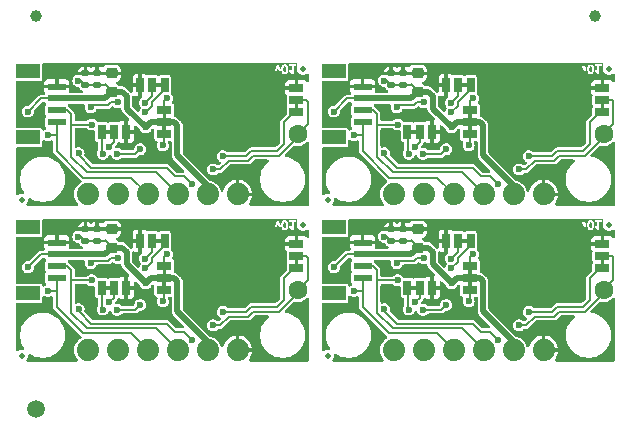
<source format=gbl>
%TF.GenerationSoftware,KiCad,Pcbnew,8.0.4*%
%TF.CreationDate,2024-08-23T09:14:10-06:00*%
%TF.ProjectId,SparkFun_BMV080_panelized_v01b,53706172-6b46-4756-9e5f-424d56303830,v01*%
%TF.SameCoordinates,Original*%
%TF.FileFunction,Copper,L2,Bot*%
%TF.FilePolarity,Positive*%
%FSLAX46Y46*%
G04 Gerber Fmt 4.6, Leading zero omitted, Abs format (unit mm)*
G04 Created by KiCad (PCBNEW 8.0.4) date 2024-08-23 09:14:10*
%MOMM*%
%LPD*%
G01*
G04 APERTURE LIST*
G04 Aperture macros list*
%AMRoundRect*
0 Rectangle with rounded corners*
0 $1 Rounding radius*
0 $2 $3 $4 $5 $6 $7 $8 $9 X,Y pos of 4 corners*
0 Add a 4 corners polygon primitive as box body*
4,1,4,$2,$3,$4,$5,$6,$7,$8,$9,$2,$3,0*
0 Add four circle primitives for the rounded corners*
1,1,$1+$1,$2,$3*
1,1,$1+$1,$4,$5*
1,1,$1+$1,$6,$7*
1,1,$1+$1,$8,$9*
0 Add four rect primitives between the rounded corners*
20,1,$1+$1,$2,$3,$4,$5,0*
20,1,$1+$1,$4,$5,$6,$7,0*
20,1,$1+$1,$6,$7,$8,$9,0*
20,1,$1+$1,$8,$9,$2,$3,0*%
G04 Aperture macros list end*
%ADD10C,0.175000*%
%TA.AperFunction,EtchedComponent*%
%ADD11C,0.000000*%
%TD*%
%TA.AperFunction,ComponentPad*%
%ADD12C,1.600000*%
%TD*%
%TA.AperFunction,SMDPad,CuDef*%
%ADD13R,0.660400X1.270000*%
%TD*%
%TA.AperFunction,SMDPad,CuDef*%
%ADD14RoundRect,0.140000X0.170000X-0.140000X0.170000X0.140000X-0.170000X0.140000X-0.170000X-0.140000X0*%
%TD*%
%TA.AperFunction,SMDPad,CuDef*%
%ADD15C,0.500000*%
%TD*%
%TA.AperFunction,SMDPad,CuDef*%
%ADD16R,1.270000X0.660400*%
%TD*%
%TA.AperFunction,SMDPad,CuDef*%
%ADD17R,1.550000X0.600000*%
%TD*%
%TA.AperFunction,SMDPad,CuDef*%
%ADD18R,2.000000X1.200000*%
%TD*%
%TA.AperFunction,SMDPad,CuDef*%
%ADD19RoundRect,0.225000X0.250000X-0.225000X0.250000X0.225000X-0.250000X0.225000X-0.250000X-0.225000X0*%
%TD*%
%TA.AperFunction,SMDPad,CuDef*%
%ADD20C,1.500000*%
%TD*%
%TA.AperFunction,SMDPad,CuDef*%
%ADD21C,1.000000*%
%TD*%
%TA.AperFunction,ComponentPad*%
%ADD22C,1.879600*%
%TD*%
%TA.AperFunction,ViaPad*%
%ADD23C,0.600000*%
%TD*%
%TA.AperFunction,Conductor*%
%ADD24C,0.203200*%
%TD*%
%TA.AperFunction,Conductor*%
%ADD25C,0.200000*%
%TD*%
%TA.AperFunction,Conductor*%
%ADD26C,0.508000*%
%TD*%
G04 APERTURE END LIST*
D10*
G36*
X29931500Y18959489D02*
G01*
X29944754Y18946235D01*
X29967440Y18900864D01*
X29995833Y18787294D01*
X29995833Y18642173D01*
X29967440Y18528604D01*
X29944754Y18483233D01*
X29931501Y18469980D01*
X29896010Y18452234D01*
X29870657Y18452234D01*
X29835163Y18469981D01*
X29821911Y18483233D01*
X29799223Y18528609D01*
X29770833Y18642174D01*
X29770833Y18787294D01*
X29799223Y18900859D01*
X29821911Y18946235D01*
X29835165Y18959489D01*
X29870656Y18977234D01*
X29896010Y18977234D01*
X29931500Y18959489D01*
G37*
G36*
X30923319Y18189734D02*
G01*
X28942606Y18189734D01*
X28942606Y18610855D01*
X29030106Y18610855D01*
X29031802Y18576757D01*
X29046417Y18545901D01*
X29071728Y18522989D01*
X29103879Y18511506D01*
X29137977Y18513202D01*
X29168833Y18527817D01*
X29191745Y18553128D01*
X29199069Y18568638D01*
X29283333Y18804579D01*
X29367598Y18568638D01*
X29374922Y18553127D01*
X29397835Y18527817D01*
X29428690Y18513202D01*
X29462789Y18511506D01*
X29494940Y18522989D01*
X29520250Y18545902D01*
X29534865Y18576757D01*
X29536561Y18610856D01*
X29532402Y18627497D01*
X29471484Y18798067D01*
X29595833Y18798067D01*
X29595833Y18631400D01*
X29596126Y18628424D01*
X29595936Y18627146D01*
X29596881Y18620750D01*
X29597514Y18614330D01*
X29598007Y18613140D01*
X29598445Y18610178D01*
X29631778Y18476846D01*
X29632228Y18475587D01*
X29632273Y18474955D01*
X29634990Y18467856D01*
X29637549Y18460693D01*
X29637925Y18460185D01*
X29638404Y18458935D01*
X29671738Y18392269D01*
X29676360Y18384925D01*
X29677246Y18382787D01*
X29679219Y18380383D01*
X29680875Y18377752D01*
X29682621Y18376238D01*
X29688128Y18369528D01*
X29721461Y18336195D01*
X29728173Y18330686D01*
X29729686Y18328942D01*
X29732314Y18327288D01*
X29734720Y18325313D01*
X29736856Y18324428D01*
X29744202Y18319804D01*
X29810870Y18286471D01*
X29826889Y18280341D01*
X29830025Y18280119D01*
X29832930Y18278915D01*
X29850000Y18277234D01*
X29916666Y18277234D01*
X29933736Y18278915D01*
X29936640Y18280119D01*
X29939777Y18280341D01*
X29955797Y18286471D01*
X30022464Y18319804D01*
X30029809Y18324428D01*
X30031946Y18325313D01*
X30034351Y18327288D01*
X30036980Y18328942D01*
X30038492Y18330686D01*
X30045205Y18336195D01*
X30078538Y18369528D01*
X30084044Y18376238D01*
X30085791Y18377752D01*
X30087447Y18380384D01*
X30089420Y18382787D01*
X30090304Y18384924D01*
X30094928Y18392268D01*
X30128262Y18458935D01*
X30128740Y18460185D01*
X30129117Y18460693D01*
X30131678Y18467862D01*
X30134393Y18474955D01*
X30134437Y18475585D01*
X30134888Y18476845D01*
X30154124Y18553791D01*
X30263187Y18553791D01*
X30273983Y18521401D01*
X30296352Y18495609D01*
X30310868Y18486472D01*
X30364834Y18459489D01*
X30415337Y18408986D01*
X30477196Y18316198D01*
X30477233Y18316153D01*
X30477246Y18316122D01*
X30477313Y18316055D01*
X30488063Y18302927D01*
X30495262Y18298106D01*
X30501388Y18291980D01*
X30509308Y18288700D01*
X30516430Y18283930D01*
X30524924Y18282232D01*
X30532930Y18278915D01*
X30541504Y18278915D01*
X30549909Y18277234D01*
X30558406Y18278915D01*
X30567070Y18278915D01*
X30574992Y18282197D01*
X30583401Y18283860D01*
X30590608Y18288665D01*
X30598612Y18291980D01*
X30604673Y18298042D01*
X30611807Y18302797D01*
X30616628Y18309997D01*
X30622754Y18316122D01*
X30626034Y18324043D01*
X30630804Y18331164D01*
X30632502Y18339659D01*
X30635819Y18347664D01*
X30637482Y18364555D01*
X30637500Y18364643D01*
X30637494Y18364674D01*
X30637500Y18364734D01*
X30637500Y18977234D01*
X30750000Y18977234D01*
X30767070Y18978915D01*
X30798612Y18991980D01*
X30822754Y19016122D01*
X30835819Y19047664D01*
X30835819Y19081804D01*
X30822754Y19113346D01*
X30798612Y19137488D01*
X30767070Y19150553D01*
X30750000Y19152234D01*
X30350000Y19152234D01*
X30332930Y19150553D01*
X30301388Y19137488D01*
X30277246Y19113346D01*
X30264181Y19081804D01*
X30264181Y19047664D01*
X30277246Y19016122D01*
X30301388Y18991980D01*
X30332930Y18978915D01*
X30350000Y18977234D01*
X30462500Y18977234D01*
X30462500Y18605444D01*
X30455798Y18609662D01*
X30389132Y18642996D01*
X30373112Y18649127D01*
X30339057Y18651547D01*
X30306667Y18640751D01*
X30280875Y18618382D01*
X30265607Y18587846D01*
X30263187Y18553791D01*
X30154124Y18553791D01*
X30168220Y18610178D01*
X30168657Y18613137D01*
X30169152Y18614330D01*
X30169784Y18620758D01*
X30170730Y18627146D01*
X30170539Y18628424D01*
X30170833Y18631400D01*
X30170833Y18798067D01*
X30170539Y18801044D01*
X30170730Y18802321D01*
X30169784Y18808710D01*
X30169152Y18815137D01*
X30168657Y18816331D01*
X30168220Y18819289D01*
X30134888Y18952622D01*
X30134437Y18953883D01*
X30134393Y18954512D01*
X30131678Y18961606D01*
X30129117Y18968774D01*
X30128740Y18969283D01*
X30128262Y18970532D01*
X30094928Y19037199D01*
X30090304Y19044544D01*
X30089420Y19046680D01*
X30087447Y19049084D01*
X30085791Y19051715D01*
X30084044Y19053230D01*
X30078538Y19059939D01*
X30045205Y19093272D01*
X30038495Y19098779D01*
X30036981Y19100525D01*
X30034350Y19102181D01*
X30031946Y19104154D01*
X30029808Y19105040D01*
X30022464Y19109662D01*
X29955798Y19142996D01*
X29939778Y19149127D01*
X29936640Y19149350D01*
X29933736Y19150553D01*
X29916666Y19152234D01*
X29850000Y19152234D01*
X29832930Y19150553D01*
X29830025Y19149350D01*
X29826888Y19149127D01*
X29810868Y19142996D01*
X29744201Y19109662D01*
X29736856Y19105039D01*
X29734720Y19104154D01*
X29732316Y19102182D01*
X29729685Y19100525D01*
X29728170Y19098779D01*
X29721461Y19093272D01*
X29688128Y19059939D01*
X29682621Y19053230D01*
X29680875Y19051715D01*
X29679219Y19049085D01*
X29677246Y19046680D01*
X29676360Y19044543D01*
X29671738Y19037198D01*
X29638404Y18970532D01*
X29637925Y18969283D01*
X29637549Y18968774D01*
X29634990Y18961612D01*
X29632273Y18954512D01*
X29632228Y18953881D01*
X29631778Y18952621D01*
X29598445Y18819289D01*
X29598007Y18816328D01*
X29597514Y18815137D01*
X29596881Y18808718D01*
X29595936Y18802321D01*
X29596126Y18801044D01*
X29595833Y18798067D01*
X29471484Y18798067D01*
X29365735Y19094163D01*
X29358411Y19109674D01*
X29355463Y19112930D01*
X29353583Y19116900D01*
X29344087Y19125496D01*
X29335498Y19134984D01*
X29331530Y19136864D01*
X29328273Y19139812D01*
X29316208Y19144121D01*
X29304643Y19149599D01*
X29300259Y19149818D01*
X29296121Y19151295D01*
X29283328Y19150660D01*
X29270544Y19151295D01*
X29266408Y19149819D01*
X29262023Y19149600D01*
X29250451Y19144119D01*
X29238393Y19139812D01*
X29235137Y19136865D01*
X29231167Y19134984D01*
X29222571Y19125489D01*
X29213083Y19116899D01*
X29211203Y19112932D01*
X29208255Y19109674D01*
X29200931Y19094164D01*
X29034265Y18627496D01*
X29030106Y18610855D01*
X28942606Y18610855D01*
X28942606Y19239734D01*
X30923319Y19239734D01*
X30923319Y18189734D01*
G37*
G36*
X55831500Y18959489D02*
G01*
X55844754Y18946235D01*
X55867440Y18900864D01*
X55895833Y18787294D01*
X55895833Y18642173D01*
X55867440Y18528604D01*
X55844754Y18483233D01*
X55831501Y18469980D01*
X55796010Y18452234D01*
X55770657Y18452234D01*
X55735163Y18469981D01*
X55721911Y18483233D01*
X55699223Y18528609D01*
X55670833Y18642174D01*
X55670833Y18787294D01*
X55699223Y18900859D01*
X55721911Y18946235D01*
X55735165Y18959489D01*
X55770656Y18977234D01*
X55796010Y18977234D01*
X55831500Y18959489D01*
G37*
G36*
X56823319Y18189734D02*
G01*
X54842606Y18189734D01*
X54842606Y18610855D01*
X54930106Y18610855D01*
X54931802Y18576757D01*
X54946417Y18545901D01*
X54971728Y18522989D01*
X55003879Y18511506D01*
X55037977Y18513202D01*
X55068833Y18527817D01*
X55091745Y18553128D01*
X55099069Y18568638D01*
X55183333Y18804579D01*
X55267598Y18568638D01*
X55274922Y18553127D01*
X55297835Y18527817D01*
X55328690Y18513202D01*
X55362789Y18511506D01*
X55394940Y18522989D01*
X55420250Y18545902D01*
X55434865Y18576757D01*
X55436561Y18610856D01*
X55432402Y18627497D01*
X55371484Y18798067D01*
X55495833Y18798067D01*
X55495833Y18631400D01*
X55496126Y18628424D01*
X55495936Y18627146D01*
X55496881Y18620750D01*
X55497514Y18614330D01*
X55498007Y18613140D01*
X55498445Y18610178D01*
X55531778Y18476846D01*
X55532228Y18475587D01*
X55532273Y18474955D01*
X55534990Y18467856D01*
X55537549Y18460693D01*
X55537925Y18460185D01*
X55538404Y18458935D01*
X55571738Y18392269D01*
X55576360Y18384925D01*
X55577246Y18382787D01*
X55579219Y18380383D01*
X55580875Y18377752D01*
X55582621Y18376238D01*
X55588128Y18369528D01*
X55621461Y18336195D01*
X55628173Y18330686D01*
X55629686Y18328942D01*
X55632314Y18327288D01*
X55634720Y18325313D01*
X55636856Y18324428D01*
X55644202Y18319804D01*
X55710870Y18286471D01*
X55726889Y18280341D01*
X55730025Y18280119D01*
X55732930Y18278915D01*
X55750000Y18277234D01*
X55816666Y18277234D01*
X55833736Y18278915D01*
X55836640Y18280119D01*
X55839777Y18280341D01*
X55855797Y18286471D01*
X55922464Y18319804D01*
X55929809Y18324428D01*
X55931946Y18325313D01*
X55934351Y18327288D01*
X55936980Y18328942D01*
X55938492Y18330686D01*
X55945205Y18336195D01*
X55978538Y18369528D01*
X55984044Y18376238D01*
X55985791Y18377752D01*
X55987447Y18380384D01*
X55989420Y18382787D01*
X55990304Y18384924D01*
X55994928Y18392268D01*
X56028262Y18458935D01*
X56028740Y18460185D01*
X56029117Y18460693D01*
X56031678Y18467862D01*
X56034393Y18474955D01*
X56034437Y18475585D01*
X56034888Y18476845D01*
X56054124Y18553791D01*
X56163187Y18553791D01*
X56173983Y18521401D01*
X56196352Y18495609D01*
X56210868Y18486472D01*
X56264834Y18459489D01*
X56315337Y18408986D01*
X56377196Y18316198D01*
X56377233Y18316153D01*
X56377246Y18316122D01*
X56377313Y18316055D01*
X56388063Y18302927D01*
X56395262Y18298106D01*
X56401388Y18291980D01*
X56409308Y18288700D01*
X56416430Y18283930D01*
X56424924Y18282232D01*
X56432930Y18278915D01*
X56441504Y18278915D01*
X56449909Y18277234D01*
X56458406Y18278915D01*
X56467070Y18278915D01*
X56474992Y18282197D01*
X56483401Y18283860D01*
X56490608Y18288665D01*
X56498612Y18291980D01*
X56504673Y18298042D01*
X56511807Y18302797D01*
X56516628Y18309997D01*
X56522754Y18316122D01*
X56526034Y18324043D01*
X56530804Y18331164D01*
X56532502Y18339659D01*
X56535819Y18347664D01*
X56537482Y18364555D01*
X56537500Y18364643D01*
X56537494Y18364674D01*
X56537500Y18364734D01*
X56537500Y18977234D01*
X56650000Y18977234D01*
X56667070Y18978915D01*
X56698612Y18991980D01*
X56722754Y19016122D01*
X56735819Y19047664D01*
X56735819Y19081804D01*
X56722754Y19113346D01*
X56698612Y19137488D01*
X56667070Y19150553D01*
X56650000Y19152234D01*
X56250000Y19152234D01*
X56232930Y19150553D01*
X56201388Y19137488D01*
X56177246Y19113346D01*
X56164181Y19081804D01*
X56164181Y19047664D01*
X56177246Y19016122D01*
X56201388Y18991980D01*
X56232930Y18978915D01*
X56250000Y18977234D01*
X56362500Y18977234D01*
X56362500Y18605444D01*
X56355798Y18609662D01*
X56289132Y18642996D01*
X56273112Y18649127D01*
X56239057Y18651547D01*
X56206667Y18640751D01*
X56180875Y18618382D01*
X56165607Y18587846D01*
X56163187Y18553791D01*
X56054124Y18553791D01*
X56068220Y18610178D01*
X56068657Y18613137D01*
X56069152Y18614330D01*
X56069784Y18620758D01*
X56070730Y18627146D01*
X56070539Y18628424D01*
X56070833Y18631400D01*
X56070833Y18798067D01*
X56070539Y18801044D01*
X56070730Y18802321D01*
X56069784Y18808710D01*
X56069152Y18815137D01*
X56068657Y18816331D01*
X56068220Y18819289D01*
X56034888Y18952622D01*
X56034437Y18953883D01*
X56034393Y18954512D01*
X56031678Y18961606D01*
X56029117Y18968774D01*
X56028740Y18969283D01*
X56028262Y18970532D01*
X55994928Y19037199D01*
X55990304Y19044544D01*
X55989420Y19046680D01*
X55987447Y19049084D01*
X55985791Y19051715D01*
X55984044Y19053230D01*
X55978538Y19059939D01*
X55945205Y19093272D01*
X55938495Y19098779D01*
X55936981Y19100525D01*
X55934350Y19102181D01*
X55931946Y19104154D01*
X55929808Y19105040D01*
X55922464Y19109662D01*
X55855798Y19142996D01*
X55839778Y19149127D01*
X55836640Y19149350D01*
X55833736Y19150553D01*
X55816666Y19152234D01*
X55750000Y19152234D01*
X55732930Y19150553D01*
X55730025Y19149350D01*
X55726888Y19149127D01*
X55710868Y19142996D01*
X55644201Y19109662D01*
X55636856Y19105039D01*
X55634720Y19104154D01*
X55632316Y19102182D01*
X55629685Y19100525D01*
X55628170Y19098779D01*
X55621461Y19093272D01*
X55588128Y19059939D01*
X55582621Y19053230D01*
X55580875Y19051715D01*
X55579219Y19049085D01*
X55577246Y19046680D01*
X55576360Y19044543D01*
X55571738Y19037198D01*
X55538404Y18970532D01*
X55537925Y18969283D01*
X55537549Y18968774D01*
X55534990Y18961612D01*
X55532273Y18954512D01*
X55532228Y18953881D01*
X55531778Y18952621D01*
X55498445Y18819289D01*
X55498007Y18816328D01*
X55497514Y18815137D01*
X55496881Y18808718D01*
X55495936Y18802321D01*
X55496126Y18801044D01*
X55495833Y18798067D01*
X55371484Y18798067D01*
X55265735Y19094163D01*
X55258411Y19109674D01*
X55255463Y19112930D01*
X55253583Y19116900D01*
X55244087Y19125496D01*
X55235498Y19134984D01*
X55231530Y19136864D01*
X55228273Y19139812D01*
X55216208Y19144121D01*
X55204643Y19149599D01*
X55200259Y19149818D01*
X55196121Y19151295D01*
X55183328Y19150660D01*
X55170544Y19151295D01*
X55166408Y19149819D01*
X55162023Y19149600D01*
X55150451Y19144119D01*
X55138393Y19139812D01*
X55135137Y19136865D01*
X55131167Y19134984D01*
X55122571Y19125489D01*
X55113083Y19116899D01*
X55111203Y19112932D01*
X55108255Y19109674D01*
X55100931Y19094164D01*
X54934265Y18627496D01*
X54930106Y18610855D01*
X54842606Y18610855D01*
X54842606Y19239734D01*
X56823319Y19239734D01*
X56823319Y18189734D01*
G37*
G36*
X29931500Y32159489D02*
G01*
X29944754Y32146235D01*
X29967440Y32100864D01*
X29995833Y31987294D01*
X29995833Y31842173D01*
X29967440Y31728604D01*
X29944754Y31683233D01*
X29931501Y31669980D01*
X29896010Y31652234D01*
X29870657Y31652234D01*
X29835163Y31669981D01*
X29821911Y31683233D01*
X29799223Y31728609D01*
X29770833Y31842174D01*
X29770833Y31987294D01*
X29799223Y32100859D01*
X29821911Y32146235D01*
X29835165Y32159489D01*
X29870656Y32177234D01*
X29896010Y32177234D01*
X29931500Y32159489D01*
G37*
G36*
X30923319Y31389734D02*
G01*
X28942606Y31389734D01*
X28942606Y31810855D01*
X29030106Y31810855D01*
X29031802Y31776757D01*
X29046417Y31745901D01*
X29071728Y31722989D01*
X29103879Y31711506D01*
X29137977Y31713202D01*
X29168833Y31727817D01*
X29191745Y31753128D01*
X29199069Y31768638D01*
X29283333Y32004579D01*
X29367598Y31768638D01*
X29374922Y31753127D01*
X29397835Y31727817D01*
X29428690Y31713202D01*
X29462789Y31711506D01*
X29494940Y31722989D01*
X29520250Y31745902D01*
X29534865Y31776757D01*
X29536561Y31810856D01*
X29532402Y31827497D01*
X29471484Y31998067D01*
X29595833Y31998067D01*
X29595833Y31831400D01*
X29596126Y31828424D01*
X29595936Y31827146D01*
X29596881Y31820750D01*
X29597514Y31814330D01*
X29598007Y31813140D01*
X29598445Y31810178D01*
X29631778Y31676846D01*
X29632228Y31675587D01*
X29632273Y31674955D01*
X29634990Y31667856D01*
X29637549Y31660693D01*
X29637925Y31660185D01*
X29638404Y31658935D01*
X29671738Y31592269D01*
X29676360Y31584925D01*
X29677246Y31582787D01*
X29679219Y31580383D01*
X29680875Y31577752D01*
X29682621Y31576238D01*
X29688128Y31569528D01*
X29721461Y31536195D01*
X29728173Y31530686D01*
X29729686Y31528942D01*
X29732314Y31527288D01*
X29734720Y31525313D01*
X29736856Y31524428D01*
X29744202Y31519804D01*
X29810870Y31486471D01*
X29826889Y31480341D01*
X29830025Y31480119D01*
X29832930Y31478915D01*
X29850000Y31477234D01*
X29916666Y31477234D01*
X29933736Y31478915D01*
X29936640Y31480119D01*
X29939777Y31480341D01*
X29955797Y31486471D01*
X30022464Y31519804D01*
X30029809Y31524428D01*
X30031946Y31525313D01*
X30034351Y31527288D01*
X30036980Y31528942D01*
X30038492Y31530686D01*
X30045205Y31536195D01*
X30078538Y31569528D01*
X30084044Y31576238D01*
X30085791Y31577752D01*
X30087447Y31580384D01*
X30089420Y31582787D01*
X30090304Y31584924D01*
X30094928Y31592268D01*
X30128262Y31658935D01*
X30128740Y31660185D01*
X30129117Y31660693D01*
X30131678Y31667862D01*
X30134393Y31674955D01*
X30134437Y31675585D01*
X30134888Y31676845D01*
X30154124Y31753791D01*
X30263187Y31753791D01*
X30273983Y31721401D01*
X30296352Y31695609D01*
X30310868Y31686472D01*
X30364834Y31659489D01*
X30415337Y31608986D01*
X30477196Y31516198D01*
X30477233Y31516153D01*
X30477246Y31516122D01*
X30477313Y31516055D01*
X30488063Y31502927D01*
X30495262Y31498106D01*
X30501388Y31491980D01*
X30509308Y31488700D01*
X30516430Y31483930D01*
X30524924Y31482232D01*
X30532930Y31478915D01*
X30541504Y31478915D01*
X30549909Y31477234D01*
X30558406Y31478915D01*
X30567070Y31478915D01*
X30574992Y31482197D01*
X30583401Y31483860D01*
X30590608Y31488665D01*
X30598612Y31491980D01*
X30604673Y31498042D01*
X30611807Y31502797D01*
X30616628Y31509997D01*
X30622754Y31516122D01*
X30626034Y31524043D01*
X30630804Y31531164D01*
X30632502Y31539659D01*
X30635819Y31547664D01*
X30637482Y31564555D01*
X30637500Y31564643D01*
X30637494Y31564674D01*
X30637500Y31564734D01*
X30637500Y32177234D01*
X30750000Y32177234D01*
X30767070Y32178915D01*
X30798612Y32191980D01*
X30822754Y32216122D01*
X30835819Y32247664D01*
X30835819Y32281804D01*
X30822754Y32313346D01*
X30798612Y32337488D01*
X30767070Y32350553D01*
X30750000Y32352234D01*
X30350000Y32352234D01*
X30332930Y32350553D01*
X30301388Y32337488D01*
X30277246Y32313346D01*
X30264181Y32281804D01*
X30264181Y32247664D01*
X30277246Y32216122D01*
X30301388Y32191980D01*
X30332930Y32178915D01*
X30350000Y32177234D01*
X30462500Y32177234D01*
X30462500Y31805444D01*
X30455798Y31809662D01*
X30389132Y31842996D01*
X30373112Y31849127D01*
X30339057Y31851547D01*
X30306667Y31840751D01*
X30280875Y31818382D01*
X30265607Y31787846D01*
X30263187Y31753791D01*
X30154124Y31753791D01*
X30168220Y31810178D01*
X30168657Y31813137D01*
X30169152Y31814330D01*
X30169784Y31820758D01*
X30170730Y31827146D01*
X30170539Y31828424D01*
X30170833Y31831400D01*
X30170833Y31998067D01*
X30170539Y32001044D01*
X30170730Y32002321D01*
X30169784Y32008710D01*
X30169152Y32015137D01*
X30168657Y32016331D01*
X30168220Y32019289D01*
X30134888Y32152622D01*
X30134437Y32153883D01*
X30134393Y32154512D01*
X30131678Y32161606D01*
X30129117Y32168774D01*
X30128740Y32169283D01*
X30128262Y32170532D01*
X30094928Y32237199D01*
X30090304Y32244544D01*
X30089420Y32246680D01*
X30087447Y32249084D01*
X30085791Y32251715D01*
X30084044Y32253230D01*
X30078538Y32259939D01*
X30045205Y32293272D01*
X30038495Y32298779D01*
X30036981Y32300525D01*
X30034350Y32302181D01*
X30031946Y32304154D01*
X30029808Y32305040D01*
X30022464Y32309662D01*
X29955798Y32342996D01*
X29939778Y32349127D01*
X29936640Y32349350D01*
X29933736Y32350553D01*
X29916666Y32352234D01*
X29850000Y32352234D01*
X29832930Y32350553D01*
X29830025Y32349350D01*
X29826888Y32349127D01*
X29810868Y32342996D01*
X29744201Y32309662D01*
X29736856Y32305039D01*
X29734720Y32304154D01*
X29732316Y32302182D01*
X29729685Y32300525D01*
X29728170Y32298779D01*
X29721461Y32293272D01*
X29688128Y32259939D01*
X29682621Y32253230D01*
X29680875Y32251715D01*
X29679219Y32249085D01*
X29677246Y32246680D01*
X29676360Y32244543D01*
X29671738Y32237198D01*
X29638404Y32170532D01*
X29637925Y32169283D01*
X29637549Y32168774D01*
X29634990Y32161612D01*
X29632273Y32154512D01*
X29632228Y32153881D01*
X29631778Y32152621D01*
X29598445Y32019289D01*
X29598007Y32016328D01*
X29597514Y32015137D01*
X29596881Y32008718D01*
X29595936Y32002321D01*
X29596126Y32001044D01*
X29595833Y31998067D01*
X29471484Y31998067D01*
X29365735Y32294163D01*
X29358411Y32309674D01*
X29355463Y32312930D01*
X29353583Y32316900D01*
X29344087Y32325496D01*
X29335498Y32334984D01*
X29331530Y32336864D01*
X29328273Y32339812D01*
X29316208Y32344121D01*
X29304643Y32349599D01*
X29300259Y32349818D01*
X29296121Y32351295D01*
X29283328Y32350660D01*
X29270544Y32351295D01*
X29266408Y32349819D01*
X29262023Y32349600D01*
X29250451Y32344119D01*
X29238393Y32339812D01*
X29235137Y32336865D01*
X29231167Y32334984D01*
X29222571Y32325489D01*
X29213083Y32316899D01*
X29211203Y32312932D01*
X29208255Y32309674D01*
X29200931Y32294164D01*
X29034265Y31827496D01*
X29030106Y31810855D01*
X28942606Y31810855D01*
X28942606Y32439734D01*
X30923319Y32439734D01*
X30923319Y31389734D01*
G37*
G36*
X55831500Y32159489D02*
G01*
X55844754Y32146235D01*
X55867440Y32100864D01*
X55895833Y31987294D01*
X55895833Y31842173D01*
X55867440Y31728604D01*
X55844754Y31683233D01*
X55831501Y31669980D01*
X55796010Y31652234D01*
X55770657Y31652234D01*
X55735163Y31669981D01*
X55721911Y31683233D01*
X55699223Y31728609D01*
X55670833Y31842174D01*
X55670833Y31987294D01*
X55699223Y32100859D01*
X55721911Y32146235D01*
X55735165Y32159489D01*
X55770656Y32177234D01*
X55796010Y32177234D01*
X55831500Y32159489D01*
G37*
G36*
X56823319Y31389734D02*
G01*
X54842606Y31389734D01*
X54842606Y31810855D01*
X54930106Y31810855D01*
X54931802Y31776757D01*
X54946417Y31745901D01*
X54971728Y31722989D01*
X55003879Y31711506D01*
X55037977Y31713202D01*
X55068833Y31727817D01*
X55091745Y31753128D01*
X55099069Y31768638D01*
X55183333Y32004579D01*
X55267598Y31768638D01*
X55274922Y31753127D01*
X55297835Y31727817D01*
X55328690Y31713202D01*
X55362789Y31711506D01*
X55394940Y31722989D01*
X55420250Y31745902D01*
X55434865Y31776757D01*
X55436561Y31810856D01*
X55432402Y31827497D01*
X55371484Y31998067D01*
X55495833Y31998067D01*
X55495833Y31831400D01*
X55496126Y31828424D01*
X55495936Y31827146D01*
X55496881Y31820750D01*
X55497514Y31814330D01*
X55498007Y31813140D01*
X55498445Y31810178D01*
X55531778Y31676846D01*
X55532228Y31675587D01*
X55532273Y31674955D01*
X55534990Y31667856D01*
X55537549Y31660693D01*
X55537925Y31660185D01*
X55538404Y31658935D01*
X55571738Y31592269D01*
X55576360Y31584925D01*
X55577246Y31582787D01*
X55579219Y31580383D01*
X55580875Y31577752D01*
X55582621Y31576238D01*
X55588128Y31569528D01*
X55621461Y31536195D01*
X55628173Y31530686D01*
X55629686Y31528942D01*
X55632314Y31527288D01*
X55634720Y31525313D01*
X55636856Y31524428D01*
X55644202Y31519804D01*
X55710870Y31486471D01*
X55726889Y31480341D01*
X55730025Y31480119D01*
X55732930Y31478915D01*
X55750000Y31477234D01*
X55816666Y31477234D01*
X55833736Y31478915D01*
X55836640Y31480119D01*
X55839777Y31480341D01*
X55855797Y31486471D01*
X55922464Y31519804D01*
X55929809Y31524428D01*
X55931946Y31525313D01*
X55934351Y31527288D01*
X55936980Y31528942D01*
X55938492Y31530686D01*
X55945205Y31536195D01*
X55978538Y31569528D01*
X55984044Y31576238D01*
X55985791Y31577752D01*
X55987447Y31580384D01*
X55989420Y31582787D01*
X55990304Y31584924D01*
X55994928Y31592268D01*
X56028262Y31658935D01*
X56028740Y31660185D01*
X56029117Y31660693D01*
X56031678Y31667862D01*
X56034393Y31674955D01*
X56034437Y31675585D01*
X56034888Y31676845D01*
X56054124Y31753791D01*
X56163187Y31753791D01*
X56173983Y31721401D01*
X56196352Y31695609D01*
X56210868Y31686472D01*
X56264834Y31659489D01*
X56315337Y31608986D01*
X56377196Y31516198D01*
X56377233Y31516153D01*
X56377246Y31516122D01*
X56377313Y31516055D01*
X56388063Y31502927D01*
X56395262Y31498106D01*
X56401388Y31491980D01*
X56409308Y31488700D01*
X56416430Y31483930D01*
X56424924Y31482232D01*
X56432930Y31478915D01*
X56441504Y31478915D01*
X56449909Y31477234D01*
X56458406Y31478915D01*
X56467070Y31478915D01*
X56474992Y31482197D01*
X56483401Y31483860D01*
X56490608Y31488665D01*
X56498612Y31491980D01*
X56504673Y31498042D01*
X56511807Y31502797D01*
X56516628Y31509997D01*
X56522754Y31516122D01*
X56526034Y31524043D01*
X56530804Y31531164D01*
X56532502Y31539659D01*
X56535819Y31547664D01*
X56537482Y31564555D01*
X56537500Y31564643D01*
X56537494Y31564674D01*
X56537500Y31564734D01*
X56537500Y32177234D01*
X56650000Y32177234D01*
X56667070Y32178915D01*
X56698612Y32191980D01*
X56722754Y32216122D01*
X56735819Y32247664D01*
X56735819Y32281804D01*
X56722754Y32313346D01*
X56698612Y32337488D01*
X56667070Y32350553D01*
X56650000Y32352234D01*
X56250000Y32352234D01*
X56232930Y32350553D01*
X56201388Y32337488D01*
X56177246Y32313346D01*
X56164181Y32281804D01*
X56164181Y32247664D01*
X56177246Y32216122D01*
X56201388Y32191980D01*
X56232930Y32178915D01*
X56250000Y32177234D01*
X56362500Y32177234D01*
X56362500Y31805444D01*
X56355798Y31809662D01*
X56289132Y31842996D01*
X56273112Y31849127D01*
X56239057Y31851547D01*
X56206667Y31840751D01*
X56180875Y31818382D01*
X56165607Y31787846D01*
X56163187Y31753791D01*
X56054124Y31753791D01*
X56068220Y31810178D01*
X56068657Y31813137D01*
X56069152Y31814330D01*
X56069784Y31820758D01*
X56070730Y31827146D01*
X56070539Y31828424D01*
X56070833Y31831400D01*
X56070833Y31998067D01*
X56070539Y32001044D01*
X56070730Y32002321D01*
X56069784Y32008710D01*
X56069152Y32015137D01*
X56068657Y32016331D01*
X56068220Y32019289D01*
X56034888Y32152622D01*
X56034437Y32153883D01*
X56034393Y32154512D01*
X56031678Y32161606D01*
X56029117Y32168774D01*
X56028740Y32169283D01*
X56028262Y32170532D01*
X55994928Y32237199D01*
X55990304Y32244544D01*
X55989420Y32246680D01*
X55987447Y32249084D01*
X55985791Y32251715D01*
X55984044Y32253230D01*
X55978538Y32259939D01*
X55945205Y32293272D01*
X55938495Y32298779D01*
X55936981Y32300525D01*
X55934350Y32302181D01*
X55931946Y32304154D01*
X55929808Y32305040D01*
X55922464Y32309662D01*
X55855798Y32342996D01*
X55839778Y32349127D01*
X55836640Y32349350D01*
X55833736Y32350553D01*
X55816666Y32352234D01*
X55750000Y32352234D01*
X55732930Y32350553D01*
X55730025Y32349350D01*
X55726888Y32349127D01*
X55710868Y32342996D01*
X55644201Y32309662D01*
X55636856Y32305039D01*
X55634720Y32304154D01*
X55632316Y32302182D01*
X55629685Y32300525D01*
X55628170Y32298779D01*
X55621461Y32293272D01*
X55588128Y32259939D01*
X55582621Y32253230D01*
X55580875Y32251715D01*
X55579219Y32249085D01*
X55577246Y32246680D01*
X55576360Y32244543D01*
X55571738Y32237198D01*
X55538404Y32170532D01*
X55537925Y32169283D01*
X55537549Y32168774D01*
X55534990Y32161612D01*
X55532273Y32154512D01*
X55532228Y32153881D01*
X55531778Y32152621D01*
X55498445Y32019289D01*
X55498007Y32016328D01*
X55497514Y32015137D01*
X55496881Y32008718D01*
X55495936Y32002321D01*
X55496126Y32001044D01*
X55495833Y31998067D01*
X55371484Y31998067D01*
X55265735Y32294163D01*
X55258411Y32309674D01*
X55255463Y32312930D01*
X55253583Y32316900D01*
X55244087Y32325496D01*
X55235498Y32334984D01*
X55231530Y32336864D01*
X55228273Y32339812D01*
X55216208Y32344121D01*
X55204643Y32349599D01*
X55200259Y32349818D01*
X55196121Y32351295D01*
X55183328Y32350660D01*
X55170544Y32351295D01*
X55166408Y32349819D01*
X55162023Y32349600D01*
X55150451Y32344119D01*
X55138393Y32339812D01*
X55135137Y32336865D01*
X55131167Y32334984D01*
X55122571Y32325489D01*
X55113083Y32316899D01*
X55111203Y32312932D01*
X55108255Y32309674D01*
X55100931Y32294164D01*
X54934265Y31827496D01*
X54930106Y31810855D01*
X54842606Y31810855D01*
X54842606Y32439734D01*
X56823319Y32439734D01*
X56823319Y31389734D01*
G37*
D11*
%TA.AperFunction,EtchedComponent*%
%TO.C,JP2*%
G36*
X41049300Y26460000D02*
G01*
X40549300Y26460000D01*
X40549300Y26760000D01*
X41049300Y26760000D01*
X41049300Y26460000D01*
G37*
%TD.AperFunction*%
%TA.AperFunction,EtchedComponent*%
%TO.C,JP4*%
G36*
X45719243Y26671869D02*
G01*
X45419243Y26671869D01*
X45419243Y27171869D01*
X45719243Y27171869D01*
X45719243Y26671869D01*
G37*
%TD.AperFunction*%
%TA.AperFunction,EtchedComponent*%
G36*
X45742243Y27704569D02*
G01*
X45442243Y27704569D01*
X45442243Y28204569D01*
X45742243Y28204569D01*
X45742243Y27704569D01*
G37*
%TD.AperFunction*%
%TA.AperFunction,EtchedComponent*%
%TO.C,JP3*%
G36*
X31030000Y15319300D02*
G01*
X30730000Y15319300D01*
X30730000Y15819300D01*
X31030000Y15819300D01*
X31030000Y15319300D01*
G37*
%TD.AperFunction*%
%TA.AperFunction,EtchedComponent*%
G36*
X56930000Y28519300D02*
G01*
X56630000Y28519300D01*
X56630000Y29019300D01*
X56930000Y29019300D01*
X56930000Y28519300D01*
G37*
%TD.AperFunction*%
%TA.AperFunction,EtchedComponent*%
G36*
X31030000Y28519300D02*
G01*
X30730000Y28519300D01*
X30730000Y29019300D01*
X31030000Y29019300D01*
X31030000Y28519300D01*
G37*
%TD.AperFunction*%
%TA.AperFunction,EtchedComponent*%
%TO.C,JP2*%
G36*
X15149300Y13260000D02*
G01*
X14649300Y13260000D01*
X14649300Y13560000D01*
X15149300Y13560000D01*
X15149300Y13260000D01*
G37*
%TD.AperFunction*%
%TA.AperFunction,EtchedComponent*%
%TO.C,JP1*%
G36*
X19460700Y17220000D02*
G01*
X18960700Y17220000D01*
X18960700Y17520000D01*
X19460700Y17520000D01*
X19460700Y17220000D01*
G37*
%TD.AperFunction*%
%TA.AperFunction,EtchedComponent*%
%TO.C,JP3*%
G36*
X56930000Y15319300D02*
G01*
X56630000Y15319300D01*
X56630000Y15819300D01*
X56930000Y15819300D01*
X56930000Y15319300D01*
G37*
%TD.AperFunction*%
%TA.AperFunction,EtchedComponent*%
%TO.C,JP2*%
G36*
X15149300Y26460000D02*
G01*
X14649300Y26460000D01*
X14649300Y26760000D01*
X15149300Y26760000D01*
X15149300Y26460000D01*
G37*
%TD.AperFunction*%
%TA.AperFunction,EtchedComponent*%
%TO.C,JP4*%
G36*
X45719243Y13471869D02*
G01*
X45419243Y13471869D01*
X45419243Y13971869D01*
X45719243Y13971869D01*
X45719243Y13471869D01*
G37*
%TD.AperFunction*%
%TA.AperFunction,EtchedComponent*%
G36*
X45742243Y14504569D02*
G01*
X45442243Y14504569D01*
X45442243Y15004569D01*
X45742243Y15004569D01*
X45742243Y14504569D01*
G37*
%TD.AperFunction*%
%TA.AperFunction,EtchedComponent*%
%TO.C,JP1*%
G36*
X45360700Y30420000D02*
G01*
X44860700Y30420000D01*
X44860700Y30720000D01*
X45360700Y30720000D01*
X45360700Y30420000D01*
G37*
%TD.AperFunction*%
%TA.AperFunction,EtchedComponent*%
%TO.C,JP4*%
G36*
X19819243Y13471869D02*
G01*
X19519243Y13471869D01*
X19519243Y13971869D01*
X19819243Y13971869D01*
X19819243Y13471869D01*
G37*
%TD.AperFunction*%
%TA.AperFunction,EtchedComponent*%
G36*
X19842243Y14504569D02*
G01*
X19542243Y14504569D01*
X19542243Y15004569D01*
X19842243Y15004569D01*
X19842243Y14504569D01*
G37*
%TD.AperFunction*%
%TA.AperFunction,EtchedComponent*%
%TO.C,JP2*%
G36*
X41049300Y13260000D02*
G01*
X40549300Y13260000D01*
X40549300Y13560000D01*
X41049300Y13560000D01*
X41049300Y13260000D01*
G37*
%TD.AperFunction*%
%TA.AperFunction,EtchedComponent*%
%TO.C,JP1*%
G36*
X45360700Y17220000D02*
G01*
X44860700Y17220000D01*
X44860700Y17520000D01*
X45360700Y17520000D01*
X45360700Y17220000D01*
G37*
%TD.AperFunction*%
%TA.AperFunction,EtchedComponent*%
G36*
X19460700Y30420000D02*
G01*
X18960700Y30420000D01*
X18960700Y30720000D01*
X19460700Y30720000D01*
X19460700Y30420000D01*
G37*
%TD.AperFunction*%
%TA.AperFunction,EtchedComponent*%
%TO.C,JP4*%
G36*
X19819243Y26671869D02*
G01*
X19519243Y26671869D01*
X19519243Y27171869D01*
X19819243Y27171869D01*
X19819243Y26671869D01*
G37*
%TD.AperFunction*%
%TA.AperFunction,EtchedComponent*%
G36*
X19842243Y27704569D02*
G01*
X19542243Y27704569D01*
X19542243Y28204569D01*
X19842243Y28204569D01*
X19842243Y27704569D01*
G37*
%TD.AperFunction*%
%TD*%
D12*
%TO.P,J4,1,Pin_1*%
%TO.N,AB1*%
X30980000Y13200000D03*
%TD*%
%TO.P,J4,1,Pin_1*%
%TO.N,AB1*%
X30980000Y26400000D03*
%TD*%
%TO.P,J4,1,Pin_1*%
%TO.N,AB1*%
X56880000Y13200000D03*
%TD*%
%TO.P,J4,1,Pin_1*%
%TO.N,AB1*%
X56880000Y26400000D03*
%TD*%
D13*
%TO.P,JP2,1,A*%
%TO.N,Net-(JP2-A)*%
X40278600Y26610000D03*
%TO.P,JP2,2,C*%
%TO.N,AB0*%
X41320000Y26610000D03*
%TO.P,JP2,3,B*%
%TO.N,GND*%
X42361400Y26610000D03*
%TD*%
D14*
%TO.P,C3,1*%
%TO.N,3.3V*%
X13990000Y17400000D03*
%TO.P,C3,2*%
%TO.N,GND*%
X13990000Y18360000D03*
%TD*%
%TO.P,C4,1*%
%TO.N,3.3V*%
X13010000Y30600000D03*
%TO.P,C4,2*%
%TO.N,GND*%
X13010000Y31560000D03*
%TD*%
%TO.P,C4,1*%
%TO.N,3.3V*%
X38910000Y30600000D03*
%TO.P,C4,2*%
%TO.N,GND*%
X38910000Y31560000D03*
%TD*%
D15*
%TO.P,FID1,*%
%TO.N,*%
X7640000Y20870000D03*
%TD*%
D16*
%TO.P,JP4,1,A*%
%TO.N,Net-(JP4-A)*%
X45592243Y28475269D03*
%TO.P,JP4,2,C*%
%TO.N,3.3V*%
X45592243Y27433869D03*
%TO.P,JP4,3,B*%
%TO.N,Net-(JP4-B)*%
X45592243Y26392469D03*
%TD*%
D14*
%TO.P,C3,1*%
%TO.N,3.3V*%
X13990000Y30600000D03*
%TO.P,C3,2*%
%TO.N,GND*%
X13990000Y31560000D03*
%TD*%
%TO.P,C3,1*%
%TO.N,3.3V*%
X39890000Y30600000D03*
%TO.P,C3,2*%
%TO.N,GND*%
X39890000Y31560000D03*
%TD*%
D17*
%TO.P,J2,1,Pin_1*%
%TO.N,GND*%
X36484500Y30440000D03*
%TO.P,J2,2,Pin_2*%
%TO.N,3.3V*%
X36484500Y29440000D03*
%TO.P,J2,3,Pin_3*%
%TO.N,SDA*%
X36484500Y28440000D03*
%TO.P,J2,4,Pin_4*%
%TO.N,SCL*%
X36484500Y27440000D03*
D18*
%TO.P,J2,NC1,NC*%
%TO.N,unconnected-(J2-NC-PadNC1)*%
X34059500Y31740000D03*
%TO.P,J2,NC2,NC*%
%TO.N,unconnected-(J2-NC-PadNC2)*%
X34059500Y26140000D03*
%TD*%
D16*
%TO.P,JP3,1,A*%
%TO.N,Net-(JP3-A)*%
X30880000Y15048600D03*
%TO.P,JP3,2,C*%
%TO.N,AB1*%
X30880000Y16090000D03*
%TO.P,JP3,3,B*%
%TO.N,GND*%
X30880000Y17131400D03*
%TD*%
D15*
%TO.P,FID1,*%
%TO.N,*%
X33540000Y7670000D03*
%TD*%
D14*
%TO.P,C4,1*%
%TO.N,3.3V*%
X38910000Y17400000D03*
%TO.P,C4,2*%
%TO.N,GND*%
X38910000Y18360000D03*
%TD*%
D16*
%TO.P,JP3,1,A*%
%TO.N,Net-(JP3-A)*%
X56780000Y28248600D03*
%TO.P,JP3,2,C*%
%TO.N,AB1*%
X56780000Y29290000D03*
%TO.P,JP3,3,B*%
%TO.N,GND*%
X56780000Y30331400D03*
%TD*%
D17*
%TO.P,J2,1,Pin_1*%
%TO.N,GND*%
X10584500Y17240000D03*
%TO.P,J2,2,Pin_2*%
%TO.N,3.3V*%
X10584500Y16240000D03*
%TO.P,J2,3,Pin_3*%
%TO.N,SDA*%
X10584500Y15240000D03*
%TO.P,J2,4,Pin_4*%
%TO.N,SCL*%
X10584500Y14240000D03*
D18*
%TO.P,J2,NC1,NC*%
%TO.N,unconnected-(J2-NC-PadNC1)*%
X8159500Y18540000D03*
%TO.P,J2,NC2,NC*%
%TO.N,unconnected-(J2-NC-PadNC2)*%
X8159500Y12940000D03*
%TD*%
D16*
%TO.P,JP3,1,A*%
%TO.N,Net-(JP3-A)*%
X30880000Y28248600D03*
%TO.P,JP3,2,C*%
%TO.N,AB1*%
X30880000Y29290000D03*
%TO.P,JP3,3,B*%
%TO.N,GND*%
X30880000Y30331400D03*
%TD*%
D19*
%TO.P,C5,1*%
%TO.N,3.3V*%
X15230000Y30015000D03*
%TO.P,C5,2*%
%TO.N,GND*%
X15230000Y31565000D03*
%TD*%
D15*
%TO.P,FID1,*%
%TO.N,*%
X33540000Y20870000D03*
%TD*%
D13*
%TO.P,JP2,1,A*%
%TO.N,Net-(JP2-A)*%
X14378600Y13410000D03*
%TO.P,JP2,2,C*%
%TO.N,AB0*%
X15420000Y13410000D03*
%TO.P,JP2,3,B*%
%TO.N,GND*%
X16461400Y13410000D03*
%TD*%
%TO.P,JP1,1,A*%
%TO.N,Net-(JP1-A)*%
X19731400Y17370000D03*
%TO.P,JP1,2,C*%
%TO.N,Net-(JP1-C)*%
X18690000Y17370000D03*
%TO.P,JP1,3,B*%
%TO.N,GND*%
X17648600Y17370000D03*
%TD*%
D19*
%TO.P,C5,1*%
%TO.N,3.3V*%
X41130000Y16815000D03*
%TO.P,C5,2*%
%TO.N,GND*%
X41130000Y18365000D03*
%TD*%
%TO.P,C5,1*%
%TO.N,3.3V*%
X15230000Y16815000D03*
%TO.P,C5,2*%
%TO.N,GND*%
X15230000Y18365000D03*
%TD*%
D16*
%TO.P,JP3,1,A*%
%TO.N,Net-(JP3-A)*%
X56780000Y15048600D03*
%TO.P,JP3,2,C*%
%TO.N,AB1*%
X56780000Y16090000D03*
%TO.P,JP3,3,B*%
%TO.N,GND*%
X56780000Y17131400D03*
%TD*%
D13*
%TO.P,JP2,1,A*%
%TO.N,Net-(JP2-A)*%
X14378600Y26610000D03*
%TO.P,JP2,2,C*%
%TO.N,AB0*%
X15420000Y26610000D03*
%TO.P,JP2,3,B*%
%TO.N,GND*%
X16461400Y26610000D03*
%TD*%
D15*
%TO.P,FID3,*%
%TO.N,*%
X57350000Y18740000D03*
%TD*%
D16*
%TO.P,JP4,1,A*%
%TO.N,Net-(JP4-A)*%
X45592243Y15275269D03*
%TO.P,JP4,2,C*%
%TO.N,3.3V*%
X45592243Y14233869D03*
%TO.P,JP4,3,B*%
%TO.N,Net-(JP4-B)*%
X45592243Y13192469D03*
%TD*%
D14*
%TO.P,C3,1*%
%TO.N,3.3V*%
X39890000Y17400000D03*
%TO.P,C3,2*%
%TO.N,GND*%
X39890000Y18360000D03*
%TD*%
D20*
%TO.P,,*%
%TO.N,*%
X8825000Y3150000D03*
%TD*%
D15*
%TO.P,FID3,*%
%TO.N,*%
X31450000Y31940000D03*
%TD*%
D13*
%TO.P,JP1,1,A*%
%TO.N,Net-(JP1-A)*%
X45631400Y30570000D03*
%TO.P,JP1,2,C*%
%TO.N,Net-(JP1-C)*%
X44590000Y30570000D03*
%TO.P,JP1,3,B*%
%TO.N,GND*%
X43548600Y30570000D03*
%TD*%
D17*
%TO.P,J2,1,Pin_1*%
%TO.N,GND*%
X10584500Y30440000D03*
%TO.P,J2,2,Pin_2*%
%TO.N,3.3V*%
X10584500Y29440000D03*
%TO.P,J2,3,Pin_3*%
%TO.N,SDA*%
X10584500Y28440000D03*
%TO.P,J2,4,Pin_4*%
%TO.N,SCL*%
X10584500Y27440000D03*
D18*
%TO.P,J2,NC1,NC*%
%TO.N,unconnected-(J2-NC-PadNC1)*%
X8159500Y31740000D03*
%TO.P,J2,NC2,NC*%
%TO.N,unconnected-(J2-NC-PadNC2)*%
X8159500Y26140000D03*
%TD*%
D16*
%TO.P,JP4,1,A*%
%TO.N,Net-(JP4-A)*%
X19692243Y15275269D03*
%TO.P,JP4,2,C*%
%TO.N,3.3V*%
X19692243Y14233869D03*
%TO.P,JP4,3,B*%
%TO.N,Net-(JP4-B)*%
X19692243Y13192469D03*
%TD*%
D15*
%TO.P,FID3,*%
%TO.N,*%
X31450000Y18740000D03*
%TD*%
%TO.P,FID1,*%
%TO.N,*%
X7640000Y7670000D03*
%TD*%
D13*
%TO.P,JP2,1,A*%
%TO.N,Net-(JP2-A)*%
X40278600Y13410000D03*
%TO.P,JP2,2,C*%
%TO.N,AB0*%
X41320000Y13410000D03*
%TO.P,JP2,3,B*%
%TO.N,GND*%
X42361400Y13410000D03*
%TD*%
%TO.P,JP1,1,A*%
%TO.N,Net-(JP1-A)*%
X45631400Y17370000D03*
%TO.P,JP1,2,C*%
%TO.N,Net-(JP1-C)*%
X44590000Y17370000D03*
%TO.P,JP1,3,B*%
%TO.N,GND*%
X43548600Y17370000D03*
%TD*%
%TO.P,JP1,1,A*%
%TO.N,Net-(JP1-A)*%
X19731400Y30570000D03*
%TO.P,JP1,2,C*%
%TO.N,Net-(JP1-C)*%
X18690000Y30570000D03*
%TO.P,JP1,3,B*%
%TO.N,GND*%
X17648600Y30570000D03*
%TD*%
D14*
%TO.P,C4,1*%
%TO.N,3.3V*%
X13010000Y17400000D03*
%TO.P,C4,2*%
%TO.N,GND*%
X13010000Y18360000D03*
%TD*%
D16*
%TO.P,JP4,1,A*%
%TO.N,Net-(JP4-A)*%
X19692243Y28475269D03*
%TO.P,JP4,2,C*%
%TO.N,3.3V*%
X19692243Y27433869D03*
%TO.P,JP4,3,B*%
%TO.N,Net-(JP4-B)*%
X19692243Y26392469D03*
%TD*%
D19*
%TO.P,C5,1*%
%TO.N,3.3V*%
X41130000Y30015000D03*
%TO.P,C5,2*%
%TO.N,GND*%
X41130000Y31565000D03*
%TD*%
D21*
%TO.P,,*%
%TO.N,*%
X8825000Y36450000D03*
%TD*%
D22*
%TO.P,J3,1,Pin_1*%
%TO.N,IRQ*%
X39100000Y8120000D03*
%TO.P,J3,2,Pin_2*%
%TO.N,AB0*%
X41640000Y8120000D03*
%TO.P,J3,3,Pin_3*%
%TO.N,SCL*%
X44180000Y8120000D03*
%TO.P,J3,4,Pin_4*%
%TO.N,SDA*%
X46720000Y8120000D03*
%TO.P,J3,5,Pin_5*%
%TO.N,3.3V*%
X49260000Y8120000D03*
%TO.P,J3,6,Pin_6*%
%TO.N,GND*%
X51800000Y8120000D03*
%TD*%
%TO.P,J3,1,Pin_1*%
%TO.N,IRQ*%
X39100000Y21320000D03*
%TO.P,J3,2,Pin_2*%
%TO.N,AB0*%
X41640000Y21320000D03*
%TO.P,J3,3,Pin_3*%
%TO.N,SCL*%
X44180000Y21320000D03*
%TO.P,J3,4,Pin_4*%
%TO.N,SDA*%
X46720000Y21320000D03*
%TO.P,J3,5,Pin_5*%
%TO.N,3.3V*%
X49260000Y21320000D03*
%TO.P,J3,6,Pin_6*%
%TO.N,GND*%
X51800000Y21320000D03*
%TD*%
D15*
%TO.P,FID3,*%
%TO.N,*%
X57350000Y31940000D03*
%TD*%
D22*
%TO.P,J3,1,Pin_1*%
%TO.N,IRQ*%
X13200000Y21320000D03*
%TO.P,J3,2,Pin_2*%
%TO.N,AB0*%
X15740000Y21320000D03*
%TO.P,J3,3,Pin_3*%
%TO.N,SCL*%
X18280000Y21320000D03*
%TO.P,J3,4,Pin_4*%
%TO.N,SDA*%
X20820000Y21320000D03*
%TO.P,J3,5,Pin_5*%
%TO.N,3.3V*%
X23360000Y21320000D03*
%TO.P,J3,6,Pin_6*%
%TO.N,GND*%
X25900000Y21320000D03*
%TD*%
%TO.P,J3,1,Pin_1*%
%TO.N,IRQ*%
X13200000Y8120000D03*
%TO.P,J3,2,Pin_2*%
%TO.N,AB0*%
X15740000Y8120000D03*
%TO.P,J3,3,Pin_3*%
%TO.N,SCL*%
X18280000Y8120000D03*
%TO.P,J3,4,Pin_4*%
%TO.N,SDA*%
X20820000Y8120000D03*
%TO.P,J3,5,Pin_5*%
%TO.N,3.3V*%
X23360000Y8120000D03*
%TO.P,J3,6,Pin_6*%
%TO.N,GND*%
X25900000Y8120000D03*
%TD*%
D21*
%TO.P,,*%
%TO.N,*%
X56175000Y36450000D03*
%TD*%
D17*
%TO.P,J2,1,Pin_1*%
%TO.N,GND*%
X36484500Y17240000D03*
%TO.P,J2,2,Pin_2*%
%TO.N,3.3V*%
X36484500Y16240000D03*
%TO.P,J2,3,Pin_3*%
%TO.N,SDA*%
X36484500Y15240000D03*
%TO.P,J2,4,Pin_4*%
%TO.N,SCL*%
X36484500Y14240000D03*
D18*
%TO.P,J2,NC1,NC*%
%TO.N,unconnected-(J2-NC-PadNC1)*%
X34059500Y18540000D03*
%TO.P,J2,NC2,NC*%
%TO.N,unconnected-(J2-NC-PadNC2)*%
X34059500Y12940000D03*
%TD*%
D23*
%TO.N,AB0*%
X15029680Y25361300D03*
X15029680Y12161300D03*
X40929680Y25361300D03*
X40929680Y12161300D03*
%TO.N,GND*%
X33400000Y17340000D03*
X24630000Y12946000D03*
X8790000Y11520000D03*
X10440000Y18200000D03*
X37470000Y8820000D03*
X23360000Y17010000D03*
X54340000Y17010000D03*
X18540000Y26110000D03*
X24630000Y15740000D03*
X38390000Y25690000D03*
X7500000Y17340000D03*
X46673200Y10350484D03*
X12490000Y25690000D03*
X27170000Y15740000D03*
X47990000Y14470000D03*
X11570000Y8820000D03*
X47990000Y27670000D03*
X23360000Y31734000D03*
X51800000Y18534000D03*
X49260000Y31734000D03*
X47990000Y26146000D03*
X39419596Y13181196D03*
X51800000Y27670000D03*
X43160000Y28950000D03*
X23360000Y15740000D03*
X39419596Y26381196D03*
X47990000Y31734000D03*
X22090000Y15740000D03*
X47990000Y30210000D03*
X53070000Y18534000D03*
X53070000Y14470000D03*
X43160000Y15750000D03*
X9840000Y12340000D03*
X50530000Y12946000D03*
X12783065Y14890690D03*
X49260000Y12946000D03*
X47990000Y15740000D03*
X20773200Y23550484D03*
X28440000Y28940000D03*
X51800000Y15740000D03*
X27170000Y18534000D03*
X44440000Y12910000D03*
X54340000Y31734000D03*
X47990000Y18534000D03*
X23360000Y12946000D03*
X35740000Y12340000D03*
X8790000Y24720000D03*
X50530000Y27670000D03*
X41670149Y15113429D03*
X21860000Y11880000D03*
X28440000Y30210000D03*
X35740000Y25540000D03*
X22090000Y30210000D03*
X28440000Y12946000D03*
X25900000Y15740000D03*
X22090000Y17010000D03*
X53070000Y26146000D03*
X28440000Y17010000D03*
X50530000Y30210000D03*
X12190000Y18890000D03*
X22090000Y27670000D03*
X51800000Y28940000D03*
X51800000Y12946000D03*
X28440000Y18534000D03*
X23360000Y18534000D03*
X34690000Y11520000D03*
X22090000Y14470000D03*
X24630000Y14470000D03*
X27170000Y17010000D03*
X17260000Y28950000D03*
X22090000Y28940000D03*
X25900000Y18534000D03*
X50530000Y26146000D03*
X38683065Y14890690D03*
X24630000Y31734000D03*
X44440000Y26110000D03*
X12490000Y12490000D03*
X51800000Y17010000D03*
X50530000Y18534000D03*
X9840000Y25540000D03*
X11570000Y22020000D03*
X28440000Y26146000D03*
X47760000Y11880000D03*
X49260000Y15740000D03*
X12190000Y32090000D03*
X27170000Y30210000D03*
X16310000Y18850000D03*
X12783065Y28090690D03*
X23360000Y14470000D03*
X51800000Y26146000D03*
X25900000Y26146000D03*
X24630000Y28940000D03*
X38390000Y12490000D03*
X20773200Y10350484D03*
X34690000Y24720000D03*
X38090000Y32090000D03*
X42210000Y32050000D03*
X24630000Y27670000D03*
X41670149Y28313429D03*
X25900000Y31734000D03*
X54340000Y14470000D03*
X25900000Y30210000D03*
X36340000Y18200000D03*
X27170000Y27670000D03*
X38683065Y28090690D03*
X49260000Y14470000D03*
X53070000Y12946000D03*
X49260000Y30210000D03*
X54340000Y30210000D03*
X24630000Y18534000D03*
X51800000Y31734000D03*
X47990000Y17010000D03*
X50530000Y17010000D03*
X27170000Y26146000D03*
X22090000Y26146000D03*
X23360000Y27670000D03*
X25900000Y28940000D03*
X27170000Y31734000D03*
X27170000Y28940000D03*
X49260000Y18534000D03*
X22090000Y31734000D03*
X10440000Y31400000D03*
X49260000Y26146000D03*
X54340000Y18534000D03*
X33400000Y30540000D03*
X28440000Y14470000D03*
X47990000Y28940000D03*
X51800000Y14470000D03*
X28440000Y15740000D03*
X24630000Y26146000D03*
X54340000Y15740000D03*
X13519596Y26381196D03*
X25900000Y27670000D03*
X53070000Y31734000D03*
X23360000Y28940000D03*
X50530000Y28940000D03*
X53070000Y30210000D03*
X47760000Y25080000D03*
X24630000Y30210000D03*
X28440000Y27670000D03*
X53070000Y28940000D03*
X22090000Y18534000D03*
X49260000Y17010000D03*
X46673200Y23550484D03*
X53070000Y17010000D03*
X49260000Y28940000D03*
X54340000Y26146000D03*
X15770149Y15113429D03*
X50530000Y15740000D03*
X50530000Y14470000D03*
X53070000Y27670000D03*
X42210000Y18850000D03*
X50530000Y31734000D03*
X18540000Y12910000D03*
X49260000Y27670000D03*
X16310000Y32050000D03*
X22090000Y12946000D03*
X51800000Y30210000D03*
X15770149Y28313429D03*
X27170000Y14470000D03*
X28440000Y31734000D03*
X27170000Y12946000D03*
X53070000Y15740000D03*
X54340000Y28940000D03*
X54340000Y12946000D03*
X25900000Y14470000D03*
X21860000Y25080000D03*
X36340000Y31400000D03*
X17260000Y15750000D03*
X47990000Y12946000D03*
X54340000Y27670000D03*
X38090000Y18890000D03*
X23360000Y26146000D03*
X23360000Y30210000D03*
X24630000Y17010000D03*
X25900000Y17010000D03*
X25900000Y12946000D03*
X7500000Y30540000D03*
X37470000Y22020000D03*
X13519596Y13181196D03*
%TO.N,Net-(JP1-C)*%
X15752000Y15913225D03*
X41652000Y29113225D03*
X15752000Y29113225D03*
X41652000Y15913225D03*
X43952462Y29069121D03*
X18052462Y15869121D03*
X18052462Y29069121D03*
X39368400Y28686000D03*
X13468400Y15486000D03*
X13468400Y28686000D03*
X39368400Y15486000D03*
X43952462Y15869121D03*
%TO.N,AB1*%
X22020000Y22210000D03*
X23832851Y10225699D03*
X47920000Y22210000D03*
X38330000Y11600000D03*
X12430000Y24800000D03*
X49732851Y10225699D03*
X47920000Y9010000D03*
X12430000Y11600000D03*
X38330000Y24800000D03*
X49732851Y23425699D03*
X23832851Y23425699D03*
X22020000Y9010000D03*
%TO.N,Net-(JP1-A)*%
X43990000Y15070000D03*
X43990000Y28270000D03*
X18090000Y28270000D03*
X18090000Y15070000D03*
%TO.N,Net-(JP2-A)*%
X40392592Y24768392D03*
X40392592Y11568392D03*
X14492592Y11568392D03*
X14492592Y24768392D03*
%TO.N,SDA*%
X39448398Y14030000D03*
X39448398Y27230000D03*
X13548398Y27230000D03*
X13548398Y14030000D03*
%TO.N,SCL*%
X9870000Y13140000D03*
X35770000Y26340000D03*
X9870000Y26340000D03*
X35770000Y13140000D03*
%TO.N,3.3V*%
X12409266Y30943029D03*
X41610000Y11540000D03*
X44010000Y13780000D03*
X18110000Y26980000D03*
X34050000Y28330000D03*
X17660000Y25150000D03*
X18110000Y13780000D03*
X38309266Y17743029D03*
X41610000Y24740000D03*
X15710000Y11540000D03*
X8150000Y15130000D03*
X34050000Y15130000D03*
X43560000Y11950000D03*
X44010000Y26980000D03*
X17660000Y11950000D03*
X15710000Y24740000D03*
X38309266Y30943029D03*
X8150000Y28330000D03*
X12409266Y17743029D03*
X43560000Y25150000D03*
%TO.N,Net-(JP3-A)*%
X24640000Y11360000D03*
X24640000Y24560000D03*
X50540000Y11360000D03*
X50540000Y24560000D03*
%TO.N,Net-(JP4-A)*%
X19916666Y16234998D03*
X19916666Y29434998D03*
X45816666Y16234998D03*
X45816666Y29434998D03*
%TO.N,Net-(JP4-B)*%
X45460000Y12260000D03*
X19560000Y25460000D03*
X45460000Y25460000D03*
X19560000Y12260000D03*
%TD*%
D24*
%TO.N,AB0*%
X41320000Y12551620D02*
X40929680Y12161300D01*
X41320000Y26610000D02*
X41320000Y25751620D01*
X41320000Y25751620D02*
X40929680Y25361300D01*
X15420000Y26610000D02*
X15420000Y25751620D01*
X15420000Y12551620D02*
X15029680Y12161300D01*
X15420000Y25751620D02*
X15029680Y25361300D01*
X41320000Y13410000D02*
X41320000Y12551620D01*
X15420000Y13410000D02*
X15420000Y12551620D01*
%TO.N,GND*%
X16310000Y32050000D02*
X16030000Y32330000D01*
X42210000Y18850000D02*
X41930000Y19130000D01*
X16310000Y18850000D02*
X16030000Y19130000D01*
X42210000Y32050000D02*
X41930000Y32330000D01*
X41930000Y19130000D02*
X40240000Y19130000D01*
X16030000Y19130000D02*
X14340000Y19130000D01*
X16030000Y32330000D02*
X14340000Y32330000D01*
X41930000Y32330000D02*
X40240000Y32330000D01*
%TO.N,Net-(JP1-C)*%
X15168963Y15913225D02*
X15752000Y15913225D01*
X39566800Y28884400D02*
X40840138Y28884400D01*
X13666800Y15684400D02*
X14940138Y15684400D01*
X39368400Y15486000D02*
X39566800Y15684400D01*
X40840138Y15684400D02*
X41068963Y15913225D01*
X15168963Y29113225D02*
X15752000Y29113225D01*
X40840138Y28884400D02*
X41068963Y29113225D01*
X41068963Y15913225D02*
X41652000Y15913225D01*
X14940138Y28884400D02*
X15168963Y29113225D01*
X18640000Y16456659D02*
X18640000Y17370000D01*
X13468400Y15486000D02*
X13666800Y15684400D01*
X43952462Y15869121D02*
X44540000Y16456659D01*
X18640000Y29656659D02*
X18640000Y30570000D01*
X44540000Y16456659D02*
X44540000Y17370000D01*
X18052462Y29069121D02*
X18640000Y29656659D01*
X14940138Y15684400D02*
X15168963Y15913225D01*
X18052462Y15869121D02*
X18640000Y16456659D01*
X43952462Y29069121D02*
X44540000Y29656659D01*
X39368400Y28686000D02*
X39566800Y28884400D01*
X44540000Y29656659D02*
X44540000Y30570000D01*
X39566800Y15684400D02*
X40840138Y15684400D01*
X13468400Y28686000D02*
X13666800Y28884400D01*
X13666800Y28884400D02*
X14940138Y28884400D01*
X41068963Y29113225D02*
X41652000Y29113225D01*
%TO.N,AB1*%
X19889209Y10380000D02*
X13490000Y10380000D01*
X57660000Y16000000D02*
X57570000Y16090000D01*
X13490000Y23580000D02*
X12430000Y24640000D01*
X12430000Y24640000D02*
X12430000Y24800000D01*
X26773298Y10956800D02*
X27206498Y11390000D01*
X45789209Y23580000D02*
X39390000Y23580000D01*
X31670000Y29290000D02*
X30880000Y29290000D01*
X56880000Y12989790D02*
X56880000Y13200000D01*
X52673298Y10956800D02*
X53106498Y11390000D01*
X57660000Y29200000D02*
X57570000Y29290000D01*
X51036800Y24156800D02*
X52673298Y24156800D01*
X56880000Y26400000D02*
X57716600Y27236600D01*
X53106498Y11390000D02*
X55280210Y11390000D01*
X51036800Y10956800D02*
X52673298Y10956800D01*
X30980000Y13200000D02*
X31816600Y14036600D01*
X22020000Y22210000D02*
X21371600Y22858400D01*
X39390000Y23580000D02*
X38330000Y24640000D01*
X21371600Y9658400D02*
X20610809Y9658400D01*
X21371600Y22858400D02*
X20610809Y22858400D01*
X20610809Y22858400D02*
X19889209Y23580000D01*
X47271600Y22858400D02*
X46510809Y22858400D01*
X12430000Y11440000D02*
X12430000Y11600000D01*
X31670000Y16090000D02*
X30880000Y16090000D01*
X39390000Y10380000D02*
X38330000Y11440000D01*
X53106498Y24590000D02*
X55280210Y24590000D01*
X23832851Y23425699D02*
X24405699Y23425699D01*
X31816600Y14036600D02*
X31816600Y15943400D01*
X46510809Y22858400D02*
X45789209Y23580000D01*
X24405699Y10225699D02*
X25136800Y10956800D01*
X24405699Y23425699D02*
X25136800Y24156800D01*
X47271600Y9658400D02*
X46510809Y9658400D01*
X55280210Y24590000D02*
X56880000Y26189790D01*
X31816600Y15943400D02*
X31760000Y16000000D01*
X49732851Y10225699D02*
X50305699Y10225699D01*
X50305699Y10225699D02*
X51036800Y10956800D01*
X25136800Y24156800D02*
X26773298Y24156800D01*
X57716600Y29143400D02*
X57660000Y29200000D01*
X56880000Y13200000D02*
X57716600Y14036600D01*
X57716600Y27236600D02*
X57716600Y29143400D01*
X38330000Y24640000D02*
X38330000Y24800000D01*
X30980000Y12989790D02*
X30980000Y13200000D01*
X31760000Y16000000D02*
X31670000Y16090000D01*
X38330000Y11440000D02*
X38330000Y11600000D01*
X29380210Y11390000D02*
X30980000Y12989790D01*
X19889209Y23580000D02*
X13490000Y23580000D01*
X30980000Y26189790D02*
X30980000Y26400000D01*
X22020000Y9010000D02*
X21371600Y9658400D01*
X57570000Y29290000D02*
X56780000Y29290000D01*
X52673298Y24156800D02*
X53106498Y24590000D01*
X29380210Y24590000D02*
X30980000Y26189790D01*
X31760000Y29200000D02*
X31670000Y29290000D01*
X27206498Y24590000D02*
X29380210Y24590000D01*
X31816600Y27236600D02*
X31816600Y29143400D01*
X50305699Y23425699D02*
X51036800Y24156800D01*
X31816600Y29143400D02*
X31760000Y29200000D01*
X55280210Y11390000D02*
X56880000Y12989790D01*
X20610809Y9658400D02*
X19889209Y10380000D01*
X49732851Y23425699D02*
X50305699Y23425699D01*
X25136800Y10956800D02*
X26773298Y10956800D01*
X13490000Y10380000D02*
X12430000Y11440000D01*
X26773298Y24156800D02*
X27206498Y24590000D01*
X56880000Y26189790D02*
X56880000Y26400000D01*
X47920000Y9010000D02*
X47271600Y9658400D01*
X27206498Y11390000D02*
X29380210Y11390000D01*
X30980000Y26400000D02*
X31816600Y27236600D01*
X23832851Y10225699D02*
X24405699Y10225699D01*
X57716600Y15943400D02*
X57660000Y16000000D01*
X57570000Y16090000D02*
X56780000Y16090000D01*
X57716600Y14036600D02*
X57716600Y15943400D01*
X45789209Y10380000D02*
X39390000Y10380000D01*
X47920000Y22210000D02*
X47271600Y22858400D01*
X46510809Y9658400D02*
X45789209Y10380000D01*
%TO.N,Net-(JP1-A)*%
X18654062Y28819930D02*
X18104132Y28270000D01*
X44554062Y28819930D02*
X44004132Y28270000D01*
X18654062Y15900511D02*
X18654062Y15619930D01*
X44004132Y28270000D02*
X43990000Y28270000D01*
X45581400Y17370000D02*
X45581400Y16927849D01*
X18104132Y15070000D02*
X18090000Y15070000D01*
X18654062Y29100511D02*
X18654062Y28819930D01*
X19681400Y30127849D02*
X18654062Y29100511D01*
X44004132Y15070000D02*
X43990000Y15070000D01*
X44554062Y29100511D02*
X44554062Y28819930D01*
X44554062Y15900511D02*
X44554062Y15619930D01*
X45581400Y30127849D02*
X44554062Y29100511D01*
X45581400Y30570000D02*
X45581400Y30127849D01*
X19681400Y17370000D02*
X19681400Y16927849D01*
X44554062Y15619930D02*
X44004132Y15070000D01*
X45581400Y16927849D02*
X44554062Y15900511D01*
X19681400Y16927849D02*
X18654062Y15900511D01*
X18654062Y15619930D02*
X18104132Y15070000D01*
X19681400Y30570000D02*
X19681400Y30127849D01*
X18104132Y28270000D02*
X18090000Y28270000D01*
%TO.N,Net-(JP2-A)*%
X40298600Y11662384D02*
X40298600Y12830000D01*
X40392592Y11568392D02*
X40298600Y11662384D01*
X14398600Y24862384D02*
X14398600Y26030000D01*
X40392592Y24768392D02*
X40298600Y24862384D01*
X14492592Y11568392D02*
X14398600Y11662384D01*
X14398600Y11662384D02*
X14398600Y12830000D01*
X40298600Y24862384D02*
X40298600Y26030000D01*
X14492592Y24768392D02*
X14398600Y24862384D01*
%TO.N,SDA*%
X13548398Y27230000D02*
X11790000Y27230000D01*
X11790000Y27700000D02*
X11790000Y24500000D01*
X13113200Y23176800D02*
X18963200Y23176800D01*
X37370000Y28440000D02*
X37690000Y28120000D01*
X44863200Y9976800D02*
X46720000Y8120000D01*
X11790000Y28120000D02*
X11790000Y27700000D01*
X11470000Y15240000D02*
X11790000Y14920000D01*
X18963200Y23176800D02*
X20820000Y21320000D01*
X11790000Y14920000D02*
X11790000Y14500000D01*
X36484500Y28440000D02*
X37370000Y28440000D01*
X37690000Y14030000D02*
X37690000Y14500000D01*
X36484500Y15240000D02*
X37370000Y15240000D01*
X37690000Y24500000D02*
X39013200Y23176800D01*
X39013200Y9976800D02*
X44863200Y9976800D01*
X37690000Y27700000D02*
X37690000Y24500000D01*
X37690000Y28120000D02*
X37690000Y27700000D01*
X13113200Y9976800D02*
X18963200Y9976800D01*
X11790000Y14030000D02*
X11790000Y14500000D01*
X10584500Y28440000D02*
X11470000Y28440000D01*
X37370000Y15240000D02*
X37690000Y14920000D01*
X39448398Y27230000D02*
X37690000Y27230000D01*
X44863200Y23176800D02*
X46720000Y21320000D01*
X37690000Y14500000D02*
X37690000Y11300000D01*
X11790000Y11300000D02*
X13113200Y9976800D01*
X37690000Y27230000D02*
X37690000Y27700000D01*
X10584500Y15240000D02*
X11470000Y15240000D01*
X11790000Y27230000D02*
X11790000Y27700000D01*
X18963200Y9976800D02*
X20820000Y8120000D01*
X11470000Y28440000D02*
X11790000Y28120000D01*
X37690000Y14920000D02*
X37690000Y14500000D01*
X39013200Y23176800D02*
X44863200Y23176800D01*
X11790000Y14500000D02*
X11790000Y11300000D01*
X13548398Y14030000D02*
X11790000Y14030000D01*
X37690000Y11300000D02*
X39013200Y9976800D01*
X39448398Y14030000D02*
X37690000Y14030000D01*
X11790000Y24500000D02*
X13113200Y23176800D01*
%TO.N,SCL*%
X36484500Y11805500D02*
X38750000Y9540000D01*
X12850000Y22740000D02*
X16860000Y22740000D01*
X38750000Y22740000D02*
X42760000Y22740000D01*
X10584500Y14240000D02*
X10584500Y13140000D01*
X12850000Y9540000D02*
X16860000Y9540000D01*
X42760000Y9540000D02*
X44180000Y8120000D01*
X36484500Y25005500D02*
X38750000Y22740000D01*
X36484500Y14240000D02*
X36484500Y13140000D01*
X9870000Y13140000D02*
X10584500Y13140000D01*
X36484500Y26340000D02*
X36484500Y25005500D01*
X35770000Y26340000D02*
X36484500Y26340000D01*
X10584500Y11805500D02*
X12850000Y9540000D01*
X38750000Y9540000D02*
X42760000Y9540000D01*
X10584500Y13140000D02*
X10584500Y11805500D01*
X9870000Y26340000D02*
X10584500Y26340000D01*
X10584500Y25005500D02*
X12850000Y22740000D01*
X10584500Y26340000D02*
X10584500Y25005500D01*
X10584500Y27440000D02*
X10584500Y26340000D01*
X36484500Y27440000D02*
X36484500Y26340000D01*
X35770000Y13140000D02*
X36484500Y13140000D01*
X16860000Y22740000D02*
X18280000Y21320000D01*
X36484500Y13140000D02*
X36484500Y11805500D01*
X42760000Y22740000D02*
X44180000Y21320000D01*
X16860000Y9540000D02*
X18280000Y8120000D01*
%TO.N,3.3V*%
X15230000Y16815000D02*
X15175000Y16815000D01*
D25*
X35160000Y16240000D02*
X36484500Y16240000D01*
D26*
X20770000Y11420000D02*
X23360000Y8830000D01*
D24*
X43560000Y11950000D02*
X43150000Y11540000D01*
D26*
X20770000Y24620000D02*
X23360000Y22030000D01*
D24*
X13990000Y30600000D02*
X13010000Y30600000D01*
X41130000Y16815000D02*
X41075000Y16815000D01*
X43560000Y25150000D02*
X43150000Y24740000D01*
D26*
X42005000Y30015000D02*
X41130000Y30015000D01*
D24*
X12626971Y17743029D02*
X12970000Y17400000D01*
D26*
X46670000Y24620000D02*
X49260000Y22030000D01*
X46681243Y27176669D02*
X46681243Y24631243D01*
X42406000Y28584000D02*
X42406000Y29614000D01*
D24*
X12409266Y17743029D02*
X12626971Y17743029D01*
D26*
X45955600Y27433869D02*
X46424043Y27433869D01*
X18563869Y27433869D02*
X18110000Y26980000D01*
D24*
X38870000Y30600000D02*
X38910000Y30600000D01*
D26*
X19692243Y14233869D02*
X18563869Y14233869D01*
D24*
X38526971Y17743029D02*
X38870000Y17400000D01*
X17660000Y11950000D02*
X17250000Y11540000D01*
X14700000Y17420000D02*
X15290000Y16830000D01*
D26*
X46424043Y14233869D02*
X46681243Y13976669D01*
X40610000Y16240000D02*
X41130000Y16760000D01*
D24*
X17250000Y11540000D02*
X15710000Y11540000D01*
X40600000Y17420000D02*
X41190000Y16830000D01*
X17660000Y25150000D02*
X17250000Y24740000D01*
D26*
X14710000Y16240000D02*
X15230000Y16760000D01*
D24*
X12970000Y17400000D02*
X13010000Y17400000D01*
D26*
X42406000Y15384000D02*
X42406000Y16414000D01*
D25*
X9260000Y16240000D02*
X10584500Y16240000D01*
D24*
X40580000Y30600000D02*
X39890000Y30600000D01*
X38870000Y17400000D02*
X38910000Y17400000D01*
X38309266Y17743029D02*
X38526971Y17743029D01*
D26*
X16506000Y29614000D02*
X16105000Y30015000D01*
X46424043Y27433869D02*
X46681243Y27176669D01*
D25*
X35160000Y29440000D02*
X36484500Y29440000D01*
D26*
X16105000Y16815000D02*
X15230000Y16815000D01*
D24*
X14700000Y17420000D02*
X14680000Y17400000D01*
D26*
X45592243Y14233869D02*
X44463869Y14233869D01*
X23360000Y22030000D02*
X23360000Y21320000D01*
D24*
X14700000Y30620000D02*
X15290000Y30030000D01*
D26*
X19692243Y27433869D02*
X18563869Y27433869D01*
X10584500Y16240000D02*
X14710000Y16240000D01*
D24*
X40580000Y17400000D02*
X39890000Y17400000D01*
D26*
X40610000Y29440000D02*
X41130000Y29960000D01*
X41130000Y29960000D02*
X41130000Y30015000D01*
X20055600Y27433869D02*
X20524043Y27433869D01*
D24*
X39890000Y17400000D02*
X38910000Y17400000D01*
X12626971Y30943029D02*
X12970000Y30600000D01*
D26*
X20055600Y14233869D02*
X20524043Y14233869D01*
X45592243Y27433869D02*
X44463869Y27433869D01*
X42406000Y16414000D02*
X42005000Y16815000D01*
D24*
X38309266Y30943029D02*
X38526971Y30943029D01*
X38526971Y30943029D02*
X38870000Y30600000D01*
X14680000Y30600000D02*
X13990000Y30600000D01*
X12970000Y30600000D02*
X13010000Y30600000D01*
X14680000Y17400000D02*
X13990000Y17400000D01*
D26*
X16506000Y28584000D02*
X16506000Y29614000D01*
X44010000Y13780000D02*
X42406000Y15384000D01*
X36484500Y29440000D02*
X40610000Y29440000D01*
X44010000Y26980000D02*
X42406000Y28584000D01*
X16506000Y16414000D02*
X16105000Y16815000D01*
X20524043Y27433869D02*
X20781243Y27176669D01*
D25*
X8150000Y28330000D02*
X9260000Y29440000D01*
D26*
X20781243Y27176669D02*
X20781243Y24631243D01*
X41130000Y16760000D02*
X41130000Y16815000D01*
X18563869Y14233869D02*
X18110000Y13780000D01*
X14710000Y29440000D02*
X15230000Y29960000D01*
X18110000Y26980000D02*
X16506000Y28584000D01*
X46681243Y24631243D02*
X46670000Y24620000D01*
X23360000Y8830000D02*
X23360000Y8120000D01*
D24*
X43150000Y11540000D02*
X41610000Y11540000D01*
D26*
X42406000Y29614000D02*
X42005000Y30015000D01*
D25*
X9260000Y29440000D02*
X10584500Y29440000D01*
D26*
X42005000Y16815000D02*
X41130000Y16815000D01*
D24*
X17250000Y24740000D02*
X15710000Y24740000D01*
D26*
X45955600Y14233869D02*
X46424043Y14233869D01*
X15230000Y29960000D02*
X15230000Y30015000D01*
X49260000Y22030000D02*
X49260000Y21320000D01*
D24*
X40600000Y30620000D02*
X40580000Y30600000D01*
D26*
X20781243Y13976669D02*
X20781243Y11431243D01*
D24*
X43150000Y24740000D02*
X41610000Y24740000D01*
D25*
X34050000Y28330000D02*
X35160000Y29440000D01*
D26*
X46670000Y11420000D02*
X49260000Y8830000D01*
X10584500Y29440000D02*
X14710000Y29440000D01*
D24*
X40600000Y17420000D02*
X40580000Y17400000D01*
D26*
X46681243Y13976669D02*
X46681243Y11431243D01*
X46681243Y11431243D02*
X46670000Y11420000D01*
D24*
X13990000Y17400000D02*
X13010000Y17400000D01*
X14700000Y30620000D02*
X14680000Y30600000D01*
X15230000Y30015000D02*
X15175000Y30015000D01*
D26*
X20524043Y14233869D02*
X20781243Y13976669D01*
X44463869Y27433869D02*
X44010000Y26980000D01*
X49260000Y8830000D02*
X49260000Y8120000D01*
X44463869Y14233869D02*
X44010000Y13780000D01*
D24*
X40600000Y30620000D02*
X41190000Y30030000D01*
D26*
X18110000Y13780000D02*
X16506000Y15384000D01*
D25*
X34050000Y15130000D02*
X35160000Y16240000D01*
D24*
X39890000Y30600000D02*
X38910000Y30600000D01*
D26*
X16506000Y15384000D02*
X16506000Y16414000D01*
D24*
X12409266Y30943029D02*
X12626971Y30943029D01*
D25*
X8150000Y15130000D02*
X9260000Y16240000D01*
D26*
X36484500Y16240000D02*
X40610000Y16240000D01*
X15230000Y16760000D02*
X15230000Y16815000D01*
X20781243Y24631243D02*
X20770000Y24620000D01*
X20781243Y11431243D02*
X20770000Y11420000D01*
D24*
X41130000Y30015000D02*
X41075000Y30015000D01*
D26*
X16105000Y30015000D02*
X15230000Y30015000D01*
D24*
%TO.N,Net-(JP3-A)*%
X56538600Y28248600D02*
X56780000Y28248600D01*
X50540000Y11360000D02*
X52506288Y11360000D01*
X29457010Y12047010D02*
X29820000Y12410000D01*
X29457010Y25247010D02*
X29820000Y25610000D01*
X55113200Y24993200D02*
X55357010Y25237011D01*
X26606288Y24560000D02*
X27039488Y24993200D01*
X55720000Y25610000D02*
X55720000Y27430000D01*
X29457010Y25237011D02*
X29457010Y25247010D01*
X29213200Y11793200D02*
X29457010Y12037011D01*
X24640000Y24560000D02*
X26606288Y24560000D01*
X52506288Y24560000D02*
X52939488Y24993200D01*
X55357010Y12037011D02*
X55357010Y12047010D01*
X29820000Y25610000D02*
X29820000Y27430000D01*
X55357010Y25247010D02*
X55720000Y25610000D01*
X52506288Y11360000D02*
X52939488Y11793200D01*
X29820000Y14230000D02*
X30638600Y15048600D01*
X55720000Y14230000D02*
X56538600Y15048600D01*
X29457010Y12037011D02*
X29457010Y12047010D01*
X24640000Y11360000D02*
X26606288Y11360000D01*
X52939488Y11793200D02*
X55113200Y11793200D01*
X29820000Y12410000D02*
X29820000Y14230000D01*
X55357010Y25237011D02*
X55357010Y25247010D01*
X50540000Y24560000D02*
X52506288Y24560000D01*
X30638600Y15048600D02*
X30880000Y15048600D01*
X52939488Y24993200D02*
X55113200Y24993200D01*
X55357010Y12047010D02*
X55720000Y12410000D01*
X29213200Y24993200D02*
X29457010Y25237011D01*
X26606288Y11360000D02*
X27039488Y11793200D01*
X55113200Y11793200D02*
X55357010Y12037011D01*
X55720000Y27430000D02*
X56538600Y28248600D01*
X55720000Y12410000D02*
X55720000Y14230000D01*
X56538600Y15048600D02*
X56780000Y15048600D01*
X27039488Y11793200D02*
X29213200Y11793200D01*
X27039488Y24993200D02*
X29213200Y24993200D01*
X30638600Y28248600D02*
X30880000Y28248600D01*
X29820000Y27430000D02*
X30638600Y28248600D01*
%TO.N,Net-(JP4-A)*%
X45592243Y28475269D02*
X45592243Y29210575D01*
X45592243Y16010575D02*
X45816666Y16234998D01*
X45592243Y29210575D02*
X45816666Y29434998D01*
X19692243Y15275269D02*
X19692243Y16010575D01*
X19692243Y28475269D02*
X19692243Y29210575D01*
X19692243Y16010575D02*
X19916666Y16234998D01*
X45592243Y15275269D02*
X45592243Y16010575D01*
X19692243Y29210575D02*
X19916666Y29434998D01*
%TO.N,Net-(JP4-B)*%
X45592243Y25592243D02*
X45460000Y25460000D01*
X19692243Y12392243D02*
X19560000Y12260000D01*
X45592243Y12392243D02*
X45460000Y12260000D01*
X19692243Y26392469D02*
X19692243Y25592243D01*
X19692243Y25592243D02*
X19560000Y25460000D01*
X19692243Y13192469D02*
X19692243Y12392243D01*
X45592243Y13192469D02*
X45592243Y12392243D01*
X45592243Y26392469D02*
X45592243Y25592243D01*
%TD*%
%TA.AperFunction,Conductor*%
%TO.N,GND*%
G36*
X9557318Y25942198D02*
G01*
X9658604Y25877106D01*
X9797579Y25836300D01*
X9942421Y25836300D01*
X10081396Y25877106D01*
X10085078Y25879473D01*
X10089276Y25880706D01*
X10089595Y25880851D01*
X10089615Y25880806D01*
X10153197Y25899476D01*
X10221318Y25879476D01*
X10267812Y25825821D01*
X10279200Y25773476D01*
X10279200Y24965307D01*
X10293548Y24911760D01*
X10296008Y24902582D01*
X10296009Y24902574D01*
X10296010Y24902574D01*
X10300005Y24887660D01*
X10300005Y24887659D01*
X10340199Y24818042D01*
X10340205Y24818035D01*
X12651053Y22507186D01*
X12685079Y22444874D01*
X12680014Y22374058D01*
X12637467Y22317223D01*
X12628290Y22310964D01*
X12507932Y22236440D01*
X12351324Y22093674D01*
X12223612Y21924556D01*
X12129150Y21734850D01*
X12129147Y21734842D01*
X12071154Y21531017D01*
X12051601Y21320005D01*
X12051601Y21319996D01*
X12071154Y21108984D01*
X12129147Y20905159D01*
X12129148Y20905155D01*
X12129150Y20905150D01*
X12223611Y20715446D01*
X12343091Y20557230D01*
X12368180Y20490817D01*
X12353381Y20421380D01*
X12303390Y20370967D01*
X12242540Y20355300D01*
X8132168Y20355300D01*
X8064047Y20375302D01*
X8017554Y20428958D01*
X8007450Y20499232D01*
X8036943Y20563812D01*
X8040339Y20567732D01*
X8065377Y20596627D01*
X8125165Y20727543D01*
X8145647Y20870000D01*
X8144497Y20877997D01*
X8154599Y20948269D01*
X8201090Y21001926D01*
X8269210Y21021930D01*
X8332214Y21005049D01*
X8547171Y20880944D01*
X8547175Y20880943D01*
X8547184Y20880937D01*
X8777471Y20785549D01*
X9018240Y20721035D01*
X9018244Y20721035D01*
X9018246Y20721034D01*
X9081937Y20712650D01*
X9265369Y20688500D01*
X9265376Y20688500D01*
X9514624Y20688500D01*
X9514631Y20688500D01*
X9737973Y20717904D01*
X9761753Y20721034D01*
X9761753Y20721035D01*
X9761760Y20721035D01*
X10002529Y20785549D01*
X10232816Y20880937D01*
X10448684Y21005568D01*
X10646436Y21157309D01*
X10822691Y21333564D01*
X10974432Y21531316D01*
X11099063Y21747184D01*
X11194451Y21977471D01*
X11258965Y22218240D01*
X11291500Y22465369D01*
X11291500Y22714631D01*
X11258965Y22961760D01*
X11194451Y23202529D01*
X11099063Y23432816D01*
X11099057Y23432825D01*
X11099056Y23432829D01*
X10974434Y23648681D01*
X10974429Y23648688D01*
X10822698Y23846428D01*
X10822679Y23846449D01*
X10646448Y24022680D01*
X10646427Y24022699D01*
X10448687Y24174430D01*
X10448680Y24174435D01*
X10232828Y24299057D01*
X10232820Y24299061D01*
X10232816Y24299063D01*
X10002529Y24394451D01*
X9820092Y24443335D01*
X9761753Y24458967D01*
X9514633Y24491500D01*
X9514631Y24491500D01*
X9265369Y24491500D01*
X9265366Y24491500D01*
X9018246Y24458967D01*
X8860251Y24416632D01*
X8777471Y24394451D01*
X8562720Y24305498D01*
X8547182Y24299062D01*
X8547171Y24299057D01*
X8331319Y24174435D01*
X8331312Y24174430D01*
X8133572Y24022699D01*
X8133551Y24022680D01*
X7957320Y23846449D01*
X7957301Y23846428D01*
X7805570Y23648688D01*
X7805565Y23648681D01*
X7680943Y23432829D01*
X7680938Y23432818D01*
X7585549Y23202529D01*
X7585548Y23202525D01*
X7521033Y22961754D01*
X7488500Y22714634D01*
X7488500Y22465367D01*
X7521033Y22218247D01*
X7521035Y22218240D01*
X7585549Y21977471D01*
X7680937Y21747184D01*
X7680938Y21747183D01*
X7680943Y21747172D01*
X7789296Y21559500D01*
X7806034Y21490505D01*
X7782814Y21423413D01*
X7727007Y21379526D01*
X7680177Y21370500D01*
X7568039Y21370500D01*
X7429946Y21329953D01*
X7349420Y21278202D01*
X7281299Y21258200D01*
X7213179Y21278202D01*
X7166686Y21331858D01*
X7155300Y21384200D01*
X7155300Y25210300D01*
X7175302Y25278421D01*
X7228958Y25324914D01*
X7281300Y25336300D01*
X9179559Y25336300D01*
X9179564Y25336300D01*
X9238980Y25348119D01*
X9306360Y25393140D01*
X9351381Y25460520D01*
X9363200Y25519936D01*
X9363200Y25836199D01*
X9383202Y25904320D01*
X9436858Y25950813D01*
X9507132Y25960917D01*
X9557318Y25942198D01*
G37*
%TD.AperFunction*%
%TA.AperFunction,Conductor*%
G36*
X14659980Y32424698D02*
G01*
X14706473Y32371042D01*
X14716577Y32300768D01*
X14687083Y32236188D01*
X14667993Y32218303D01*
X14601851Y32168147D01*
X14559617Y32112453D01*
X14502518Y32070261D01*
X14431672Y32065637D01*
X14384400Y32087209D01*
X14370192Y32097695D01*
X14370189Y32097697D01*
X14243630Y32141982D01*
X14213579Y32144800D01*
X14142400Y32144800D01*
X14142400Y31712400D01*
X14433724Y31712400D01*
X14437608Y31714521D01*
X14464391Y31717400D01*
X16009800Y31717400D01*
X16009800Y31831475D01*
X16009799Y31831482D01*
X15999576Y31916618D01*
X15946147Y32052102D01*
X15946144Y32052106D01*
X15858147Y32168148D01*
X15792007Y32218303D01*
X15749814Y32275401D01*
X15745189Y32346247D01*
X15779600Y32408347D01*
X15842123Y32441984D01*
X15868141Y32444700D01*
X28897417Y32444700D01*
X28965538Y32424698D01*
X29012031Y32371042D01*
X29023417Y32318700D01*
X29023417Y31470615D01*
X30842500Y31470615D01*
X30842500Y31538989D01*
X30862502Y31607110D01*
X30916158Y31653603D01*
X30986432Y31663707D01*
X31051012Y31634213D01*
X31063721Y31621505D01*
X31118872Y31557857D01*
X31118873Y31557856D01*
X31148231Y31538989D01*
X31239947Y31480047D01*
X31378039Y31439500D01*
X31521961Y31439500D01*
X31660053Y31480047D01*
X31750580Y31538226D01*
X31818700Y31558227D01*
X31886821Y31538225D01*
X31933314Y31484569D01*
X31944700Y31432227D01*
X31944700Y30967143D01*
X31924698Y30899022D01*
X31871042Y30852529D01*
X31800768Y30842425D01*
X31736188Y30871919D01*
X31729605Y30878048D01*
X31690238Y30917415D01*
X31585992Y30963444D01*
X31585990Y30963445D01*
X31560519Y30966400D01*
X31032400Y30966400D01*
X31032400Y30305000D01*
X31012398Y30236879D01*
X30958742Y30190386D01*
X30906400Y30179000D01*
X29940201Y30179000D01*
X29940201Y29955686D01*
X29943156Y29930208D01*
X29989184Y29825964D01*
X29989186Y29825961D01*
X30015840Y29799307D01*
X30049866Y29736995D01*
X30050324Y29685632D01*
X30041300Y29640267D01*
X30041300Y28939736D01*
X30053118Y28880321D01*
X30053120Y28880318D01*
X30080526Y28839300D01*
X30101740Y28771547D01*
X30082956Y28703080D01*
X30080526Y28699300D01*
X30053120Y28658283D01*
X30053118Y28658280D01*
X30041300Y28598865D01*
X30041300Y28135250D01*
X30021298Y28067129D01*
X30004395Y28046155D01*
X29575706Y27617467D01*
X29575701Y27617460D01*
X29575700Y27617459D01*
X29570792Y27608958D01*
X29555320Y27582159D01*
X29535507Y27547843D01*
X29535505Y27547840D01*
X29522412Y27498975D01*
X29515763Y27474158D01*
X29514700Y27470192D01*
X29514700Y25788650D01*
X29494698Y25720529D01*
X29477795Y25699555D01*
X29212713Y25434474D01*
X29212709Y25434469D01*
X29207342Y25425173D01*
X29187324Y25399087D01*
X29123645Y25335406D01*
X29061333Y25301380D01*
X29034548Y25298500D01*
X26999294Y25298500D01*
X26942451Y25283269D01*
X26942450Y25283270D01*
X26921651Y25277696D01*
X26921640Y25277692D01*
X26852030Y25237502D01*
X26767898Y25153369D01*
X26516732Y24902204D01*
X26454422Y24868180D01*
X26427639Y24865300D01*
X25099490Y24865300D01*
X25031369Y24885302D01*
X25004266Y24908787D01*
X24974301Y24943368D01*
X24973246Y24944586D01*
X24973245Y24944587D01*
X24973244Y24944588D01*
X24851400Y25022892D01*
X24851397Y25022894D01*
X24851396Y25022894D01*
X24712421Y25063700D01*
X24567579Y25063700D01*
X24428606Y25022895D01*
X24428599Y25022892D01*
X24306755Y24944588D01*
X24211903Y24835122D01*
X24151733Y24703369D01*
X24131120Y24560000D01*
X24151733Y24416632D01*
X24211903Y24284879D01*
X24306754Y24175414D01*
X24429015Y24096842D01*
X24475508Y24043187D01*
X24485612Y23972913D01*
X24456119Y23908332D01*
X24449989Y23901749D01*
X24351125Y23802885D01*
X24288813Y23768859D01*
X24217998Y23773924D01*
X24173363Y23804913D01*
X24172906Y23804385D01*
X24167996Y23808639D01*
X24166808Y23809465D01*
X24166097Y23810285D01*
X24166096Y23810286D01*
X24166094Y23810288D01*
X24044251Y23888591D01*
X24044248Y23888593D01*
X24044247Y23888593D01*
X23987340Y23905302D01*
X23905272Y23929399D01*
X23760430Y23929399D01*
X23621457Y23888594D01*
X23621450Y23888591D01*
X23499606Y23810287D01*
X23404754Y23700821D01*
X23344584Y23569068D01*
X23323971Y23425699D01*
X23344584Y23282331D01*
X23404754Y23150578D01*
X23499606Y23041112D01*
X23621450Y22962808D01*
X23621455Y22962805D01*
X23760430Y22921999D01*
X23905272Y22921999D01*
X24044247Y22962805D01*
X24166097Y23041113D01*
X24197117Y23076912D01*
X24256843Y23115295D01*
X24292341Y23120399D01*
X24445891Y23120399D01*
X24445892Y23120399D01*
X24523540Y23141205D01*
X24526465Y23142894D01*
X24593158Y23181399D01*
X25226355Y23814597D01*
X25288666Y23848620D01*
X25315449Y23851500D01*
X26813489Y23851500D01*
X26813491Y23851500D01*
X26891139Y23872306D01*
X26960757Y23912500D01*
X27296053Y24247797D01*
X27358364Y24281820D01*
X27385147Y24284700D01*
X28423837Y24284700D01*
X28491958Y24264698D01*
X28538451Y24211042D01*
X28548555Y24140768D01*
X28519061Y24076188D01*
X28500545Y24058742D01*
X28480275Y24043187D01*
X28453563Y24022691D01*
X28453551Y24022680D01*
X28277320Y23846449D01*
X28277301Y23846428D01*
X28125570Y23648688D01*
X28125565Y23648681D01*
X28000943Y23432829D01*
X28000938Y23432818D01*
X27905549Y23202529D01*
X27905548Y23202525D01*
X27841033Y22961754D01*
X27808500Y22714634D01*
X27808500Y22465367D01*
X27841033Y22218247D01*
X27841035Y22218240D01*
X27905549Y21977471D01*
X28000937Y21747184D01*
X28000938Y21747183D01*
X28000943Y21747172D01*
X28125565Y21531320D01*
X28125570Y21531313D01*
X28277301Y21333573D01*
X28277320Y21333552D01*
X28453551Y21157321D01*
X28453572Y21157302D01*
X28651312Y21005571D01*
X28651319Y21005566D01*
X28867171Y20880944D01*
X28867175Y20880943D01*
X28867184Y20880937D01*
X29097471Y20785549D01*
X29338240Y20721035D01*
X29338244Y20721035D01*
X29338246Y20721034D01*
X29401937Y20712650D01*
X29585369Y20688500D01*
X29585376Y20688500D01*
X29834624Y20688500D01*
X29834631Y20688500D01*
X30057973Y20717904D01*
X30081753Y20721034D01*
X30081753Y20721035D01*
X30081760Y20721035D01*
X30322529Y20785549D01*
X30552816Y20880937D01*
X30768684Y21005568D01*
X30966436Y21157309D01*
X31142691Y21333564D01*
X31294432Y21531316D01*
X31419063Y21747184D01*
X31514451Y21977471D01*
X31578965Y22218240D01*
X31611500Y22465369D01*
X31611500Y22714631D01*
X31578965Y22961760D01*
X31514451Y23202529D01*
X31419063Y23432816D01*
X31419057Y23432825D01*
X31419056Y23432829D01*
X31294434Y23648681D01*
X31294429Y23648688D01*
X31142698Y23846428D01*
X31142679Y23846449D01*
X30966448Y24022680D01*
X30966427Y24022699D01*
X30768687Y24174430D01*
X30768680Y24174435D01*
X30552828Y24299057D01*
X30552820Y24299061D01*
X30552816Y24299063D01*
X30322529Y24394451D01*
X30140092Y24443335D01*
X30081753Y24458967D01*
X29980880Y24472247D01*
X29915953Y24500970D01*
X29876862Y24560235D01*
X29876017Y24631227D01*
X29908230Y24686262D01*
X30614408Y25392440D01*
X30676718Y25426464D01*
X30740074Y25423918D01*
X30783240Y25410823D01*
X30783242Y25410823D01*
X30783245Y25410822D01*
X30979997Y25391444D01*
X30980000Y25391444D01*
X30980003Y25391444D01*
X31176752Y25410822D01*
X31176754Y25410823D01*
X31176760Y25410823D01*
X31254710Y25434469D01*
X31365953Y25468214D01*
X31365955Y25468216D01*
X31365958Y25468216D01*
X31540324Y25561416D01*
X31693157Y25686843D01*
X31721301Y25721137D01*
X31779977Y25761105D01*
X31850948Y25763006D01*
X31911681Y25726236D01*
X31942893Y25662468D01*
X31944700Y25641203D01*
X31944700Y20481300D01*
X31924698Y20413179D01*
X31871042Y20366686D01*
X31818700Y20355300D01*
X26985930Y20355300D01*
X26917809Y20375302D01*
X26871316Y20428958D01*
X26861212Y20499232D01*
X26882717Y20553570D01*
X26981970Y20695320D01*
X27074007Y20892694D01*
X27074009Y20892698D01*
X27130373Y21103055D01*
X27136020Y21167600D01*
X26385085Y21167600D01*
X26408000Y21253120D01*
X26408000Y21386880D01*
X26385085Y21472400D01*
X27136020Y21472400D01*
X27130373Y21536946D01*
X27074009Y21747303D01*
X27074007Y21747307D01*
X26981970Y21944681D01*
X26857067Y22123061D01*
X26857058Y22123072D01*
X26703071Y22277059D01*
X26703060Y22277068D01*
X26524680Y22401971D01*
X26524681Y22401971D01*
X26327306Y22494008D01*
X26327301Y22494010D01*
X26116944Y22550375D01*
X26116939Y22550376D01*
X26052400Y22556023D01*
X26052400Y21805086D01*
X25966880Y21828000D01*
X25833120Y21828000D01*
X25747600Y21805086D01*
X25747600Y22556023D01*
X25683060Y22550376D01*
X25683055Y22550375D01*
X25472698Y22494010D01*
X25472693Y22494008D01*
X25275319Y22401971D01*
X25096939Y22277068D01*
X25096928Y22277059D01*
X24942941Y22123072D01*
X24942932Y22123061D01*
X24818029Y21944681D01*
X24725992Y21747307D01*
X24725990Y21747302D01*
X24699192Y21647289D01*
X24662240Y21586666D01*
X24598379Y21555645D01*
X24527885Y21564073D01*
X24473138Y21609276D01*
X24456295Y21645419D01*
X24430852Y21734842D01*
X24430850Y21734850D01*
X24336389Y21924554D01*
X24208677Y22093671D01*
X24208675Y22093674D01*
X24052066Y22236442D01*
X23871891Y22348002D01*
X23871886Y22348004D01*
X23871885Y22348005D01*
X23856134Y22354107D01*
X23674278Y22424559D01*
X23674271Y22424561D01*
X23636927Y22431542D01*
X23573642Y22463721D01*
X23570985Y22466301D01*
X21275848Y24761438D01*
X21241822Y24823750D01*
X21238943Y24850533D01*
X21238943Y27236926D01*
X21238942Y27236930D01*
X21207751Y27353334D01*
X21207750Y27353337D01*
X21147496Y27457700D01*
X21147492Y27457705D01*
X21106222Y27498975D01*
X21062277Y27542920D01*
X20805078Y27800120D01*
X20805076Y27800121D01*
X20805074Y27800123D01*
X20700713Y27860376D01*
X20675585Y27867109D01*
X20599531Y27887488D01*
X20538911Y27924439D01*
X20507889Y27988300D01*
X20515738Y28057417D01*
X20519119Y28065583D01*
X20519124Y28065589D01*
X20530943Y28125005D01*
X20530943Y28825533D01*
X20519124Y28884949D01*
X20474103Y28952329D01*
X20406723Y28997350D01*
X20406722Y28997351D01*
X20396405Y29004244D01*
X20398062Y29006726D01*
X20357562Y29039364D01*
X20335141Y29106727D01*
X20346448Y29163567D01*
X20368790Y29212489D01*
X20404933Y29291630D01*
X20425546Y29434998D01*
X20404933Y29578366D01*
X20344763Y29710119D01*
X20287385Y29776337D01*
X20257893Y29840917D01*
X20259031Y29883425D01*
X20265300Y29914936D01*
X20265300Y30707120D01*
X29940200Y30707120D01*
X29940200Y30483800D01*
X30727600Y30483800D01*
X30727600Y30966400D01*
X30199492Y30966400D01*
X30199485Y30966399D01*
X30174007Y30963444D01*
X30069763Y30917416D01*
X30069760Y30917414D01*
X29989185Y30836839D01*
X29943156Y30732593D01*
X29943155Y30732591D01*
X29940200Y30707120D01*
X20265300Y30707120D01*
X20265300Y31225064D01*
X20253481Y31284480D01*
X20208460Y31351860D01*
X20163438Y31381943D01*
X20141079Y31396882D01*
X20081664Y31408700D01*
X19381136Y31408700D01*
X19381135Y31408700D01*
X19321720Y31396882D01*
X19321717Y31396880D01*
X19280700Y31369474D01*
X19212947Y31348260D01*
X19144480Y31367044D01*
X19140700Y31369474D01*
X19099682Y31396880D01*
X19099679Y31396882D01*
X19040264Y31408700D01*
X18339736Y31408700D01*
X18339733Y31408700D01*
X18294368Y31399676D01*
X18223654Y31406004D01*
X18180693Y31434160D01*
X18154038Y31460815D01*
X18049792Y31506844D01*
X18049790Y31506845D01*
X18024319Y31509800D01*
X17801000Y31509800D01*
X17801000Y29578010D01*
X17798124Y29578010D01*
X17794847Y29532187D01*
X17752300Y29475351D01*
X17744912Y29470221D01*
X17719216Y29453708D01*
X17624365Y29344243D01*
X17564195Y29212490D01*
X17543582Y29069121D01*
X17564195Y28925753D01*
X17624365Y28794000D01*
X17679463Y28730412D01*
X17708956Y28665830D01*
X17698851Y28595557D01*
X17679465Y28565390D01*
X17661903Y28545122D01*
X17601733Y28413368D01*
X17599194Y28404720D01*
X17596227Y28405592D01*
X17573118Y28355024D01*
X17513382Y28316656D01*
X17442386Y28316674D01*
X17388820Y28348466D01*
X17000605Y28736681D01*
X16966579Y28798993D01*
X16963700Y28825776D01*
X16963700Y29565056D01*
X16983702Y29633177D01*
X17037358Y29679670D01*
X17107632Y29689774D01*
X17140595Y29680319D01*
X17247401Y29633158D01*
X17247409Y29633156D01*
X17272882Y29630201D01*
X17496200Y29630201D01*
X17496200Y30417600D01*
X17013601Y30417600D01*
X17013601Y30057875D01*
X16993599Y29989754D01*
X16939943Y29943261D01*
X16869669Y29933157D01*
X16805089Y29962651D01*
X16798509Y29968776D01*
X16795927Y29971358D01*
X16787035Y29980250D01*
X16787034Y29980252D01*
X16787034Y29980251D01*
X16386037Y30381249D01*
X16386031Y30381254D01*
X16281668Y30441508D01*
X16281665Y30441509D01*
X16165261Y30472700D01*
X16165258Y30472700D01*
X16165257Y30472700D01*
X15904679Y30472700D01*
X15836558Y30492702D01*
X15803300Y30523878D01*
X15786559Y30546561D01*
X15682579Y30623303D01*
X15678832Y30625283D01*
X15675494Y30628532D01*
X15674984Y30628908D01*
X15675035Y30628978D01*
X15627954Y30674800D01*
X15611924Y30743963D01*
X15635830Y30810814D01*
X15691489Y30853894D01*
X15742101Y30873854D01*
X15742105Y30873856D01*
X15858147Y30961853D01*
X15946144Y31077895D01*
X15946147Y31077899D01*
X15999576Y31213383D01*
X16004035Y31250520D01*
X17013600Y31250520D01*
X17013600Y30722400D01*
X17496200Y30722400D01*
X17496200Y31509800D01*
X17272892Y31509800D01*
X17272885Y31509799D01*
X17247407Y31506844D01*
X17143163Y31460816D01*
X17143160Y31460814D01*
X17062585Y31380239D01*
X17016556Y31275993D01*
X17016555Y31275991D01*
X17013600Y31250520D01*
X16004035Y31250520D01*
X16009799Y31298519D01*
X16009800Y31298525D01*
X16009800Y31412600D01*
X14621276Y31412600D01*
X14617392Y31410479D01*
X14590609Y31407600D01*
X12633066Y31407600D01*
X12597568Y31412704D01*
X12481687Y31446729D01*
X12336845Y31446729D01*
X12197872Y31405924D01*
X12197865Y31405921D01*
X12076021Y31327617D01*
X11981169Y31218151D01*
X11920999Y31086398D01*
X11900386Y30943029D01*
X11920999Y30799661D01*
X11981169Y30667908D01*
X12076021Y30558442D01*
X12094510Y30546560D01*
X12197870Y30480135D01*
X12336845Y30439329D01*
X12390137Y30439329D01*
X12458258Y30419327D01*
X12504332Y30366579D01*
X12554115Y30259819D01*
X12639818Y30174116D01*
X12639819Y30174116D01*
X12639821Y30174114D01*
X12717494Y30137895D01*
X12770779Y30090978D01*
X12790240Y30022700D01*
X12769698Y29954740D01*
X12715675Y29908675D01*
X12664244Y29897700D01*
X11779075Y29897700D01*
X11710954Y29917702D01*
X11664461Y29971358D01*
X11654357Y30041632D01*
X11659532Y30059675D01*
X11658855Y30059859D01*
X11661344Y30069010D01*
X11664299Y30094481D01*
X11664300Y30094486D01*
X11664300Y30287600D01*
X9504701Y30287600D01*
X9504701Y30094486D01*
X9507656Y30069008D01*
X9553684Y29964764D01*
X9553686Y29964761D01*
X9559652Y29958795D01*
X9593678Y29896483D01*
X9588613Y29825668D01*
X9546066Y29768832D01*
X9479546Y29744021D01*
X9470557Y29743700D01*
X9220017Y29743700D01*
X9142779Y29723005D01*
X9142771Y29723002D01*
X9073527Y29683024D01*
X9073521Y29683019D01*
X8261106Y28870604D01*
X8198794Y28836579D01*
X8172011Y28833700D01*
X8077579Y28833700D01*
X7938606Y28792895D01*
X7938599Y28792892D01*
X7816755Y28714588D01*
X7721903Y28605122D01*
X7661733Y28473369D01*
X7652226Y28407247D01*
X7641120Y28330000D01*
X7661733Y28186632D01*
X7721903Y28054879D01*
X7779593Y27988300D01*
X7816755Y27945413D01*
X7906890Y27887487D01*
X7938604Y27867106D01*
X8077579Y27826300D01*
X8222421Y27826300D01*
X8361396Y27867106D01*
X8483246Y27945414D01*
X8578097Y28054879D01*
X8638267Y28186632D01*
X8658880Y28330000D01*
X8657877Y28336974D01*
X8667979Y28407247D01*
X8693496Y28444001D01*
X9348893Y29099396D01*
X9411205Y29133421D01*
X9437988Y29136300D01*
X9502039Y29136300D01*
X9570160Y29116298D01*
X9609981Y29070342D01*
X9610725Y29070838D01*
X9614679Y29064920D01*
X9616653Y29062642D01*
X9617497Y29060702D01*
X9651374Y29010001D01*
X9672588Y28942248D01*
X9653804Y28873781D01*
X9651374Y28869999D01*
X9617618Y28819480D01*
X9605800Y28760065D01*
X9605800Y28119936D01*
X9617618Y28060521D01*
X9651374Y28010001D01*
X9672588Y27942248D01*
X9653804Y27873781D01*
X9651374Y27869999D01*
X9617618Y27819480D01*
X9605800Y27760065D01*
X9605800Y27119936D01*
X9617618Y27060521D01*
X9662642Y26993137D01*
X9666315Y26989464D01*
X9700341Y26927152D01*
X9695276Y26856337D01*
X9652729Y26799501D01*
X9645340Y26794371D01*
X9544739Y26729719D01*
X9476619Y26709717D01*
X9408498Y26729719D01*
X9362005Y26783375D01*
X9353041Y26811135D01*
X9351381Y26819480D01*
X9306360Y26886860D01*
X9261338Y26916943D01*
X9238979Y26931882D01*
X9179564Y26943700D01*
X7281300Y26943700D01*
X7213179Y26963702D01*
X7166686Y27017358D01*
X7155300Y27069700D01*
X7155300Y30785520D01*
X9504700Y30785520D01*
X9504700Y30592400D01*
X10432100Y30592400D01*
X10736900Y30592400D01*
X11664299Y30592400D01*
X11664299Y30785508D01*
X11664298Y30785515D01*
X11661343Y30810993D01*
X11615315Y30915237D01*
X11615313Y30915240D01*
X11534738Y30995815D01*
X11430492Y31041844D01*
X11430490Y31041845D01*
X11405019Y31044800D01*
X10736900Y31044800D01*
X10736900Y30592400D01*
X10432100Y30592400D01*
X10432100Y31044800D01*
X9763992Y31044800D01*
X9763985Y31044799D01*
X9738507Y31041844D01*
X9634263Y30995816D01*
X9553512Y30915065D01*
X9553125Y30914854D01*
X9550896Y30908924D01*
X9507656Y30810996D01*
X9507655Y30810991D01*
X9504700Y30785520D01*
X7155300Y30785520D01*
X7155300Y30810300D01*
X7175302Y30878421D01*
X7228958Y30924914D01*
X7281300Y30936300D01*
X9179559Y30936300D01*
X9179564Y30936300D01*
X9238980Y30948119D01*
X9306360Y30993140D01*
X9330867Y31029820D01*
X9346465Y31042856D01*
X9348010Y31052384D01*
X9351376Y31060514D01*
X9351381Y31060520D01*
X9363200Y31119936D01*
X9363200Y31753580D01*
X12395200Y31753580D01*
X12395200Y31712400D01*
X12857600Y31712400D01*
X12857600Y32144800D01*
X13162400Y32144800D01*
X13162400Y31712400D01*
X13837600Y31712400D01*
X13837600Y32144801D01*
X13766432Y32144800D01*
X13766415Y32144799D01*
X13736368Y32141982D01*
X13736367Y32141982D01*
X13609812Y32097698D01*
X13609808Y32097696D01*
X13574820Y32071873D01*
X13508133Y32047516D01*
X13438863Y32063079D01*
X13425180Y32071873D01*
X13390191Y32097696D01*
X13390189Y32097697D01*
X13263630Y32141982D01*
X13233579Y32144800D01*
X13162400Y32144800D01*
X12857600Y32144800D01*
X12857600Y32144801D01*
X12786432Y32144800D01*
X12786415Y32144799D01*
X12756368Y32141982D01*
X12756367Y32141982D01*
X12629812Y32097698D01*
X12629811Y32097697D01*
X12521926Y32018074D01*
X12442303Y31910189D01*
X12398018Y31783631D01*
X12395200Y31753580D01*
X9363200Y31753580D01*
X9363200Y32318700D01*
X9383202Y32386821D01*
X9436858Y32433314D01*
X9489200Y32444700D01*
X14591859Y32444700D01*
X14659980Y32424698D01*
G37*
%TD.AperFunction*%
%TA.AperFunction,Conductor*%
G36*
X12924842Y28962298D02*
G01*
X12971335Y28908642D01*
X12981439Y28838368D01*
X12981404Y28838206D01*
X12980133Y28829369D01*
X12980133Y28829368D01*
X12959520Y28686000D01*
X12980133Y28542632D01*
X13040303Y28410879D01*
X13114654Y28325072D01*
X13135155Y28301413D01*
X13184029Y28270004D01*
X13257004Y28223106D01*
X13395979Y28182300D01*
X13540821Y28182300D01*
X13679796Y28223106D01*
X13801646Y28301414D01*
X13896497Y28410879D01*
X13939683Y28505444D01*
X13986175Y28559098D01*
X14054296Y28579100D01*
X14980329Y28579100D01*
X14980331Y28579100D01*
X15057979Y28599906D01*
X15068923Y28606226D01*
X15068927Y28606226D01*
X15068927Y28606227D01*
X15106916Y28628160D01*
X15127597Y28640100D01*
X15228998Y28741502D01*
X15291306Y28775524D01*
X15362121Y28770460D01*
X15413314Y28734917D01*
X15418754Y28728639D01*
X15418755Y28728638D01*
X15516487Y28665830D01*
X15540604Y28650331D01*
X15679579Y28609525D01*
X15824420Y28609525D01*
X15824421Y28609525D01*
X15887887Y28628160D01*
X15958879Y28628160D01*
X16018606Y28589777D01*
X16045234Y28531471D01*
X16046162Y28531719D01*
X16047640Y28526201D01*
X16048099Y28525197D01*
X16048300Y28523740D01*
X16079491Y28407335D01*
X16079492Y28407332D01*
X16139746Y28302969D01*
X16139748Y28302967D01*
X16139749Y28302965D01*
X16677820Y27764894D01*
X16711844Y27702583D01*
X16706780Y27631768D01*
X16664233Y27574932D01*
X16623879Y27559881D01*
X16613800Y27549801D01*
X16613800Y26762400D01*
X17096399Y26762400D01*
X17096399Y27042125D01*
X17116401Y27110246D01*
X17170057Y27156739D01*
X17240331Y27166843D01*
X17304911Y27137349D01*
X17311494Y27131220D01*
X17618812Y26823902D01*
X17644330Y26787150D01*
X17681901Y26704882D01*
X17681903Y26704879D01*
X17776755Y26595413D01*
X17898599Y26517109D01*
X17898604Y26517106D01*
X18037579Y26476300D01*
X18182421Y26476300D01*
X18321396Y26517106D01*
X18443246Y26595414D01*
X18538097Y26704879D01*
X18575668Y26787150D01*
X18601186Y26823902D01*
X18642650Y26865366D01*
X18704962Y26899392D01*
X18775777Y26894327D01*
X18832613Y26851780D01*
X18857424Y26785260D01*
X18855326Y26751698D01*
X18853543Y26742734D01*
X18853543Y26042205D01*
X18865361Y25982790D01*
X18865362Y25982789D01*
X18910383Y25915409D01*
X18977763Y25870388D01*
X19019512Y25862084D01*
X19082420Y25829177D01*
X19117553Y25767482D01*
X19113753Y25696587D01*
X19109544Y25686163D01*
X19071733Y25603369D01*
X19071733Y25603368D01*
X19051120Y25460000D01*
X19071733Y25316632D01*
X19131903Y25184879D01*
X19215165Y25088788D01*
X19226755Y25075413D01*
X19308475Y25022895D01*
X19348604Y24997106D01*
X19487579Y24956300D01*
X19632421Y24956300D01*
X19771396Y24997106D01*
X19893246Y25075414D01*
X19988097Y25184879D01*
X20048267Y25316632D01*
X20068880Y25460000D01*
X20048267Y25603368D01*
X20033170Y25636426D01*
X20013167Y25680228D01*
X20003064Y25750502D01*
X20032557Y25815082D01*
X20092284Y25853465D01*
X20127781Y25858569D01*
X20197543Y25858569D01*
X20265664Y25838567D01*
X20312157Y25784911D01*
X20323543Y25732569D01*
X20323543Y24738807D01*
X20319250Y24706197D01*
X20312300Y24680260D01*
X20312300Y24559739D01*
X20343491Y24443335D01*
X20343492Y24443332D01*
X20403746Y24338969D01*
X20403748Y24338967D01*
X20403749Y24338965D01*
X21363920Y23378794D01*
X21397944Y23316483D01*
X21392880Y23245668D01*
X21350333Y23188832D01*
X21283813Y23164021D01*
X21274824Y23163700D01*
X20789460Y23163700D01*
X20721339Y23183702D01*
X20700365Y23200604D01*
X20076670Y23824298D01*
X20076664Y23824303D01*
X20007050Y23864494D01*
X19929402Y23885300D01*
X19929400Y23885300D01*
X13668649Y23885300D01*
X13600528Y23905302D01*
X13579554Y23922205D01*
X12953671Y24548088D01*
X12919645Y24610400D01*
X12918049Y24655115D01*
X12938880Y24799997D01*
X12938880Y24800000D01*
X12918267Y24943368D01*
X12858097Y25075121D01*
X12763246Y25184586D01*
X12763245Y25184587D01*
X12763244Y25184588D01*
X12641400Y25262892D01*
X12641397Y25262894D01*
X12641396Y25262894D01*
X12638644Y25263702D01*
X12502421Y25303700D01*
X12357579Y25303700D01*
X12357578Y25303700D01*
X12256797Y25274109D01*
X12185801Y25274109D01*
X12126075Y25312493D01*
X12096582Y25377074D01*
X12095300Y25395005D01*
X12095300Y26798700D01*
X12115302Y26866821D01*
X12168958Y26913314D01*
X12221300Y26924700D01*
X13088908Y26924700D01*
X13157029Y26904698D01*
X13184132Y26881213D01*
X13215153Y26845413D01*
X13336997Y26767109D01*
X13337002Y26767106D01*
X13475977Y26726300D01*
X13620819Y26726300D01*
X13683202Y26744617D01*
X13754199Y26744617D01*
X13813925Y26706233D01*
X13843418Y26641652D01*
X13844700Y26623721D01*
X13844700Y25954936D01*
X13856518Y25895521D01*
X13856519Y25895520D01*
X13901540Y25828140D01*
X13968920Y25783119D01*
X13991880Y25778552D01*
X14054790Y25745645D01*
X14089923Y25683951D01*
X14093300Y25654973D01*
X14093300Y25123752D01*
X14073298Y25055631D01*
X14066116Y25046036D01*
X14064494Y25043512D01*
X14004326Y24911764D01*
X14004325Y24911761D01*
X13983712Y24768392D01*
X14004325Y24625024D01*
X14064495Y24493271D01*
X14159347Y24383805D01*
X14229114Y24338969D01*
X14281196Y24305498D01*
X14420171Y24264692D01*
X14565013Y24264692D01*
X14703988Y24305498D01*
X14825838Y24383806D01*
X14920689Y24493271D01*
X14980859Y24625024D01*
X14980859Y24625027D01*
X14982690Y24629035D01*
X15029183Y24682691D01*
X15097304Y24702693D01*
X15165425Y24682691D01*
X15211918Y24629035D01*
X15218916Y24605199D01*
X15219194Y24605280D01*
X15221732Y24596634D01*
X15221733Y24596632D01*
X15281903Y24464879D01*
X15352152Y24383806D01*
X15376755Y24355413D01*
X15464447Y24299057D01*
X15498604Y24277106D01*
X15637579Y24236300D01*
X15782421Y24236300D01*
X15921396Y24277106D01*
X16043246Y24355414D01*
X16074266Y24391213D01*
X16133992Y24429596D01*
X16169490Y24434700D01*
X17290191Y24434700D01*
X17290193Y24434700D01*
X17367841Y24455506D01*
X17373824Y24458961D01*
X17373833Y24458963D01*
X17373832Y24458965D01*
X17430184Y24491500D01*
X17437459Y24495700D01*
X17551155Y24609397D01*
X17613465Y24643420D01*
X17640249Y24646300D01*
X17732421Y24646300D01*
X17871396Y24687106D01*
X17993246Y24765414D01*
X18088097Y24874879D01*
X18148267Y25006632D01*
X18168880Y25150000D01*
X18148267Y25293368D01*
X18088097Y25425121D01*
X17993246Y25534586D01*
X17993245Y25534587D01*
X17993244Y25534588D01*
X17871400Y25612892D01*
X17871397Y25612894D01*
X17871396Y25612894D01*
X17732421Y25653700D01*
X17587579Y25653700D01*
X17448606Y25612895D01*
X17448599Y25612892D01*
X17326755Y25534588D01*
X17231903Y25425122D01*
X17190931Y25335406D01*
X17171733Y25293368D01*
X17151604Y25153368D01*
X17122112Y25088788D01*
X17062386Y25050404D01*
X17026887Y25045300D01*
X16169490Y25045300D01*
X16101369Y25065302D01*
X16074266Y25088787D01*
X16057586Y25108037D01*
X16043246Y25124586D01*
X16043245Y25124587D01*
X16043244Y25124588D01*
X15921400Y25202892D01*
X15921397Y25202894D01*
X15921396Y25202894D01*
X15906986Y25207125D01*
X15782421Y25243700D01*
X15664560Y25243700D01*
X15596439Y25263702D01*
X15549946Y25317358D01*
X15542253Y25352719D01*
X15539844Y25352372D01*
X15538560Y25361300D01*
X15537842Y25366292D01*
X15547941Y25436565D01*
X15573460Y25473322D01*
X15664301Y25564161D01*
X15704494Y25633779D01*
X15705202Y25636421D01*
X15719200Y25688664D01*
X15756150Y25749284D01*
X15820010Y25780306D01*
X15890505Y25771878D01*
X15930001Y25745146D01*
X15955961Y25719186D01*
X16060207Y25673157D01*
X16060209Y25673156D01*
X16085682Y25670201D01*
X16309000Y25670201D01*
X16613800Y25670201D01*
X16837108Y25670201D01*
X16837114Y25670202D01*
X16862592Y25673157D01*
X16966836Y25719185D01*
X16966839Y25719187D01*
X17047414Y25799762D01*
X17093443Y25904008D01*
X17093444Y25904010D01*
X17096399Y25929481D01*
X17096400Y25929486D01*
X17096400Y26457600D01*
X16613800Y26457600D01*
X16613800Y25670201D01*
X16309000Y25670201D01*
X16309000Y27549800D01*
X16085692Y27549800D01*
X16085685Y27549799D01*
X16060207Y27546844D01*
X15955963Y27500816D01*
X15929305Y27474158D01*
X15866992Y27440134D01*
X15815630Y27439676D01*
X15770264Y27448700D01*
X15069736Y27448700D01*
X15069735Y27448700D01*
X15010320Y27436882D01*
X15010317Y27436880D01*
X14969300Y27409474D01*
X14901547Y27388260D01*
X14833080Y27407044D01*
X14829300Y27409474D01*
X14788282Y27436880D01*
X14788279Y27436882D01*
X14728864Y27448700D01*
X14081556Y27448700D01*
X14013435Y27468702D01*
X13983162Y27498975D01*
X13982396Y27498311D01*
X13904074Y27588700D01*
X13881644Y27614586D01*
X13881643Y27614587D01*
X13881642Y27614588D01*
X13759798Y27692892D01*
X13759795Y27692894D01*
X13759794Y27692894D01*
X13695333Y27711821D01*
X13620819Y27733700D01*
X13475977Y27733700D01*
X13337004Y27692895D01*
X13336997Y27692892D01*
X13215153Y27614588D01*
X13184132Y27578787D01*
X13124406Y27540404D01*
X13088908Y27535300D01*
X12221300Y27535300D01*
X12153179Y27555302D01*
X12106686Y27608958D01*
X12095300Y27661300D01*
X12095300Y28160192D01*
X12076647Y28229807D01*
X12076647Y28229808D01*
X12074495Y28237839D01*
X12074491Y28237848D01*
X12034301Y28307458D01*
X12034299Y28307461D01*
X11657465Y28684295D01*
X11657455Y28684303D01*
X11617435Y28707409D01*
X11568443Y28758792D01*
X11556858Y28791946D01*
X11548960Y28831652D01*
X11553504Y28832557D01*
X11548443Y28878281D01*
X11580022Y28941868D01*
X11640966Y28978287D01*
X11672511Y28982300D01*
X12856721Y28982300D01*
X12924842Y28962298D01*
G37*
%TD.AperFunction*%
%TD*%
%TA.AperFunction,Conductor*%
%TO.N,GND*%
G36*
X35457318Y12742198D02*
G01*
X35558604Y12677106D01*
X35697579Y12636300D01*
X35842421Y12636300D01*
X35981396Y12677106D01*
X35985078Y12679473D01*
X35989276Y12680706D01*
X35989595Y12680851D01*
X35989615Y12680806D01*
X36053197Y12699476D01*
X36121318Y12679476D01*
X36167812Y12625821D01*
X36179200Y12573476D01*
X36179200Y11765307D01*
X36193548Y11711760D01*
X36196008Y11702582D01*
X36196009Y11702574D01*
X36196010Y11702574D01*
X36200005Y11687660D01*
X36200005Y11687659D01*
X36240199Y11618042D01*
X36240205Y11618035D01*
X38551053Y9307186D01*
X38585079Y9244874D01*
X38580014Y9174058D01*
X38537467Y9117223D01*
X38528290Y9110964D01*
X38407932Y9036440D01*
X38251324Y8893674D01*
X38123612Y8724556D01*
X38029150Y8534850D01*
X38029147Y8534842D01*
X37971154Y8331017D01*
X37951601Y8120005D01*
X37951601Y8119996D01*
X37971154Y7908984D01*
X38029147Y7705159D01*
X38029148Y7705155D01*
X38029150Y7705150D01*
X38123611Y7515446D01*
X38243091Y7357230D01*
X38268180Y7290817D01*
X38253381Y7221380D01*
X38203390Y7170967D01*
X38142540Y7155300D01*
X34032168Y7155300D01*
X33964047Y7175302D01*
X33917554Y7228958D01*
X33907450Y7299232D01*
X33936943Y7363812D01*
X33940339Y7367732D01*
X33965377Y7396627D01*
X34025165Y7527543D01*
X34045647Y7670000D01*
X34044497Y7677997D01*
X34054599Y7748269D01*
X34101090Y7801926D01*
X34169210Y7821930D01*
X34232214Y7805049D01*
X34447171Y7680944D01*
X34447175Y7680943D01*
X34447184Y7680937D01*
X34677471Y7585549D01*
X34918240Y7521035D01*
X34918244Y7521035D01*
X34918246Y7521034D01*
X34981937Y7512650D01*
X35165369Y7488500D01*
X35165376Y7488500D01*
X35414624Y7488500D01*
X35414631Y7488500D01*
X35637973Y7517904D01*
X35661753Y7521034D01*
X35661753Y7521035D01*
X35661760Y7521035D01*
X35902529Y7585549D01*
X36132816Y7680937D01*
X36348684Y7805568D01*
X36546436Y7957309D01*
X36722691Y8133564D01*
X36874432Y8331316D01*
X36999063Y8547184D01*
X37094451Y8777471D01*
X37158965Y9018240D01*
X37191500Y9265369D01*
X37191500Y9514631D01*
X37158965Y9761760D01*
X37094451Y10002529D01*
X36999063Y10232816D01*
X36999057Y10232825D01*
X36999056Y10232829D01*
X36874434Y10448681D01*
X36874429Y10448688D01*
X36722698Y10646428D01*
X36722679Y10646449D01*
X36546448Y10822680D01*
X36546427Y10822699D01*
X36348687Y10974430D01*
X36348680Y10974435D01*
X36132828Y11099057D01*
X36132820Y11099061D01*
X36132816Y11099063D01*
X35902529Y11194451D01*
X35720092Y11243335D01*
X35661753Y11258967D01*
X35414633Y11291500D01*
X35414631Y11291500D01*
X35165369Y11291500D01*
X35165366Y11291500D01*
X34918246Y11258967D01*
X34760251Y11216632D01*
X34677471Y11194451D01*
X34462720Y11105498D01*
X34447182Y11099062D01*
X34447171Y11099057D01*
X34231319Y10974435D01*
X34231312Y10974430D01*
X34033572Y10822699D01*
X34033551Y10822680D01*
X33857320Y10646449D01*
X33857301Y10646428D01*
X33705570Y10448688D01*
X33705565Y10448681D01*
X33580943Y10232829D01*
X33580938Y10232818D01*
X33485549Y10002529D01*
X33485548Y10002525D01*
X33421033Y9761754D01*
X33388500Y9514634D01*
X33388500Y9265367D01*
X33421033Y9018247D01*
X33421035Y9018240D01*
X33485549Y8777471D01*
X33580937Y8547184D01*
X33580938Y8547183D01*
X33580943Y8547172D01*
X33689296Y8359500D01*
X33706034Y8290505D01*
X33682814Y8223413D01*
X33627007Y8179526D01*
X33580177Y8170500D01*
X33468039Y8170500D01*
X33329946Y8129953D01*
X33249420Y8078202D01*
X33181299Y8058200D01*
X33113179Y8078202D01*
X33066686Y8131858D01*
X33055300Y8184200D01*
X33055300Y12010300D01*
X33075302Y12078421D01*
X33128958Y12124914D01*
X33181300Y12136300D01*
X35079559Y12136300D01*
X35079564Y12136300D01*
X35138980Y12148119D01*
X35206360Y12193140D01*
X35251381Y12260520D01*
X35263200Y12319936D01*
X35263200Y12636199D01*
X35283202Y12704320D01*
X35336858Y12750813D01*
X35407132Y12760917D01*
X35457318Y12742198D01*
G37*
%TD.AperFunction*%
%TA.AperFunction,Conductor*%
G36*
X40559980Y19224698D02*
G01*
X40606473Y19171042D01*
X40616577Y19100768D01*
X40587083Y19036188D01*
X40567993Y19018303D01*
X40501851Y18968147D01*
X40459617Y18912453D01*
X40402518Y18870261D01*
X40331672Y18865637D01*
X40284400Y18887209D01*
X40270192Y18897695D01*
X40270189Y18897697D01*
X40143630Y18941982D01*
X40113579Y18944800D01*
X40042400Y18944800D01*
X40042400Y18512400D01*
X40333724Y18512400D01*
X40337608Y18514521D01*
X40364391Y18517400D01*
X41909800Y18517400D01*
X41909800Y18631475D01*
X41909799Y18631482D01*
X41899576Y18716618D01*
X41846147Y18852102D01*
X41846144Y18852106D01*
X41758147Y18968148D01*
X41692007Y19018303D01*
X41649814Y19075401D01*
X41645189Y19146247D01*
X41679600Y19208347D01*
X41742123Y19241984D01*
X41768141Y19244700D01*
X54797417Y19244700D01*
X54865538Y19224698D01*
X54912031Y19171042D01*
X54923417Y19118700D01*
X54923417Y18270615D01*
X56742500Y18270615D01*
X56742500Y18338989D01*
X56762502Y18407110D01*
X56816158Y18453603D01*
X56886432Y18463707D01*
X56951012Y18434213D01*
X56963721Y18421505D01*
X57018872Y18357857D01*
X57018873Y18357856D01*
X57048231Y18338989D01*
X57139947Y18280047D01*
X57278039Y18239500D01*
X57421961Y18239500D01*
X57560053Y18280047D01*
X57650580Y18338226D01*
X57718700Y18358227D01*
X57786821Y18338225D01*
X57833314Y18284569D01*
X57844700Y18232227D01*
X57844700Y17767143D01*
X57824698Y17699022D01*
X57771042Y17652529D01*
X57700768Y17642425D01*
X57636188Y17671919D01*
X57629605Y17678048D01*
X57590238Y17717415D01*
X57485992Y17763444D01*
X57485990Y17763445D01*
X57460519Y17766400D01*
X56932400Y17766400D01*
X56932400Y17105000D01*
X56912398Y17036879D01*
X56858742Y16990386D01*
X56806400Y16979000D01*
X55840201Y16979000D01*
X55840201Y16755686D01*
X55843156Y16730208D01*
X55889184Y16625964D01*
X55889186Y16625961D01*
X55915840Y16599307D01*
X55949866Y16536995D01*
X55950324Y16485632D01*
X55941300Y16440267D01*
X55941300Y15739736D01*
X55953118Y15680321D01*
X55953120Y15680318D01*
X55980526Y15639300D01*
X56001740Y15571547D01*
X55982956Y15503080D01*
X55980526Y15499300D01*
X55953120Y15458283D01*
X55953118Y15458280D01*
X55941300Y15398865D01*
X55941300Y14935250D01*
X55921298Y14867129D01*
X55904395Y14846155D01*
X55475706Y14417467D01*
X55475701Y14417460D01*
X55475700Y14417459D01*
X55470792Y14408958D01*
X55455320Y14382159D01*
X55435507Y14347843D01*
X55435505Y14347840D01*
X55422412Y14298975D01*
X55415763Y14274158D01*
X55414700Y14270192D01*
X55414700Y12588650D01*
X55394698Y12520529D01*
X55377795Y12499555D01*
X55112713Y12234474D01*
X55112709Y12234469D01*
X55107342Y12225173D01*
X55087324Y12199087D01*
X55023645Y12135406D01*
X54961333Y12101380D01*
X54934548Y12098500D01*
X52899294Y12098500D01*
X52842451Y12083269D01*
X52842450Y12083270D01*
X52821651Y12077696D01*
X52821640Y12077692D01*
X52752030Y12037502D01*
X52667898Y11953369D01*
X52416732Y11702204D01*
X52354422Y11668180D01*
X52327639Y11665300D01*
X50999490Y11665300D01*
X50931369Y11685302D01*
X50904266Y11708787D01*
X50874301Y11743368D01*
X50873246Y11744586D01*
X50873245Y11744587D01*
X50873244Y11744588D01*
X50751400Y11822892D01*
X50751397Y11822894D01*
X50751396Y11822894D01*
X50612421Y11863700D01*
X50467579Y11863700D01*
X50328606Y11822895D01*
X50328599Y11822892D01*
X50206755Y11744588D01*
X50111903Y11635122D01*
X50051733Y11503369D01*
X50031120Y11360000D01*
X50051733Y11216632D01*
X50111903Y11084879D01*
X50206754Y10975414D01*
X50329015Y10896842D01*
X50375508Y10843187D01*
X50385612Y10772913D01*
X50356119Y10708332D01*
X50349989Y10701749D01*
X50251125Y10602885D01*
X50188813Y10568859D01*
X50117998Y10573924D01*
X50073363Y10604913D01*
X50072906Y10604385D01*
X50067996Y10608639D01*
X50066808Y10609465D01*
X50066097Y10610285D01*
X50066096Y10610286D01*
X50066094Y10610288D01*
X49944251Y10688591D01*
X49944248Y10688593D01*
X49944247Y10688593D01*
X49887340Y10705302D01*
X49805272Y10729399D01*
X49660430Y10729399D01*
X49521457Y10688594D01*
X49521450Y10688591D01*
X49399606Y10610287D01*
X49304754Y10500821D01*
X49244584Y10369068D01*
X49223971Y10225699D01*
X49244584Y10082331D01*
X49304754Y9950578D01*
X49399606Y9841112D01*
X49521450Y9762808D01*
X49521455Y9762805D01*
X49660430Y9721999D01*
X49805272Y9721999D01*
X49944247Y9762805D01*
X50066097Y9841113D01*
X50097117Y9876912D01*
X50156843Y9915295D01*
X50192341Y9920399D01*
X50345891Y9920399D01*
X50345892Y9920399D01*
X50423540Y9941205D01*
X50426465Y9942894D01*
X50493158Y9981399D01*
X51126355Y10614597D01*
X51188666Y10648620D01*
X51215449Y10651500D01*
X52713489Y10651500D01*
X52713491Y10651500D01*
X52791139Y10672306D01*
X52860757Y10712500D01*
X53196053Y11047797D01*
X53258364Y11081820D01*
X53285147Y11084700D01*
X54323837Y11084700D01*
X54391958Y11064698D01*
X54438451Y11011042D01*
X54448555Y10940768D01*
X54419061Y10876188D01*
X54400545Y10858742D01*
X54380275Y10843187D01*
X54353563Y10822691D01*
X54353551Y10822680D01*
X54177320Y10646449D01*
X54177301Y10646428D01*
X54025570Y10448688D01*
X54025565Y10448681D01*
X53900943Y10232829D01*
X53900938Y10232818D01*
X53805549Y10002529D01*
X53805548Y10002525D01*
X53741033Y9761754D01*
X53708500Y9514634D01*
X53708500Y9265367D01*
X53741033Y9018247D01*
X53741035Y9018240D01*
X53805549Y8777471D01*
X53900937Y8547184D01*
X53900938Y8547183D01*
X53900943Y8547172D01*
X54025565Y8331320D01*
X54025570Y8331313D01*
X54177301Y8133573D01*
X54177320Y8133552D01*
X54353551Y7957321D01*
X54353572Y7957302D01*
X54551312Y7805571D01*
X54551319Y7805566D01*
X54767171Y7680944D01*
X54767175Y7680943D01*
X54767184Y7680937D01*
X54997471Y7585549D01*
X55238240Y7521035D01*
X55238244Y7521035D01*
X55238246Y7521034D01*
X55301937Y7512650D01*
X55485369Y7488500D01*
X55485376Y7488500D01*
X55734624Y7488500D01*
X55734631Y7488500D01*
X55957973Y7517904D01*
X55981753Y7521034D01*
X55981753Y7521035D01*
X55981760Y7521035D01*
X56222529Y7585549D01*
X56452816Y7680937D01*
X56668684Y7805568D01*
X56866436Y7957309D01*
X57042691Y8133564D01*
X57194432Y8331316D01*
X57319063Y8547184D01*
X57414451Y8777471D01*
X57478965Y9018240D01*
X57511500Y9265369D01*
X57511500Y9514631D01*
X57478965Y9761760D01*
X57414451Y10002529D01*
X57319063Y10232816D01*
X57319057Y10232825D01*
X57319056Y10232829D01*
X57194434Y10448681D01*
X57194429Y10448688D01*
X57042698Y10646428D01*
X57042679Y10646449D01*
X56866448Y10822680D01*
X56866427Y10822699D01*
X56668687Y10974430D01*
X56668680Y10974435D01*
X56452828Y11099057D01*
X56452820Y11099061D01*
X56452816Y11099063D01*
X56222529Y11194451D01*
X56040092Y11243335D01*
X55981753Y11258967D01*
X55880880Y11272247D01*
X55815953Y11300970D01*
X55776862Y11360235D01*
X55776017Y11431227D01*
X55808230Y11486262D01*
X56514408Y12192440D01*
X56576718Y12226464D01*
X56640074Y12223918D01*
X56683240Y12210823D01*
X56683242Y12210823D01*
X56683245Y12210822D01*
X56879997Y12191444D01*
X56880000Y12191444D01*
X56880003Y12191444D01*
X57076752Y12210822D01*
X57076754Y12210823D01*
X57076760Y12210823D01*
X57154710Y12234469D01*
X57265953Y12268214D01*
X57265955Y12268216D01*
X57265958Y12268216D01*
X57440324Y12361416D01*
X57593157Y12486843D01*
X57621301Y12521137D01*
X57679977Y12561105D01*
X57750948Y12563006D01*
X57811681Y12526236D01*
X57842893Y12462468D01*
X57844700Y12441203D01*
X57844700Y7281300D01*
X57824698Y7213179D01*
X57771042Y7166686D01*
X57718700Y7155300D01*
X52885930Y7155300D01*
X52817809Y7175302D01*
X52771316Y7228958D01*
X52761212Y7299232D01*
X52782717Y7353570D01*
X52881970Y7495320D01*
X52974007Y7692694D01*
X52974009Y7692698D01*
X53030373Y7903055D01*
X53036020Y7967600D01*
X52285085Y7967600D01*
X52308000Y8053120D01*
X52308000Y8186880D01*
X52285085Y8272400D01*
X53036020Y8272400D01*
X53030373Y8336946D01*
X52974009Y8547303D01*
X52974007Y8547307D01*
X52881970Y8744681D01*
X52757067Y8923061D01*
X52757058Y8923072D01*
X52603071Y9077059D01*
X52603060Y9077068D01*
X52424680Y9201971D01*
X52424681Y9201971D01*
X52227306Y9294008D01*
X52227301Y9294010D01*
X52016944Y9350375D01*
X52016939Y9350376D01*
X51952400Y9356023D01*
X51952400Y8605086D01*
X51866880Y8628000D01*
X51733120Y8628000D01*
X51647600Y8605086D01*
X51647600Y9356023D01*
X51583060Y9350376D01*
X51583055Y9350375D01*
X51372698Y9294010D01*
X51372693Y9294008D01*
X51175319Y9201971D01*
X50996939Y9077068D01*
X50996928Y9077059D01*
X50842941Y8923072D01*
X50842932Y8923061D01*
X50718029Y8744681D01*
X50625992Y8547307D01*
X50625990Y8547302D01*
X50599192Y8447289D01*
X50562240Y8386666D01*
X50498379Y8355645D01*
X50427885Y8364073D01*
X50373138Y8409276D01*
X50356295Y8445419D01*
X50330852Y8534842D01*
X50330850Y8534850D01*
X50236389Y8724554D01*
X50108677Y8893671D01*
X50108675Y8893674D01*
X49952066Y9036442D01*
X49771891Y9148002D01*
X49771886Y9148004D01*
X49771885Y9148005D01*
X49756134Y9154107D01*
X49574278Y9224559D01*
X49574271Y9224561D01*
X49536927Y9231542D01*
X49473642Y9263721D01*
X49470985Y9266301D01*
X47175848Y11561438D01*
X47141822Y11623750D01*
X47138943Y11650533D01*
X47138943Y14036926D01*
X47138942Y14036930D01*
X47107751Y14153334D01*
X47107750Y14153337D01*
X47047496Y14257700D01*
X47047492Y14257705D01*
X47006222Y14298975D01*
X46962277Y14342920D01*
X46705078Y14600120D01*
X46705076Y14600121D01*
X46705074Y14600123D01*
X46600713Y14660376D01*
X46575585Y14667109D01*
X46499531Y14687488D01*
X46438911Y14724439D01*
X46407889Y14788300D01*
X46415738Y14857417D01*
X46419119Y14865583D01*
X46419124Y14865589D01*
X46430943Y14925005D01*
X46430943Y15625533D01*
X46419124Y15684949D01*
X46374103Y15752329D01*
X46306723Y15797350D01*
X46306722Y15797351D01*
X46296405Y15804244D01*
X46298062Y15806726D01*
X46257562Y15839364D01*
X46235141Y15906727D01*
X46246448Y15963567D01*
X46268790Y16012489D01*
X46304933Y16091630D01*
X46325546Y16234998D01*
X46304933Y16378366D01*
X46244763Y16510119D01*
X46187385Y16576337D01*
X46157893Y16640917D01*
X46159031Y16683425D01*
X46165300Y16714936D01*
X46165300Y17507120D01*
X55840200Y17507120D01*
X55840200Y17283800D01*
X56627600Y17283800D01*
X56627600Y17766400D01*
X56099492Y17766400D01*
X56099485Y17766399D01*
X56074007Y17763444D01*
X55969763Y17717416D01*
X55969760Y17717414D01*
X55889185Y17636839D01*
X55843156Y17532593D01*
X55843155Y17532591D01*
X55840200Y17507120D01*
X46165300Y17507120D01*
X46165300Y18025064D01*
X46153481Y18084480D01*
X46108460Y18151860D01*
X46063438Y18181943D01*
X46041079Y18196882D01*
X45981664Y18208700D01*
X45281136Y18208700D01*
X45281135Y18208700D01*
X45221720Y18196882D01*
X45221717Y18196880D01*
X45180700Y18169474D01*
X45112947Y18148260D01*
X45044480Y18167044D01*
X45040700Y18169474D01*
X44999682Y18196880D01*
X44999679Y18196882D01*
X44940264Y18208700D01*
X44239736Y18208700D01*
X44239733Y18208700D01*
X44194368Y18199676D01*
X44123654Y18206004D01*
X44080693Y18234160D01*
X44054038Y18260815D01*
X43949792Y18306844D01*
X43949790Y18306845D01*
X43924319Y18309800D01*
X43701000Y18309800D01*
X43701000Y16378010D01*
X43698124Y16378010D01*
X43694847Y16332187D01*
X43652300Y16275351D01*
X43644912Y16270221D01*
X43619216Y16253708D01*
X43524365Y16144243D01*
X43464195Y16012490D01*
X43443582Y15869121D01*
X43464195Y15725753D01*
X43524365Y15594000D01*
X43579463Y15530412D01*
X43608956Y15465830D01*
X43598851Y15395557D01*
X43579465Y15365390D01*
X43561903Y15345122D01*
X43501733Y15213368D01*
X43499194Y15204720D01*
X43496227Y15205592D01*
X43473118Y15155024D01*
X43413382Y15116656D01*
X43342386Y15116674D01*
X43288820Y15148466D01*
X42900605Y15536681D01*
X42866579Y15598993D01*
X42863700Y15625776D01*
X42863700Y16365056D01*
X42883702Y16433177D01*
X42937358Y16479670D01*
X43007632Y16489774D01*
X43040595Y16480319D01*
X43147401Y16433158D01*
X43147409Y16433156D01*
X43172882Y16430201D01*
X43396200Y16430201D01*
X43396200Y17217600D01*
X42913601Y17217600D01*
X42913601Y16857875D01*
X42893599Y16789754D01*
X42839943Y16743261D01*
X42769669Y16733157D01*
X42705089Y16762651D01*
X42698509Y16768776D01*
X42695927Y16771358D01*
X42687035Y16780250D01*
X42687034Y16780252D01*
X42687034Y16780251D01*
X42286037Y17181249D01*
X42286031Y17181254D01*
X42181668Y17241508D01*
X42181665Y17241509D01*
X42065261Y17272700D01*
X42065258Y17272700D01*
X42065257Y17272700D01*
X41804679Y17272700D01*
X41736558Y17292702D01*
X41703300Y17323878D01*
X41686559Y17346561D01*
X41582579Y17423303D01*
X41578832Y17425283D01*
X41575494Y17428532D01*
X41574984Y17428908D01*
X41575035Y17428978D01*
X41527954Y17474800D01*
X41511924Y17543963D01*
X41535830Y17610814D01*
X41591489Y17653894D01*
X41642101Y17673854D01*
X41642105Y17673856D01*
X41758147Y17761853D01*
X41846144Y17877895D01*
X41846147Y17877899D01*
X41899576Y18013383D01*
X41904035Y18050520D01*
X42913600Y18050520D01*
X42913600Y17522400D01*
X43396200Y17522400D01*
X43396200Y18309800D01*
X43172892Y18309800D01*
X43172885Y18309799D01*
X43147407Y18306844D01*
X43043163Y18260816D01*
X43043160Y18260814D01*
X42962585Y18180239D01*
X42916556Y18075993D01*
X42916555Y18075991D01*
X42913600Y18050520D01*
X41904035Y18050520D01*
X41909799Y18098519D01*
X41909800Y18098525D01*
X41909800Y18212600D01*
X40521276Y18212600D01*
X40517392Y18210479D01*
X40490609Y18207600D01*
X38533066Y18207600D01*
X38497568Y18212704D01*
X38381687Y18246729D01*
X38236845Y18246729D01*
X38097872Y18205924D01*
X38097865Y18205921D01*
X37976021Y18127617D01*
X37881169Y18018151D01*
X37820999Y17886398D01*
X37800386Y17743029D01*
X37820999Y17599661D01*
X37881169Y17467908D01*
X37976021Y17358442D01*
X37994510Y17346560D01*
X38097870Y17280135D01*
X38236845Y17239329D01*
X38290137Y17239329D01*
X38358258Y17219327D01*
X38404332Y17166579D01*
X38454115Y17059819D01*
X38539818Y16974116D01*
X38539819Y16974116D01*
X38539821Y16974114D01*
X38617494Y16937895D01*
X38670779Y16890978D01*
X38690240Y16822700D01*
X38669698Y16754740D01*
X38615675Y16708675D01*
X38564244Y16697700D01*
X37679075Y16697700D01*
X37610954Y16717702D01*
X37564461Y16771358D01*
X37554357Y16841632D01*
X37559532Y16859675D01*
X37558855Y16859859D01*
X37561344Y16869010D01*
X37564299Y16894481D01*
X37564300Y16894486D01*
X37564300Y17087600D01*
X35404701Y17087600D01*
X35404701Y16894486D01*
X35407656Y16869008D01*
X35453684Y16764764D01*
X35453686Y16764761D01*
X35459652Y16758795D01*
X35493678Y16696483D01*
X35488613Y16625668D01*
X35446066Y16568832D01*
X35379546Y16544021D01*
X35370557Y16543700D01*
X35120017Y16543700D01*
X35042779Y16523005D01*
X35042771Y16523002D01*
X34973527Y16483024D01*
X34973521Y16483019D01*
X34161106Y15670604D01*
X34098794Y15636579D01*
X34072011Y15633700D01*
X33977579Y15633700D01*
X33838606Y15592895D01*
X33838599Y15592892D01*
X33716755Y15514588D01*
X33621903Y15405122D01*
X33561733Y15273369D01*
X33552226Y15207247D01*
X33541120Y15130000D01*
X33561733Y14986632D01*
X33621903Y14854879D01*
X33679593Y14788300D01*
X33716755Y14745413D01*
X33806890Y14687487D01*
X33838604Y14667106D01*
X33977579Y14626300D01*
X34122421Y14626300D01*
X34261396Y14667106D01*
X34383246Y14745414D01*
X34478097Y14854879D01*
X34538267Y14986632D01*
X34558880Y15130000D01*
X34557877Y15136974D01*
X34567979Y15207247D01*
X34593496Y15244001D01*
X35248893Y15899396D01*
X35311205Y15933421D01*
X35337988Y15936300D01*
X35402039Y15936300D01*
X35470160Y15916298D01*
X35509981Y15870342D01*
X35510725Y15870838D01*
X35514679Y15864920D01*
X35516653Y15862642D01*
X35517497Y15860702D01*
X35551374Y15810001D01*
X35572588Y15742248D01*
X35553804Y15673781D01*
X35551374Y15669999D01*
X35517618Y15619480D01*
X35505800Y15560065D01*
X35505800Y14919936D01*
X35517618Y14860521D01*
X35551374Y14810001D01*
X35572588Y14742248D01*
X35553804Y14673781D01*
X35551374Y14669999D01*
X35517618Y14619480D01*
X35505800Y14560065D01*
X35505800Y13919936D01*
X35517618Y13860521D01*
X35562642Y13793137D01*
X35566315Y13789464D01*
X35600341Y13727152D01*
X35595276Y13656337D01*
X35552729Y13599501D01*
X35545340Y13594371D01*
X35444739Y13529719D01*
X35376619Y13509717D01*
X35308498Y13529719D01*
X35262005Y13583375D01*
X35253041Y13611135D01*
X35251381Y13619480D01*
X35206360Y13686860D01*
X35161338Y13716943D01*
X35138979Y13731882D01*
X35079564Y13743700D01*
X33181300Y13743700D01*
X33113179Y13763702D01*
X33066686Y13817358D01*
X33055300Y13869700D01*
X33055300Y17585520D01*
X35404700Y17585520D01*
X35404700Y17392400D01*
X36332100Y17392400D01*
X36636900Y17392400D01*
X37564299Y17392400D01*
X37564299Y17585508D01*
X37564298Y17585515D01*
X37561343Y17610993D01*
X37515315Y17715237D01*
X37515313Y17715240D01*
X37434738Y17795815D01*
X37330492Y17841844D01*
X37330490Y17841845D01*
X37305019Y17844800D01*
X36636900Y17844800D01*
X36636900Y17392400D01*
X36332100Y17392400D01*
X36332100Y17844800D01*
X35663992Y17844800D01*
X35663985Y17844799D01*
X35638507Y17841844D01*
X35534263Y17795816D01*
X35453512Y17715065D01*
X35453125Y17714854D01*
X35450896Y17708924D01*
X35407656Y17610996D01*
X35407655Y17610991D01*
X35404700Y17585520D01*
X33055300Y17585520D01*
X33055300Y17610300D01*
X33075302Y17678421D01*
X33128958Y17724914D01*
X33181300Y17736300D01*
X35079559Y17736300D01*
X35079564Y17736300D01*
X35138980Y17748119D01*
X35206360Y17793140D01*
X35230867Y17829820D01*
X35246465Y17842856D01*
X35248010Y17852384D01*
X35251376Y17860514D01*
X35251381Y17860520D01*
X35263200Y17919936D01*
X35263200Y18553580D01*
X38295200Y18553580D01*
X38295200Y18512400D01*
X38757600Y18512400D01*
X38757600Y18944800D01*
X39062400Y18944800D01*
X39062400Y18512400D01*
X39737600Y18512400D01*
X39737600Y18944801D01*
X39666432Y18944800D01*
X39666415Y18944799D01*
X39636368Y18941982D01*
X39636367Y18941982D01*
X39509812Y18897698D01*
X39509808Y18897696D01*
X39474820Y18871873D01*
X39408133Y18847516D01*
X39338863Y18863079D01*
X39325180Y18871873D01*
X39290191Y18897696D01*
X39290189Y18897697D01*
X39163630Y18941982D01*
X39133579Y18944800D01*
X39062400Y18944800D01*
X38757600Y18944800D01*
X38757600Y18944801D01*
X38686432Y18944800D01*
X38686415Y18944799D01*
X38656368Y18941982D01*
X38656367Y18941982D01*
X38529812Y18897698D01*
X38529811Y18897697D01*
X38421926Y18818074D01*
X38342303Y18710189D01*
X38298018Y18583631D01*
X38295200Y18553580D01*
X35263200Y18553580D01*
X35263200Y19118700D01*
X35283202Y19186821D01*
X35336858Y19233314D01*
X35389200Y19244700D01*
X40491859Y19244700D01*
X40559980Y19224698D01*
G37*
%TD.AperFunction*%
%TA.AperFunction,Conductor*%
G36*
X38824842Y15762298D02*
G01*
X38871335Y15708642D01*
X38881439Y15638368D01*
X38881404Y15638206D01*
X38880133Y15629369D01*
X38880133Y15629368D01*
X38859520Y15486000D01*
X38880133Y15342632D01*
X38940303Y15210879D01*
X39014654Y15125072D01*
X39035155Y15101413D01*
X39084029Y15070004D01*
X39157004Y15023106D01*
X39295979Y14982300D01*
X39440821Y14982300D01*
X39579796Y15023106D01*
X39701646Y15101414D01*
X39796497Y15210879D01*
X39839683Y15305444D01*
X39886175Y15359098D01*
X39954296Y15379100D01*
X40880329Y15379100D01*
X40880331Y15379100D01*
X40957979Y15399906D01*
X40968923Y15406226D01*
X40968927Y15406226D01*
X40968927Y15406227D01*
X41006916Y15428160D01*
X41027597Y15440100D01*
X41128998Y15541502D01*
X41191306Y15575524D01*
X41262121Y15570460D01*
X41313314Y15534917D01*
X41318754Y15528639D01*
X41318755Y15528638D01*
X41416487Y15465830D01*
X41440604Y15450331D01*
X41579579Y15409525D01*
X41724420Y15409525D01*
X41724421Y15409525D01*
X41787887Y15428160D01*
X41858879Y15428160D01*
X41918606Y15389777D01*
X41945234Y15331471D01*
X41946162Y15331719D01*
X41947640Y15326201D01*
X41948099Y15325197D01*
X41948300Y15323740D01*
X41979491Y15207335D01*
X41979492Y15207332D01*
X42039746Y15102969D01*
X42039748Y15102967D01*
X42039749Y15102965D01*
X42577820Y14564894D01*
X42611844Y14502583D01*
X42606780Y14431768D01*
X42564233Y14374932D01*
X42523879Y14359881D01*
X42513800Y14349801D01*
X42513800Y13562400D01*
X42996399Y13562400D01*
X42996399Y13842125D01*
X43016401Y13910246D01*
X43070057Y13956739D01*
X43140331Y13966843D01*
X43204911Y13937349D01*
X43211494Y13931220D01*
X43518812Y13623902D01*
X43544330Y13587150D01*
X43581901Y13504882D01*
X43581903Y13504879D01*
X43676755Y13395413D01*
X43798599Y13317109D01*
X43798604Y13317106D01*
X43937579Y13276300D01*
X44082421Y13276300D01*
X44221396Y13317106D01*
X44343246Y13395414D01*
X44438097Y13504879D01*
X44475668Y13587150D01*
X44501186Y13623902D01*
X44542650Y13665366D01*
X44604962Y13699392D01*
X44675777Y13694327D01*
X44732613Y13651780D01*
X44757424Y13585260D01*
X44755326Y13551698D01*
X44753543Y13542734D01*
X44753543Y12842205D01*
X44765361Y12782790D01*
X44765362Y12782789D01*
X44810383Y12715409D01*
X44877763Y12670388D01*
X44919512Y12662084D01*
X44982420Y12629177D01*
X45017553Y12567482D01*
X45013753Y12496587D01*
X45009544Y12486163D01*
X44971733Y12403369D01*
X44971733Y12403368D01*
X44951120Y12260000D01*
X44971733Y12116632D01*
X45031903Y11984879D01*
X45115165Y11888788D01*
X45126755Y11875413D01*
X45208475Y11822895D01*
X45248604Y11797106D01*
X45387579Y11756300D01*
X45532421Y11756300D01*
X45671396Y11797106D01*
X45793246Y11875414D01*
X45888097Y11984879D01*
X45948267Y12116632D01*
X45968880Y12260000D01*
X45948267Y12403368D01*
X45933170Y12436426D01*
X45913167Y12480228D01*
X45903064Y12550502D01*
X45932557Y12615082D01*
X45992284Y12653465D01*
X46027781Y12658569D01*
X46097543Y12658569D01*
X46165664Y12638567D01*
X46212157Y12584911D01*
X46223543Y12532569D01*
X46223543Y11538807D01*
X46219250Y11506197D01*
X46212300Y11480260D01*
X46212300Y11359739D01*
X46243491Y11243335D01*
X46243492Y11243332D01*
X46303746Y11138969D01*
X46303748Y11138967D01*
X46303749Y11138965D01*
X47263920Y10178794D01*
X47297944Y10116483D01*
X47292880Y10045668D01*
X47250333Y9988832D01*
X47183813Y9964021D01*
X47174824Y9963700D01*
X46689460Y9963700D01*
X46621339Y9983702D01*
X46600365Y10000604D01*
X45976670Y10624298D01*
X45976664Y10624303D01*
X45907050Y10664494D01*
X45829402Y10685300D01*
X45829400Y10685300D01*
X39568649Y10685300D01*
X39500528Y10705302D01*
X39479554Y10722205D01*
X38853671Y11348088D01*
X38819645Y11410400D01*
X38818049Y11455115D01*
X38838880Y11599997D01*
X38838880Y11600000D01*
X38818267Y11743368D01*
X38758097Y11875121D01*
X38663246Y11984586D01*
X38663245Y11984587D01*
X38663244Y11984588D01*
X38541400Y12062892D01*
X38541397Y12062894D01*
X38541396Y12062894D01*
X38538644Y12063702D01*
X38402421Y12103700D01*
X38257579Y12103700D01*
X38257578Y12103700D01*
X38156797Y12074109D01*
X38085801Y12074109D01*
X38026075Y12112493D01*
X37996582Y12177074D01*
X37995300Y12195005D01*
X37995300Y13598700D01*
X38015302Y13666821D01*
X38068958Y13713314D01*
X38121300Y13724700D01*
X38988908Y13724700D01*
X39057029Y13704698D01*
X39084132Y13681213D01*
X39115153Y13645413D01*
X39236997Y13567109D01*
X39237002Y13567106D01*
X39375977Y13526300D01*
X39520819Y13526300D01*
X39583202Y13544617D01*
X39654199Y13544617D01*
X39713925Y13506233D01*
X39743418Y13441652D01*
X39744700Y13423721D01*
X39744700Y12754936D01*
X39756518Y12695521D01*
X39756519Y12695520D01*
X39801540Y12628140D01*
X39868920Y12583119D01*
X39891880Y12578552D01*
X39954790Y12545645D01*
X39989923Y12483951D01*
X39993300Y12454973D01*
X39993300Y11923752D01*
X39973298Y11855631D01*
X39966116Y11846036D01*
X39964494Y11843512D01*
X39904326Y11711764D01*
X39904325Y11711761D01*
X39883712Y11568392D01*
X39904325Y11425024D01*
X39964495Y11293271D01*
X40059347Y11183805D01*
X40129114Y11138969D01*
X40181196Y11105498D01*
X40320171Y11064692D01*
X40465013Y11064692D01*
X40603988Y11105498D01*
X40725838Y11183806D01*
X40820689Y11293271D01*
X40880859Y11425024D01*
X40880859Y11425027D01*
X40882690Y11429035D01*
X40929183Y11482691D01*
X40997304Y11502693D01*
X41065425Y11482691D01*
X41111918Y11429035D01*
X41118916Y11405199D01*
X41119194Y11405280D01*
X41121732Y11396634D01*
X41121733Y11396632D01*
X41181903Y11264879D01*
X41252152Y11183806D01*
X41276755Y11155413D01*
X41364447Y11099057D01*
X41398604Y11077106D01*
X41537579Y11036300D01*
X41682421Y11036300D01*
X41821396Y11077106D01*
X41943246Y11155414D01*
X41974266Y11191213D01*
X42033992Y11229596D01*
X42069490Y11234700D01*
X43190191Y11234700D01*
X43190193Y11234700D01*
X43267841Y11255506D01*
X43273824Y11258961D01*
X43273833Y11258963D01*
X43273832Y11258965D01*
X43330184Y11291500D01*
X43337459Y11295700D01*
X43451155Y11409397D01*
X43513465Y11443420D01*
X43540249Y11446300D01*
X43632421Y11446300D01*
X43771396Y11487106D01*
X43893246Y11565414D01*
X43988097Y11674879D01*
X44048267Y11806632D01*
X44068880Y11950000D01*
X44048267Y12093368D01*
X43988097Y12225121D01*
X43893246Y12334586D01*
X43893245Y12334587D01*
X43893244Y12334588D01*
X43771400Y12412892D01*
X43771397Y12412894D01*
X43771396Y12412894D01*
X43632421Y12453700D01*
X43487579Y12453700D01*
X43348606Y12412895D01*
X43348599Y12412892D01*
X43226755Y12334588D01*
X43131903Y12225122D01*
X43090931Y12135406D01*
X43071733Y12093368D01*
X43051604Y11953368D01*
X43022112Y11888788D01*
X42962386Y11850404D01*
X42926887Y11845300D01*
X42069490Y11845300D01*
X42001369Y11865302D01*
X41974266Y11888787D01*
X41957586Y11908037D01*
X41943246Y11924586D01*
X41943245Y11924587D01*
X41943244Y11924588D01*
X41821400Y12002892D01*
X41821397Y12002894D01*
X41821396Y12002894D01*
X41806986Y12007125D01*
X41682421Y12043700D01*
X41564560Y12043700D01*
X41496439Y12063702D01*
X41449946Y12117358D01*
X41442253Y12152719D01*
X41439844Y12152372D01*
X41438560Y12161300D01*
X41437842Y12166292D01*
X41447941Y12236565D01*
X41473460Y12273322D01*
X41564301Y12364161D01*
X41604494Y12433779D01*
X41605202Y12436421D01*
X41619200Y12488664D01*
X41656150Y12549284D01*
X41720010Y12580306D01*
X41790505Y12571878D01*
X41830001Y12545146D01*
X41855961Y12519186D01*
X41960207Y12473157D01*
X41960209Y12473156D01*
X41985682Y12470201D01*
X42209000Y12470201D01*
X42513800Y12470201D01*
X42737108Y12470201D01*
X42737114Y12470202D01*
X42762592Y12473157D01*
X42866836Y12519185D01*
X42866839Y12519187D01*
X42947414Y12599762D01*
X42993443Y12704008D01*
X42993444Y12704010D01*
X42996399Y12729481D01*
X42996400Y12729486D01*
X42996400Y13257600D01*
X42513800Y13257600D01*
X42513800Y12470201D01*
X42209000Y12470201D01*
X42209000Y14349800D01*
X41985692Y14349800D01*
X41985685Y14349799D01*
X41960207Y14346844D01*
X41855963Y14300816D01*
X41829305Y14274158D01*
X41766992Y14240134D01*
X41715630Y14239676D01*
X41670264Y14248700D01*
X40969736Y14248700D01*
X40969735Y14248700D01*
X40910320Y14236882D01*
X40910317Y14236880D01*
X40869300Y14209474D01*
X40801547Y14188260D01*
X40733080Y14207044D01*
X40729300Y14209474D01*
X40688282Y14236880D01*
X40688279Y14236882D01*
X40628864Y14248700D01*
X39981556Y14248700D01*
X39913435Y14268702D01*
X39883162Y14298975D01*
X39882396Y14298311D01*
X39804074Y14388700D01*
X39781644Y14414586D01*
X39781643Y14414587D01*
X39781642Y14414588D01*
X39659798Y14492892D01*
X39659795Y14492894D01*
X39659794Y14492894D01*
X39595333Y14511821D01*
X39520819Y14533700D01*
X39375977Y14533700D01*
X39237004Y14492895D01*
X39236997Y14492892D01*
X39115153Y14414588D01*
X39084132Y14378787D01*
X39024406Y14340404D01*
X38988908Y14335300D01*
X38121300Y14335300D01*
X38053179Y14355302D01*
X38006686Y14408958D01*
X37995300Y14461300D01*
X37995300Y14960192D01*
X37976647Y15029807D01*
X37976647Y15029808D01*
X37974495Y15037839D01*
X37974491Y15037848D01*
X37934301Y15107458D01*
X37934299Y15107461D01*
X37557465Y15484295D01*
X37557455Y15484303D01*
X37517435Y15507409D01*
X37468443Y15558792D01*
X37456858Y15591946D01*
X37448960Y15631652D01*
X37453504Y15632557D01*
X37448443Y15678281D01*
X37480022Y15741868D01*
X37540966Y15778287D01*
X37572511Y15782300D01*
X38756721Y15782300D01*
X38824842Y15762298D01*
G37*
%TD.AperFunction*%
%TD*%
%TA.AperFunction,Conductor*%
%TO.N,GND*%
G36*
X9557318Y12742198D02*
G01*
X9658604Y12677106D01*
X9797579Y12636300D01*
X9942421Y12636300D01*
X10081396Y12677106D01*
X10085078Y12679473D01*
X10089276Y12680706D01*
X10089595Y12680851D01*
X10089615Y12680806D01*
X10153197Y12699476D01*
X10221318Y12679476D01*
X10267812Y12625821D01*
X10279200Y12573476D01*
X10279200Y11765307D01*
X10293548Y11711760D01*
X10296008Y11702582D01*
X10296009Y11702574D01*
X10296010Y11702574D01*
X10300005Y11687660D01*
X10300005Y11687659D01*
X10340199Y11618042D01*
X10340205Y11618035D01*
X12651053Y9307186D01*
X12685079Y9244874D01*
X12680014Y9174058D01*
X12637467Y9117223D01*
X12628290Y9110964D01*
X12507932Y9036440D01*
X12351324Y8893674D01*
X12223612Y8724556D01*
X12129150Y8534850D01*
X12129147Y8534842D01*
X12071154Y8331017D01*
X12051601Y8120005D01*
X12051601Y8119996D01*
X12071154Y7908984D01*
X12129147Y7705159D01*
X12129148Y7705155D01*
X12129150Y7705150D01*
X12223611Y7515446D01*
X12343091Y7357230D01*
X12368180Y7290817D01*
X12353381Y7221380D01*
X12303390Y7170967D01*
X12242540Y7155300D01*
X8132168Y7155300D01*
X8064047Y7175302D01*
X8017554Y7228958D01*
X8007450Y7299232D01*
X8036943Y7363812D01*
X8040339Y7367732D01*
X8065377Y7396627D01*
X8125165Y7527543D01*
X8145647Y7670000D01*
X8144497Y7677997D01*
X8154599Y7748269D01*
X8201090Y7801926D01*
X8269210Y7821930D01*
X8332214Y7805049D01*
X8547171Y7680944D01*
X8547175Y7680943D01*
X8547184Y7680937D01*
X8777471Y7585549D01*
X9018240Y7521035D01*
X9018244Y7521035D01*
X9018246Y7521034D01*
X9081937Y7512650D01*
X9265369Y7488500D01*
X9265376Y7488500D01*
X9514624Y7488500D01*
X9514631Y7488500D01*
X9737973Y7517904D01*
X9761753Y7521034D01*
X9761753Y7521035D01*
X9761760Y7521035D01*
X10002529Y7585549D01*
X10232816Y7680937D01*
X10448684Y7805568D01*
X10646436Y7957309D01*
X10822691Y8133564D01*
X10974432Y8331316D01*
X11099063Y8547184D01*
X11194451Y8777471D01*
X11258965Y9018240D01*
X11291500Y9265369D01*
X11291500Y9514631D01*
X11258965Y9761760D01*
X11194451Y10002529D01*
X11099063Y10232816D01*
X11099057Y10232825D01*
X11099056Y10232829D01*
X10974434Y10448681D01*
X10974429Y10448688D01*
X10822698Y10646428D01*
X10822679Y10646449D01*
X10646448Y10822680D01*
X10646427Y10822699D01*
X10448687Y10974430D01*
X10448680Y10974435D01*
X10232828Y11099057D01*
X10232820Y11099061D01*
X10232816Y11099063D01*
X10002529Y11194451D01*
X9820092Y11243335D01*
X9761753Y11258967D01*
X9514633Y11291500D01*
X9514631Y11291500D01*
X9265369Y11291500D01*
X9265366Y11291500D01*
X9018246Y11258967D01*
X8860251Y11216632D01*
X8777471Y11194451D01*
X8562720Y11105498D01*
X8547182Y11099062D01*
X8547171Y11099057D01*
X8331319Y10974435D01*
X8331312Y10974430D01*
X8133572Y10822699D01*
X8133551Y10822680D01*
X7957320Y10646449D01*
X7957301Y10646428D01*
X7805570Y10448688D01*
X7805565Y10448681D01*
X7680943Y10232829D01*
X7680938Y10232818D01*
X7585549Y10002529D01*
X7585548Y10002525D01*
X7521033Y9761754D01*
X7488500Y9514634D01*
X7488500Y9265367D01*
X7521033Y9018247D01*
X7521035Y9018240D01*
X7585549Y8777471D01*
X7680937Y8547184D01*
X7680938Y8547183D01*
X7680943Y8547172D01*
X7789296Y8359500D01*
X7806034Y8290505D01*
X7782814Y8223413D01*
X7727007Y8179526D01*
X7680177Y8170500D01*
X7568039Y8170500D01*
X7429946Y8129953D01*
X7349420Y8078202D01*
X7281299Y8058200D01*
X7213179Y8078202D01*
X7166686Y8131858D01*
X7155300Y8184200D01*
X7155300Y12010300D01*
X7175302Y12078421D01*
X7228958Y12124914D01*
X7281300Y12136300D01*
X9179559Y12136300D01*
X9179564Y12136300D01*
X9238980Y12148119D01*
X9306360Y12193140D01*
X9351381Y12260520D01*
X9363200Y12319936D01*
X9363200Y12636199D01*
X9383202Y12704320D01*
X9436858Y12750813D01*
X9507132Y12760917D01*
X9557318Y12742198D01*
G37*
%TD.AperFunction*%
%TA.AperFunction,Conductor*%
G36*
X14659980Y19224698D02*
G01*
X14706473Y19171042D01*
X14716577Y19100768D01*
X14687083Y19036188D01*
X14667993Y19018303D01*
X14601851Y18968147D01*
X14559617Y18912453D01*
X14502518Y18870261D01*
X14431672Y18865637D01*
X14384400Y18887209D01*
X14370192Y18897695D01*
X14370189Y18897697D01*
X14243630Y18941982D01*
X14213579Y18944800D01*
X14142400Y18944800D01*
X14142400Y18512400D01*
X14433724Y18512400D01*
X14437608Y18514521D01*
X14464391Y18517400D01*
X16009800Y18517400D01*
X16009800Y18631475D01*
X16009799Y18631482D01*
X15999576Y18716618D01*
X15946147Y18852102D01*
X15946144Y18852106D01*
X15858147Y18968148D01*
X15792007Y19018303D01*
X15749814Y19075401D01*
X15745189Y19146247D01*
X15779600Y19208347D01*
X15842123Y19241984D01*
X15868141Y19244700D01*
X28897417Y19244700D01*
X28965538Y19224698D01*
X29012031Y19171042D01*
X29023417Y19118700D01*
X29023417Y18270615D01*
X30842500Y18270615D01*
X30842500Y18338989D01*
X30862502Y18407110D01*
X30916158Y18453603D01*
X30986432Y18463707D01*
X31051012Y18434213D01*
X31063721Y18421505D01*
X31118872Y18357857D01*
X31118873Y18357856D01*
X31148231Y18338989D01*
X31239947Y18280047D01*
X31378039Y18239500D01*
X31521961Y18239500D01*
X31660053Y18280047D01*
X31750580Y18338226D01*
X31818700Y18358227D01*
X31886821Y18338225D01*
X31933314Y18284569D01*
X31944700Y18232227D01*
X31944700Y17767143D01*
X31924698Y17699022D01*
X31871042Y17652529D01*
X31800768Y17642425D01*
X31736188Y17671919D01*
X31729605Y17678048D01*
X31690238Y17717415D01*
X31585992Y17763444D01*
X31585990Y17763445D01*
X31560519Y17766400D01*
X31032400Y17766400D01*
X31032400Y17105000D01*
X31012398Y17036879D01*
X30958742Y16990386D01*
X30906400Y16979000D01*
X29940201Y16979000D01*
X29940201Y16755686D01*
X29943156Y16730208D01*
X29989184Y16625964D01*
X29989186Y16625961D01*
X30015840Y16599307D01*
X30049866Y16536995D01*
X30050324Y16485632D01*
X30041300Y16440267D01*
X30041300Y15739736D01*
X30053118Y15680321D01*
X30053120Y15680318D01*
X30080526Y15639300D01*
X30101740Y15571547D01*
X30082956Y15503080D01*
X30080526Y15499300D01*
X30053120Y15458283D01*
X30053118Y15458280D01*
X30041300Y15398865D01*
X30041300Y14935250D01*
X30021298Y14867129D01*
X30004395Y14846155D01*
X29575706Y14417467D01*
X29575701Y14417460D01*
X29575700Y14417459D01*
X29570792Y14408958D01*
X29555320Y14382159D01*
X29535507Y14347843D01*
X29535505Y14347840D01*
X29522412Y14298975D01*
X29515763Y14274158D01*
X29514700Y14270192D01*
X29514700Y12588650D01*
X29494698Y12520529D01*
X29477795Y12499555D01*
X29212713Y12234474D01*
X29212709Y12234469D01*
X29207342Y12225173D01*
X29187324Y12199087D01*
X29123645Y12135406D01*
X29061333Y12101380D01*
X29034548Y12098500D01*
X26999294Y12098500D01*
X26942451Y12083269D01*
X26942450Y12083270D01*
X26921651Y12077696D01*
X26921640Y12077692D01*
X26852030Y12037502D01*
X26767898Y11953369D01*
X26516732Y11702204D01*
X26454422Y11668180D01*
X26427639Y11665300D01*
X25099490Y11665300D01*
X25031369Y11685302D01*
X25004266Y11708787D01*
X24974301Y11743368D01*
X24973246Y11744586D01*
X24973245Y11744587D01*
X24973244Y11744588D01*
X24851400Y11822892D01*
X24851397Y11822894D01*
X24851396Y11822894D01*
X24712421Y11863700D01*
X24567579Y11863700D01*
X24428606Y11822895D01*
X24428599Y11822892D01*
X24306755Y11744588D01*
X24211903Y11635122D01*
X24151733Y11503369D01*
X24131120Y11360000D01*
X24151733Y11216632D01*
X24211903Y11084879D01*
X24306754Y10975414D01*
X24429015Y10896842D01*
X24475508Y10843187D01*
X24485612Y10772913D01*
X24456119Y10708332D01*
X24449989Y10701749D01*
X24351125Y10602885D01*
X24288813Y10568859D01*
X24217998Y10573924D01*
X24173363Y10604913D01*
X24172906Y10604385D01*
X24167996Y10608639D01*
X24166808Y10609465D01*
X24166097Y10610285D01*
X24166096Y10610286D01*
X24166094Y10610288D01*
X24044251Y10688591D01*
X24044248Y10688593D01*
X24044247Y10688593D01*
X23987340Y10705302D01*
X23905272Y10729399D01*
X23760430Y10729399D01*
X23621457Y10688594D01*
X23621450Y10688591D01*
X23499606Y10610287D01*
X23404754Y10500821D01*
X23344584Y10369068D01*
X23323971Y10225699D01*
X23344584Y10082331D01*
X23404754Y9950578D01*
X23499606Y9841112D01*
X23621450Y9762808D01*
X23621455Y9762805D01*
X23760430Y9721999D01*
X23905272Y9721999D01*
X24044247Y9762805D01*
X24166097Y9841113D01*
X24197117Y9876912D01*
X24256843Y9915295D01*
X24292341Y9920399D01*
X24445891Y9920399D01*
X24445892Y9920399D01*
X24523540Y9941205D01*
X24526465Y9942894D01*
X24593158Y9981399D01*
X25226355Y10614597D01*
X25288666Y10648620D01*
X25315449Y10651500D01*
X26813489Y10651500D01*
X26813491Y10651500D01*
X26891139Y10672306D01*
X26960757Y10712500D01*
X27296053Y11047797D01*
X27358364Y11081820D01*
X27385147Y11084700D01*
X28423837Y11084700D01*
X28491958Y11064698D01*
X28538451Y11011042D01*
X28548555Y10940768D01*
X28519061Y10876188D01*
X28500545Y10858742D01*
X28480275Y10843187D01*
X28453563Y10822691D01*
X28453551Y10822680D01*
X28277320Y10646449D01*
X28277301Y10646428D01*
X28125570Y10448688D01*
X28125565Y10448681D01*
X28000943Y10232829D01*
X28000938Y10232818D01*
X27905549Y10002529D01*
X27905548Y10002525D01*
X27841033Y9761754D01*
X27808500Y9514634D01*
X27808500Y9265367D01*
X27841033Y9018247D01*
X27841035Y9018240D01*
X27905549Y8777471D01*
X28000937Y8547184D01*
X28000938Y8547183D01*
X28000943Y8547172D01*
X28125565Y8331320D01*
X28125570Y8331313D01*
X28277301Y8133573D01*
X28277320Y8133552D01*
X28453551Y7957321D01*
X28453572Y7957302D01*
X28651312Y7805571D01*
X28651319Y7805566D01*
X28867171Y7680944D01*
X28867175Y7680943D01*
X28867184Y7680937D01*
X29097471Y7585549D01*
X29338240Y7521035D01*
X29338244Y7521035D01*
X29338246Y7521034D01*
X29401937Y7512650D01*
X29585369Y7488500D01*
X29585376Y7488500D01*
X29834624Y7488500D01*
X29834631Y7488500D01*
X30057973Y7517904D01*
X30081753Y7521034D01*
X30081753Y7521035D01*
X30081760Y7521035D01*
X30322529Y7585549D01*
X30552816Y7680937D01*
X30768684Y7805568D01*
X30966436Y7957309D01*
X31142691Y8133564D01*
X31294432Y8331316D01*
X31419063Y8547184D01*
X31514451Y8777471D01*
X31578965Y9018240D01*
X31611500Y9265369D01*
X31611500Y9514631D01*
X31578965Y9761760D01*
X31514451Y10002529D01*
X31419063Y10232816D01*
X31419057Y10232825D01*
X31419056Y10232829D01*
X31294434Y10448681D01*
X31294429Y10448688D01*
X31142698Y10646428D01*
X31142679Y10646449D01*
X30966448Y10822680D01*
X30966427Y10822699D01*
X30768687Y10974430D01*
X30768680Y10974435D01*
X30552828Y11099057D01*
X30552820Y11099061D01*
X30552816Y11099063D01*
X30322529Y11194451D01*
X30140092Y11243335D01*
X30081753Y11258967D01*
X29980880Y11272247D01*
X29915953Y11300970D01*
X29876862Y11360235D01*
X29876017Y11431227D01*
X29908230Y11486262D01*
X30614408Y12192440D01*
X30676718Y12226464D01*
X30740074Y12223918D01*
X30783240Y12210823D01*
X30783242Y12210823D01*
X30783245Y12210822D01*
X30979997Y12191444D01*
X30980000Y12191444D01*
X30980003Y12191444D01*
X31176752Y12210822D01*
X31176754Y12210823D01*
X31176760Y12210823D01*
X31254710Y12234469D01*
X31365953Y12268214D01*
X31365955Y12268216D01*
X31365958Y12268216D01*
X31540324Y12361416D01*
X31693157Y12486843D01*
X31721301Y12521137D01*
X31779977Y12561105D01*
X31850948Y12563006D01*
X31911681Y12526236D01*
X31942893Y12462468D01*
X31944700Y12441203D01*
X31944700Y7281300D01*
X31924698Y7213179D01*
X31871042Y7166686D01*
X31818700Y7155300D01*
X26985930Y7155300D01*
X26917809Y7175302D01*
X26871316Y7228958D01*
X26861212Y7299232D01*
X26882717Y7353570D01*
X26981970Y7495320D01*
X27074007Y7692694D01*
X27074009Y7692698D01*
X27130373Y7903055D01*
X27136020Y7967600D01*
X26385085Y7967600D01*
X26408000Y8053120D01*
X26408000Y8186880D01*
X26385085Y8272400D01*
X27136020Y8272400D01*
X27130373Y8336946D01*
X27074009Y8547303D01*
X27074007Y8547307D01*
X26981970Y8744681D01*
X26857067Y8923061D01*
X26857058Y8923072D01*
X26703071Y9077059D01*
X26703060Y9077068D01*
X26524680Y9201971D01*
X26524681Y9201971D01*
X26327306Y9294008D01*
X26327301Y9294010D01*
X26116944Y9350375D01*
X26116939Y9350376D01*
X26052400Y9356023D01*
X26052400Y8605086D01*
X25966880Y8628000D01*
X25833120Y8628000D01*
X25747600Y8605086D01*
X25747600Y9356023D01*
X25683060Y9350376D01*
X25683055Y9350375D01*
X25472698Y9294010D01*
X25472693Y9294008D01*
X25275319Y9201971D01*
X25096939Y9077068D01*
X25096928Y9077059D01*
X24942941Y8923072D01*
X24942932Y8923061D01*
X24818029Y8744681D01*
X24725992Y8547307D01*
X24725990Y8547302D01*
X24699192Y8447289D01*
X24662240Y8386666D01*
X24598379Y8355645D01*
X24527885Y8364073D01*
X24473138Y8409276D01*
X24456295Y8445419D01*
X24430852Y8534842D01*
X24430850Y8534850D01*
X24336389Y8724554D01*
X24208677Y8893671D01*
X24208675Y8893674D01*
X24052066Y9036442D01*
X23871891Y9148002D01*
X23871886Y9148004D01*
X23871885Y9148005D01*
X23856134Y9154107D01*
X23674278Y9224559D01*
X23674271Y9224561D01*
X23636927Y9231542D01*
X23573642Y9263721D01*
X23570985Y9266301D01*
X21275848Y11561438D01*
X21241822Y11623750D01*
X21238943Y11650533D01*
X21238943Y14036926D01*
X21238942Y14036930D01*
X21207751Y14153334D01*
X21207750Y14153337D01*
X21147496Y14257700D01*
X21147492Y14257705D01*
X21106222Y14298975D01*
X21062277Y14342920D01*
X20805078Y14600120D01*
X20805076Y14600121D01*
X20805074Y14600123D01*
X20700713Y14660376D01*
X20675585Y14667109D01*
X20599531Y14687488D01*
X20538911Y14724439D01*
X20507889Y14788300D01*
X20515738Y14857417D01*
X20519119Y14865583D01*
X20519124Y14865589D01*
X20530943Y14925005D01*
X20530943Y15625533D01*
X20519124Y15684949D01*
X20474103Y15752329D01*
X20406723Y15797350D01*
X20406722Y15797351D01*
X20396405Y15804244D01*
X20398062Y15806726D01*
X20357562Y15839364D01*
X20335141Y15906727D01*
X20346448Y15963567D01*
X20368790Y16012489D01*
X20404933Y16091630D01*
X20425546Y16234998D01*
X20404933Y16378366D01*
X20344763Y16510119D01*
X20287385Y16576337D01*
X20257893Y16640917D01*
X20259031Y16683425D01*
X20265300Y16714936D01*
X20265300Y17507120D01*
X29940200Y17507120D01*
X29940200Y17283800D01*
X30727600Y17283800D01*
X30727600Y17766400D01*
X30199492Y17766400D01*
X30199485Y17766399D01*
X30174007Y17763444D01*
X30069763Y17717416D01*
X30069760Y17717414D01*
X29989185Y17636839D01*
X29943156Y17532593D01*
X29943155Y17532591D01*
X29940200Y17507120D01*
X20265300Y17507120D01*
X20265300Y18025064D01*
X20253481Y18084480D01*
X20208460Y18151860D01*
X20163438Y18181943D01*
X20141079Y18196882D01*
X20081664Y18208700D01*
X19381136Y18208700D01*
X19381135Y18208700D01*
X19321720Y18196882D01*
X19321717Y18196880D01*
X19280700Y18169474D01*
X19212947Y18148260D01*
X19144480Y18167044D01*
X19140700Y18169474D01*
X19099682Y18196880D01*
X19099679Y18196882D01*
X19040264Y18208700D01*
X18339736Y18208700D01*
X18339733Y18208700D01*
X18294368Y18199676D01*
X18223654Y18206004D01*
X18180693Y18234160D01*
X18154038Y18260815D01*
X18049792Y18306844D01*
X18049790Y18306845D01*
X18024319Y18309800D01*
X17801000Y18309800D01*
X17801000Y16378010D01*
X17798124Y16378010D01*
X17794847Y16332187D01*
X17752300Y16275351D01*
X17744912Y16270221D01*
X17719216Y16253708D01*
X17624365Y16144243D01*
X17564195Y16012490D01*
X17543582Y15869121D01*
X17564195Y15725753D01*
X17624365Y15594000D01*
X17679463Y15530412D01*
X17708956Y15465830D01*
X17698851Y15395557D01*
X17679465Y15365390D01*
X17661903Y15345122D01*
X17601733Y15213368D01*
X17599194Y15204720D01*
X17596227Y15205592D01*
X17573118Y15155024D01*
X17513382Y15116656D01*
X17442386Y15116674D01*
X17388820Y15148466D01*
X17000605Y15536681D01*
X16966579Y15598993D01*
X16963700Y15625776D01*
X16963700Y16365056D01*
X16983702Y16433177D01*
X17037358Y16479670D01*
X17107632Y16489774D01*
X17140595Y16480319D01*
X17247401Y16433158D01*
X17247409Y16433156D01*
X17272882Y16430201D01*
X17496200Y16430201D01*
X17496200Y17217600D01*
X17013601Y17217600D01*
X17013601Y16857875D01*
X16993599Y16789754D01*
X16939943Y16743261D01*
X16869669Y16733157D01*
X16805089Y16762651D01*
X16798509Y16768776D01*
X16795927Y16771358D01*
X16787035Y16780250D01*
X16787034Y16780252D01*
X16787034Y16780251D01*
X16386037Y17181249D01*
X16386031Y17181254D01*
X16281668Y17241508D01*
X16281665Y17241509D01*
X16165261Y17272700D01*
X16165258Y17272700D01*
X16165257Y17272700D01*
X15904679Y17272700D01*
X15836558Y17292702D01*
X15803300Y17323878D01*
X15786559Y17346561D01*
X15682579Y17423303D01*
X15678832Y17425283D01*
X15675494Y17428532D01*
X15674984Y17428908D01*
X15675035Y17428978D01*
X15627954Y17474800D01*
X15611924Y17543963D01*
X15635830Y17610814D01*
X15691489Y17653894D01*
X15742101Y17673854D01*
X15742105Y17673856D01*
X15858147Y17761853D01*
X15946144Y17877895D01*
X15946147Y17877899D01*
X15999576Y18013383D01*
X16004035Y18050520D01*
X17013600Y18050520D01*
X17013600Y17522400D01*
X17496200Y17522400D01*
X17496200Y18309800D01*
X17272892Y18309800D01*
X17272885Y18309799D01*
X17247407Y18306844D01*
X17143163Y18260816D01*
X17143160Y18260814D01*
X17062585Y18180239D01*
X17016556Y18075993D01*
X17016555Y18075991D01*
X17013600Y18050520D01*
X16004035Y18050520D01*
X16009799Y18098519D01*
X16009800Y18098525D01*
X16009800Y18212600D01*
X14621276Y18212600D01*
X14617392Y18210479D01*
X14590609Y18207600D01*
X12633066Y18207600D01*
X12597568Y18212704D01*
X12481687Y18246729D01*
X12336845Y18246729D01*
X12197872Y18205924D01*
X12197865Y18205921D01*
X12076021Y18127617D01*
X11981169Y18018151D01*
X11920999Y17886398D01*
X11900386Y17743029D01*
X11920999Y17599661D01*
X11981169Y17467908D01*
X12076021Y17358442D01*
X12094510Y17346560D01*
X12197870Y17280135D01*
X12336845Y17239329D01*
X12390137Y17239329D01*
X12458258Y17219327D01*
X12504332Y17166579D01*
X12554115Y17059819D01*
X12639818Y16974116D01*
X12639819Y16974116D01*
X12639821Y16974114D01*
X12717494Y16937895D01*
X12770779Y16890978D01*
X12790240Y16822700D01*
X12769698Y16754740D01*
X12715675Y16708675D01*
X12664244Y16697700D01*
X11779075Y16697700D01*
X11710954Y16717702D01*
X11664461Y16771358D01*
X11654357Y16841632D01*
X11659532Y16859675D01*
X11658855Y16859859D01*
X11661344Y16869010D01*
X11664299Y16894481D01*
X11664300Y16894486D01*
X11664300Y17087600D01*
X9504701Y17087600D01*
X9504701Y16894486D01*
X9507656Y16869008D01*
X9553684Y16764764D01*
X9553686Y16764761D01*
X9559652Y16758795D01*
X9593678Y16696483D01*
X9588613Y16625668D01*
X9546066Y16568832D01*
X9479546Y16544021D01*
X9470557Y16543700D01*
X9220017Y16543700D01*
X9142779Y16523005D01*
X9142771Y16523002D01*
X9073527Y16483024D01*
X9073521Y16483019D01*
X8261106Y15670604D01*
X8198794Y15636579D01*
X8172011Y15633700D01*
X8077579Y15633700D01*
X7938606Y15592895D01*
X7938599Y15592892D01*
X7816755Y15514588D01*
X7721903Y15405122D01*
X7661733Y15273369D01*
X7652226Y15207247D01*
X7641120Y15130000D01*
X7661733Y14986632D01*
X7721903Y14854879D01*
X7779593Y14788300D01*
X7816755Y14745413D01*
X7906890Y14687487D01*
X7938604Y14667106D01*
X8077579Y14626300D01*
X8222421Y14626300D01*
X8361396Y14667106D01*
X8483246Y14745414D01*
X8578097Y14854879D01*
X8638267Y14986632D01*
X8658880Y15130000D01*
X8657877Y15136974D01*
X8667979Y15207247D01*
X8693496Y15244001D01*
X9348893Y15899396D01*
X9411205Y15933421D01*
X9437988Y15936300D01*
X9502039Y15936300D01*
X9570160Y15916298D01*
X9609981Y15870342D01*
X9610725Y15870838D01*
X9614679Y15864920D01*
X9616653Y15862642D01*
X9617497Y15860702D01*
X9651374Y15810001D01*
X9672588Y15742248D01*
X9653804Y15673781D01*
X9651374Y15669999D01*
X9617618Y15619480D01*
X9605800Y15560065D01*
X9605800Y14919936D01*
X9617618Y14860521D01*
X9651374Y14810001D01*
X9672588Y14742248D01*
X9653804Y14673781D01*
X9651374Y14669999D01*
X9617618Y14619480D01*
X9605800Y14560065D01*
X9605800Y13919936D01*
X9617618Y13860521D01*
X9662642Y13793137D01*
X9666315Y13789464D01*
X9700341Y13727152D01*
X9695276Y13656337D01*
X9652729Y13599501D01*
X9645340Y13594371D01*
X9544739Y13529719D01*
X9476619Y13509717D01*
X9408498Y13529719D01*
X9362005Y13583375D01*
X9353041Y13611135D01*
X9351381Y13619480D01*
X9306360Y13686860D01*
X9261338Y13716943D01*
X9238979Y13731882D01*
X9179564Y13743700D01*
X7281300Y13743700D01*
X7213179Y13763702D01*
X7166686Y13817358D01*
X7155300Y13869700D01*
X7155300Y17585520D01*
X9504700Y17585520D01*
X9504700Y17392400D01*
X10432100Y17392400D01*
X10736900Y17392400D01*
X11664299Y17392400D01*
X11664299Y17585508D01*
X11664298Y17585515D01*
X11661343Y17610993D01*
X11615315Y17715237D01*
X11615313Y17715240D01*
X11534738Y17795815D01*
X11430492Y17841844D01*
X11430490Y17841845D01*
X11405019Y17844800D01*
X10736900Y17844800D01*
X10736900Y17392400D01*
X10432100Y17392400D01*
X10432100Y17844800D01*
X9763992Y17844800D01*
X9763985Y17844799D01*
X9738507Y17841844D01*
X9634263Y17795816D01*
X9553512Y17715065D01*
X9553125Y17714854D01*
X9550896Y17708924D01*
X9507656Y17610996D01*
X9507655Y17610991D01*
X9504700Y17585520D01*
X7155300Y17585520D01*
X7155300Y17610300D01*
X7175302Y17678421D01*
X7228958Y17724914D01*
X7281300Y17736300D01*
X9179559Y17736300D01*
X9179564Y17736300D01*
X9238980Y17748119D01*
X9306360Y17793140D01*
X9330867Y17829820D01*
X9346465Y17842856D01*
X9348010Y17852384D01*
X9351376Y17860514D01*
X9351381Y17860520D01*
X9363200Y17919936D01*
X9363200Y18553580D01*
X12395200Y18553580D01*
X12395200Y18512400D01*
X12857600Y18512400D01*
X12857600Y18944800D01*
X13162400Y18944800D01*
X13162400Y18512400D01*
X13837600Y18512400D01*
X13837600Y18944801D01*
X13766432Y18944800D01*
X13766415Y18944799D01*
X13736368Y18941982D01*
X13736367Y18941982D01*
X13609812Y18897698D01*
X13609808Y18897696D01*
X13574820Y18871873D01*
X13508133Y18847516D01*
X13438863Y18863079D01*
X13425180Y18871873D01*
X13390191Y18897696D01*
X13390189Y18897697D01*
X13263630Y18941982D01*
X13233579Y18944800D01*
X13162400Y18944800D01*
X12857600Y18944800D01*
X12857600Y18944801D01*
X12786432Y18944800D01*
X12786415Y18944799D01*
X12756368Y18941982D01*
X12756367Y18941982D01*
X12629812Y18897698D01*
X12629811Y18897697D01*
X12521926Y18818074D01*
X12442303Y18710189D01*
X12398018Y18583631D01*
X12395200Y18553580D01*
X9363200Y18553580D01*
X9363200Y19118700D01*
X9383202Y19186821D01*
X9436858Y19233314D01*
X9489200Y19244700D01*
X14591859Y19244700D01*
X14659980Y19224698D01*
G37*
%TD.AperFunction*%
%TA.AperFunction,Conductor*%
G36*
X12924842Y15762298D02*
G01*
X12971335Y15708642D01*
X12981439Y15638368D01*
X12981404Y15638206D01*
X12980133Y15629369D01*
X12980133Y15629368D01*
X12959520Y15486000D01*
X12980133Y15342632D01*
X13040303Y15210879D01*
X13114654Y15125072D01*
X13135155Y15101413D01*
X13184029Y15070004D01*
X13257004Y15023106D01*
X13395979Y14982300D01*
X13540821Y14982300D01*
X13679796Y15023106D01*
X13801646Y15101414D01*
X13896497Y15210879D01*
X13939683Y15305444D01*
X13986175Y15359098D01*
X14054296Y15379100D01*
X14980329Y15379100D01*
X14980331Y15379100D01*
X15057979Y15399906D01*
X15068923Y15406226D01*
X15068927Y15406226D01*
X15068927Y15406227D01*
X15106916Y15428160D01*
X15127597Y15440100D01*
X15228998Y15541502D01*
X15291306Y15575524D01*
X15362121Y15570460D01*
X15413314Y15534917D01*
X15418754Y15528639D01*
X15418755Y15528638D01*
X15516487Y15465830D01*
X15540604Y15450331D01*
X15679579Y15409525D01*
X15824420Y15409525D01*
X15824421Y15409525D01*
X15887887Y15428160D01*
X15958879Y15428160D01*
X16018606Y15389777D01*
X16045234Y15331471D01*
X16046162Y15331719D01*
X16047640Y15326201D01*
X16048099Y15325197D01*
X16048300Y15323740D01*
X16079491Y15207335D01*
X16079492Y15207332D01*
X16139746Y15102969D01*
X16139748Y15102967D01*
X16139749Y15102965D01*
X16677820Y14564894D01*
X16711844Y14502583D01*
X16706780Y14431768D01*
X16664233Y14374932D01*
X16623879Y14359881D01*
X16613800Y14349801D01*
X16613800Y13562400D01*
X17096399Y13562400D01*
X17096399Y13842125D01*
X17116401Y13910246D01*
X17170057Y13956739D01*
X17240331Y13966843D01*
X17304911Y13937349D01*
X17311494Y13931220D01*
X17618812Y13623902D01*
X17644330Y13587150D01*
X17681901Y13504882D01*
X17681903Y13504879D01*
X17776755Y13395413D01*
X17898599Y13317109D01*
X17898604Y13317106D01*
X18037579Y13276300D01*
X18182421Y13276300D01*
X18321396Y13317106D01*
X18443246Y13395414D01*
X18538097Y13504879D01*
X18575668Y13587150D01*
X18601186Y13623902D01*
X18642650Y13665366D01*
X18704962Y13699392D01*
X18775777Y13694327D01*
X18832613Y13651780D01*
X18857424Y13585260D01*
X18855326Y13551698D01*
X18853543Y13542734D01*
X18853543Y12842205D01*
X18865361Y12782790D01*
X18865362Y12782789D01*
X18910383Y12715409D01*
X18977763Y12670388D01*
X19019512Y12662084D01*
X19082420Y12629177D01*
X19117553Y12567482D01*
X19113753Y12496587D01*
X19109544Y12486163D01*
X19071733Y12403369D01*
X19071733Y12403368D01*
X19051120Y12260000D01*
X19071733Y12116632D01*
X19131903Y11984879D01*
X19215165Y11888788D01*
X19226755Y11875413D01*
X19308475Y11822895D01*
X19348604Y11797106D01*
X19487579Y11756300D01*
X19632421Y11756300D01*
X19771396Y11797106D01*
X19893246Y11875414D01*
X19988097Y11984879D01*
X20048267Y12116632D01*
X20068880Y12260000D01*
X20048267Y12403368D01*
X20033170Y12436426D01*
X20013167Y12480228D01*
X20003064Y12550502D01*
X20032557Y12615082D01*
X20092284Y12653465D01*
X20127781Y12658569D01*
X20197543Y12658569D01*
X20265664Y12638567D01*
X20312157Y12584911D01*
X20323543Y12532569D01*
X20323543Y11538807D01*
X20319250Y11506197D01*
X20312300Y11480260D01*
X20312300Y11359739D01*
X20343491Y11243335D01*
X20343492Y11243332D01*
X20403746Y11138969D01*
X20403748Y11138967D01*
X20403749Y11138965D01*
X21363920Y10178794D01*
X21397944Y10116483D01*
X21392880Y10045668D01*
X21350333Y9988832D01*
X21283813Y9964021D01*
X21274824Y9963700D01*
X20789460Y9963700D01*
X20721339Y9983702D01*
X20700365Y10000604D01*
X20076670Y10624298D01*
X20076664Y10624303D01*
X20007050Y10664494D01*
X19929402Y10685300D01*
X19929400Y10685300D01*
X13668649Y10685300D01*
X13600528Y10705302D01*
X13579554Y10722205D01*
X12953671Y11348088D01*
X12919645Y11410400D01*
X12918049Y11455115D01*
X12938880Y11599997D01*
X12938880Y11600000D01*
X12918267Y11743368D01*
X12858097Y11875121D01*
X12763246Y11984586D01*
X12763245Y11984587D01*
X12763244Y11984588D01*
X12641400Y12062892D01*
X12641397Y12062894D01*
X12641396Y12062894D01*
X12638644Y12063702D01*
X12502421Y12103700D01*
X12357579Y12103700D01*
X12357578Y12103700D01*
X12256797Y12074109D01*
X12185801Y12074109D01*
X12126075Y12112493D01*
X12096582Y12177074D01*
X12095300Y12195005D01*
X12095300Y13598700D01*
X12115302Y13666821D01*
X12168958Y13713314D01*
X12221300Y13724700D01*
X13088908Y13724700D01*
X13157029Y13704698D01*
X13184132Y13681213D01*
X13215153Y13645413D01*
X13336997Y13567109D01*
X13337002Y13567106D01*
X13475977Y13526300D01*
X13620819Y13526300D01*
X13683202Y13544617D01*
X13754199Y13544617D01*
X13813925Y13506233D01*
X13843418Y13441652D01*
X13844700Y13423721D01*
X13844700Y12754936D01*
X13856518Y12695521D01*
X13856519Y12695520D01*
X13901540Y12628140D01*
X13968920Y12583119D01*
X13991880Y12578552D01*
X14054790Y12545645D01*
X14089923Y12483951D01*
X14093300Y12454973D01*
X14093300Y11923752D01*
X14073298Y11855631D01*
X14066116Y11846036D01*
X14064494Y11843512D01*
X14004326Y11711764D01*
X14004325Y11711761D01*
X13983712Y11568392D01*
X14004325Y11425024D01*
X14064495Y11293271D01*
X14159347Y11183805D01*
X14229114Y11138969D01*
X14281196Y11105498D01*
X14420171Y11064692D01*
X14565013Y11064692D01*
X14703988Y11105498D01*
X14825838Y11183806D01*
X14920689Y11293271D01*
X14980859Y11425024D01*
X14980859Y11425027D01*
X14982690Y11429035D01*
X15029183Y11482691D01*
X15097304Y11502693D01*
X15165425Y11482691D01*
X15211918Y11429035D01*
X15218916Y11405199D01*
X15219194Y11405280D01*
X15221732Y11396634D01*
X15221733Y11396632D01*
X15281903Y11264879D01*
X15352152Y11183806D01*
X15376755Y11155413D01*
X15464447Y11099057D01*
X15498604Y11077106D01*
X15637579Y11036300D01*
X15782421Y11036300D01*
X15921396Y11077106D01*
X16043246Y11155414D01*
X16074266Y11191213D01*
X16133992Y11229596D01*
X16169490Y11234700D01*
X17290191Y11234700D01*
X17290193Y11234700D01*
X17367841Y11255506D01*
X17373824Y11258961D01*
X17373833Y11258963D01*
X17373832Y11258965D01*
X17430184Y11291500D01*
X17437459Y11295700D01*
X17551155Y11409397D01*
X17613465Y11443420D01*
X17640249Y11446300D01*
X17732421Y11446300D01*
X17871396Y11487106D01*
X17993246Y11565414D01*
X18088097Y11674879D01*
X18148267Y11806632D01*
X18168880Y11950000D01*
X18148267Y12093368D01*
X18088097Y12225121D01*
X17993246Y12334586D01*
X17993245Y12334587D01*
X17993244Y12334588D01*
X17871400Y12412892D01*
X17871397Y12412894D01*
X17871396Y12412894D01*
X17732421Y12453700D01*
X17587579Y12453700D01*
X17448606Y12412895D01*
X17448599Y12412892D01*
X17326755Y12334588D01*
X17231903Y12225122D01*
X17190931Y12135406D01*
X17171733Y12093368D01*
X17151604Y11953368D01*
X17122112Y11888788D01*
X17062386Y11850404D01*
X17026887Y11845300D01*
X16169490Y11845300D01*
X16101369Y11865302D01*
X16074266Y11888787D01*
X16057586Y11908037D01*
X16043246Y11924586D01*
X16043245Y11924587D01*
X16043244Y11924588D01*
X15921400Y12002892D01*
X15921397Y12002894D01*
X15921396Y12002894D01*
X15906986Y12007125D01*
X15782421Y12043700D01*
X15664560Y12043700D01*
X15596439Y12063702D01*
X15549946Y12117358D01*
X15542253Y12152719D01*
X15539844Y12152372D01*
X15538560Y12161300D01*
X15537842Y12166292D01*
X15547941Y12236565D01*
X15573460Y12273322D01*
X15664301Y12364161D01*
X15704494Y12433779D01*
X15705202Y12436421D01*
X15719200Y12488664D01*
X15756150Y12549284D01*
X15820010Y12580306D01*
X15890505Y12571878D01*
X15930001Y12545146D01*
X15955961Y12519186D01*
X16060207Y12473157D01*
X16060209Y12473156D01*
X16085682Y12470201D01*
X16309000Y12470201D01*
X16613800Y12470201D01*
X16837108Y12470201D01*
X16837114Y12470202D01*
X16862592Y12473157D01*
X16966836Y12519185D01*
X16966839Y12519187D01*
X17047414Y12599762D01*
X17093443Y12704008D01*
X17093444Y12704010D01*
X17096399Y12729481D01*
X17096400Y12729486D01*
X17096400Y13257600D01*
X16613800Y13257600D01*
X16613800Y12470201D01*
X16309000Y12470201D01*
X16309000Y14349800D01*
X16085692Y14349800D01*
X16085685Y14349799D01*
X16060207Y14346844D01*
X15955963Y14300816D01*
X15929305Y14274158D01*
X15866992Y14240134D01*
X15815630Y14239676D01*
X15770264Y14248700D01*
X15069736Y14248700D01*
X15069735Y14248700D01*
X15010320Y14236882D01*
X15010317Y14236880D01*
X14969300Y14209474D01*
X14901547Y14188260D01*
X14833080Y14207044D01*
X14829300Y14209474D01*
X14788282Y14236880D01*
X14788279Y14236882D01*
X14728864Y14248700D01*
X14081556Y14248700D01*
X14013435Y14268702D01*
X13983162Y14298975D01*
X13982396Y14298311D01*
X13904074Y14388700D01*
X13881644Y14414586D01*
X13881643Y14414587D01*
X13881642Y14414588D01*
X13759798Y14492892D01*
X13759795Y14492894D01*
X13759794Y14492894D01*
X13695333Y14511821D01*
X13620819Y14533700D01*
X13475977Y14533700D01*
X13337004Y14492895D01*
X13336997Y14492892D01*
X13215153Y14414588D01*
X13184132Y14378787D01*
X13124406Y14340404D01*
X13088908Y14335300D01*
X12221300Y14335300D01*
X12153179Y14355302D01*
X12106686Y14408958D01*
X12095300Y14461300D01*
X12095300Y14960192D01*
X12076647Y15029807D01*
X12076647Y15029808D01*
X12074495Y15037839D01*
X12074491Y15037848D01*
X12034301Y15107458D01*
X12034299Y15107461D01*
X11657465Y15484295D01*
X11657455Y15484303D01*
X11617435Y15507409D01*
X11568443Y15558792D01*
X11556858Y15591946D01*
X11548960Y15631652D01*
X11553504Y15632557D01*
X11548443Y15678281D01*
X11580022Y15741868D01*
X11640966Y15778287D01*
X11672511Y15782300D01*
X12856721Y15782300D01*
X12924842Y15762298D01*
G37*
%TD.AperFunction*%
%TD*%
%TA.AperFunction,Conductor*%
%TO.N,GND*%
G36*
X35457318Y25942198D02*
G01*
X35558604Y25877106D01*
X35697579Y25836300D01*
X35842421Y25836300D01*
X35981396Y25877106D01*
X35985078Y25879473D01*
X35989276Y25880706D01*
X35989595Y25880851D01*
X35989615Y25880806D01*
X36053197Y25899476D01*
X36121318Y25879476D01*
X36167812Y25825821D01*
X36179200Y25773476D01*
X36179200Y24965307D01*
X36193548Y24911760D01*
X36196008Y24902582D01*
X36196009Y24902574D01*
X36196010Y24902574D01*
X36200005Y24887660D01*
X36200005Y24887659D01*
X36240199Y24818042D01*
X36240205Y24818035D01*
X38551053Y22507186D01*
X38585079Y22444874D01*
X38580014Y22374058D01*
X38537467Y22317223D01*
X38528290Y22310964D01*
X38407932Y22236440D01*
X38251324Y22093674D01*
X38123612Y21924556D01*
X38029150Y21734850D01*
X38029147Y21734842D01*
X37971154Y21531017D01*
X37951601Y21320005D01*
X37951601Y21319996D01*
X37971154Y21108984D01*
X38029147Y20905159D01*
X38029148Y20905155D01*
X38029150Y20905150D01*
X38123611Y20715446D01*
X38243091Y20557230D01*
X38268180Y20490817D01*
X38253381Y20421380D01*
X38203390Y20370967D01*
X38142540Y20355300D01*
X34032168Y20355300D01*
X33964047Y20375302D01*
X33917554Y20428958D01*
X33907450Y20499232D01*
X33936943Y20563812D01*
X33940339Y20567732D01*
X33965377Y20596627D01*
X34025165Y20727543D01*
X34045647Y20870000D01*
X34044497Y20877997D01*
X34054599Y20948269D01*
X34101090Y21001926D01*
X34169210Y21021930D01*
X34232214Y21005049D01*
X34447171Y20880944D01*
X34447175Y20880943D01*
X34447184Y20880937D01*
X34677471Y20785549D01*
X34918240Y20721035D01*
X34918244Y20721035D01*
X34918246Y20721034D01*
X34981937Y20712650D01*
X35165369Y20688500D01*
X35165376Y20688500D01*
X35414624Y20688500D01*
X35414631Y20688500D01*
X35637973Y20717904D01*
X35661753Y20721034D01*
X35661753Y20721035D01*
X35661760Y20721035D01*
X35902529Y20785549D01*
X36132816Y20880937D01*
X36348684Y21005568D01*
X36546436Y21157309D01*
X36722691Y21333564D01*
X36874432Y21531316D01*
X36999063Y21747184D01*
X37094451Y21977471D01*
X37158965Y22218240D01*
X37191500Y22465369D01*
X37191500Y22714631D01*
X37158965Y22961760D01*
X37094451Y23202529D01*
X36999063Y23432816D01*
X36999057Y23432825D01*
X36999056Y23432829D01*
X36874434Y23648681D01*
X36874429Y23648688D01*
X36722698Y23846428D01*
X36722679Y23846449D01*
X36546448Y24022680D01*
X36546427Y24022699D01*
X36348687Y24174430D01*
X36348680Y24174435D01*
X36132828Y24299057D01*
X36132820Y24299061D01*
X36132816Y24299063D01*
X35902529Y24394451D01*
X35720092Y24443335D01*
X35661753Y24458967D01*
X35414633Y24491500D01*
X35414631Y24491500D01*
X35165369Y24491500D01*
X35165366Y24491500D01*
X34918246Y24458967D01*
X34760251Y24416632D01*
X34677471Y24394451D01*
X34462720Y24305498D01*
X34447182Y24299062D01*
X34447171Y24299057D01*
X34231319Y24174435D01*
X34231312Y24174430D01*
X34033572Y24022699D01*
X34033551Y24022680D01*
X33857320Y23846449D01*
X33857301Y23846428D01*
X33705570Y23648688D01*
X33705565Y23648681D01*
X33580943Y23432829D01*
X33580938Y23432818D01*
X33485549Y23202529D01*
X33485548Y23202525D01*
X33421033Y22961754D01*
X33388500Y22714634D01*
X33388500Y22465367D01*
X33421033Y22218247D01*
X33421035Y22218240D01*
X33485549Y21977471D01*
X33580937Y21747184D01*
X33580938Y21747183D01*
X33580943Y21747172D01*
X33689296Y21559500D01*
X33706034Y21490505D01*
X33682814Y21423413D01*
X33627007Y21379526D01*
X33580177Y21370500D01*
X33468039Y21370500D01*
X33329946Y21329953D01*
X33249420Y21278202D01*
X33181299Y21258200D01*
X33113179Y21278202D01*
X33066686Y21331858D01*
X33055300Y21384200D01*
X33055300Y25210300D01*
X33075302Y25278421D01*
X33128958Y25324914D01*
X33181300Y25336300D01*
X35079559Y25336300D01*
X35079564Y25336300D01*
X35138980Y25348119D01*
X35206360Y25393140D01*
X35251381Y25460520D01*
X35263200Y25519936D01*
X35263200Y25836199D01*
X35283202Y25904320D01*
X35336858Y25950813D01*
X35407132Y25960917D01*
X35457318Y25942198D01*
G37*
%TD.AperFunction*%
%TA.AperFunction,Conductor*%
G36*
X40559980Y32424698D02*
G01*
X40606473Y32371042D01*
X40616577Y32300768D01*
X40587083Y32236188D01*
X40567993Y32218303D01*
X40501851Y32168147D01*
X40459617Y32112453D01*
X40402518Y32070261D01*
X40331672Y32065637D01*
X40284400Y32087209D01*
X40270192Y32097695D01*
X40270189Y32097697D01*
X40143630Y32141982D01*
X40113579Y32144800D01*
X40042400Y32144800D01*
X40042400Y31712400D01*
X40333724Y31712400D01*
X40337608Y31714521D01*
X40364391Y31717400D01*
X41909800Y31717400D01*
X41909800Y31831475D01*
X41909799Y31831482D01*
X41899576Y31916618D01*
X41846147Y32052102D01*
X41846144Y32052106D01*
X41758147Y32168148D01*
X41692007Y32218303D01*
X41649814Y32275401D01*
X41645189Y32346247D01*
X41679600Y32408347D01*
X41742123Y32441984D01*
X41768141Y32444700D01*
X54797417Y32444700D01*
X54865538Y32424698D01*
X54912031Y32371042D01*
X54923417Y32318700D01*
X54923417Y31470615D01*
X56742500Y31470615D01*
X56742500Y31538989D01*
X56762502Y31607110D01*
X56816158Y31653603D01*
X56886432Y31663707D01*
X56951012Y31634213D01*
X56963721Y31621505D01*
X57018872Y31557857D01*
X57018873Y31557856D01*
X57048231Y31538989D01*
X57139947Y31480047D01*
X57278039Y31439500D01*
X57421961Y31439500D01*
X57560053Y31480047D01*
X57650580Y31538226D01*
X57718700Y31558227D01*
X57786821Y31538225D01*
X57833314Y31484569D01*
X57844700Y31432227D01*
X57844700Y30967143D01*
X57824698Y30899022D01*
X57771042Y30852529D01*
X57700768Y30842425D01*
X57636188Y30871919D01*
X57629605Y30878048D01*
X57590238Y30917415D01*
X57485992Y30963444D01*
X57485990Y30963445D01*
X57460519Y30966400D01*
X56932400Y30966400D01*
X56932400Y30305000D01*
X56912398Y30236879D01*
X56858742Y30190386D01*
X56806400Y30179000D01*
X55840201Y30179000D01*
X55840201Y29955686D01*
X55843156Y29930208D01*
X55889184Y29825964D01*
X55889186Y29825961D01*
X55915840Y29799307D01*
X55949866Y29736995D01*
X55950324Y29685632D01*
X55941300Y29640267D01*
X55941300Y28939736D01*
X55953118Y28880321D01*
X55953120Y28880318D01*
X55980526Y28839300D01*
X56001740Y28771547D01*
X55982956Y28703080D01*
X55980526Y28699300D01*
X55953120Y28658283D01*
X55953118Y28658280D01*
X55941300Y28598865D01*
X55941300Y28135250D01*
X55921298Y28067129D01*
X55904395Y28046155D01*
X55475706Y27617467D01*
X55475701Y27617460D01*
X55475700Y27617459D01*
X55470792Y27608958D01*
X55455320Y27582159D01*
X55435507Y27547843D01*
X55435505Y27547840D01*
X55422412Y27498975D01*
X55415763Y27474158D01*
X55414700Y27470192D01*
X55414700Y25788650D01*
X55394698Y25720529D01*
X55377795Y25699555D01*
X55112713Y25434474D01*
X55112709Y25434469D01*
X55107342Y25425173D01*
X55087324Y25399087D01*
X55023645Y25335406D01*
X54961333Y25301380D01*
X54934548Y25298500D01*
X52899294Y25298500D01*
X52842451Y25283269D01*
X52842450Y25283270D01*
X52821651Y25277696D01*
X52821640Y25277692D01*
X52752030Y25237502D01*
X52667898Y25153369D01*
X52416732Y24902204D01*
X52354422Y24868180D01*
X52327639Y24865300D01*
X50999490Y24865300D01*
X50931369Y24885302D01*
X50904266Y24908787D01*
X50874301Y24943368D01*
X50873246Y24944586D01*
X50873245Y24944587D01*
X50873244Y24944588D01*
X50751400Y25022892D01*
X50751397Y25022894D01*
X50751396Y25022894D01*
X50612421Y25063700D01*
X50467579Y25063700D01*
X50328606Y25022895D01*
X50328599Y25022892D01*
X50206755Y24944588D01*
X50111903Y24835122D01*
X50051733Y24703369D01*
X50031120Y24560000D01*
X50051733Y24416632D01*
X50111903Y24284879D01*
X50206754Y24175414D01*
X50329015Y24096842D01*
X50375508Y24043187D01*
X50385612Y23972913D01*
X50356119Y23908332D01*
X50349989Y23901749D01*
X50251125Y23802885D01*
X50188813Y23768859D01*
X50117998Y23773924D01*
X50073363Y23804913D01*
X50072906Y23804385D01*
X50067996Y23808639D01*
X50066808Y23809465D01*
X50066097Y23810285D01*
X50066096Y23810286D01*
X50066094Y23810288D01*
X49944251Y23888591D01*
X49944248Y23888593D01*
X49944247Y23888593D01*
X49887340Y23905302D01*
X49805272Y23929399D01*
X49660430Y23929399D01*
X49521457Y23888594D01*
X49521450Y23888591D01*
X49399606Y23810287D01*
X49304754Y23700821D01*
X49244584Y23569068D01*
X49223971Y23425699D01*
X49244584Y23282331D01*
X49304754Y23150578D01*
X49399606Y23041112D01*
X49521450Y22962808D01*
X49521455Y22962805D01*
X49660430Y22921999D01*
X49805272Y22921999D01*
X49944247Y22962805D01*
X50066097Y23041113D01*
X50097117Y23076912D01*
X50156843Y23115295D01*
X50192341Y23120399D01*
X50345891Y23120399D01*
X50345892Y23120399D01*
X50423540Y23141205D01*
X50426465Y23142894D01*
X50493158Y23181399D01*
X51126355Y23814597D01*
X51188666Y23848620D01*
X51215449Y23851500D01*
X52713489Y23851500D01*
X52713491Y23851500D01*
X52791139Y23872306D01*
X52860757Y23912500D01*
X53196053Y24247797D01*
X53258364Y24281820D01*
X53285147Y24284700D01*
X54323837Y24284700D01*
X54391958Y24264698D01*
X54438451Y24211042D01*
X54448555Y24140768D01*
X54419061Y24076188D01*
X54400545Y24058742D01*
X54380275Y24043187D01*
X54353563Y24022691D01*
X54353551Y24022680D01*
X54177320Y23846449D01*
X54177301Y23846428D01*
X54025570Y23648688D01*
X54025565Y23648681D01*
X53900943Y23432829D01*
X53900938Y23432818D01*
X53805549Y23202529D01*
X53805548Y23202525D01*
X53741033Y22961754D01*
X53708500Y22714634D01*
X53708500Y22465367D01*
X53741033Y22218247D01*
X53741035Y22218240D01*
X53805549Y21977471D01*
X53900937Y21747184D01*
X53900938Y21747183D01*
X53900943Y21747172D01*
X54025565Y21531320D01*
X54025570Y21531313D01*
X54177301Y21333573D01*
X54177320Y21333552D01*
X54353551Y21157321D01*
X54353572Y21157302D01*
X54551312Y21005571D01*
X54551319Y21005566D01*
X54767171Y20880944D01*
X54767175Y20880943D01*
X54767184Y20880937D01*
X54997471Y20785549D01*
X55238240Y20721035D01*
X55238244Y20721035D01*
X55238246Y20721034D01*
X55301937Y20712650D01*
X55485369Y20688500D01*
X55485376Y20688500D01*
X55734624Y20688500D01*
X55734631Y20688500D01*
X55957973Y20717904D01*
X55981753Y20721034D01*
X55981753Y20721035D01*
X55981760Y20721035D01*
X56222529Y20785549D01*
X56452816Y20880937D01*
X56668684Y21005568D01*
X56866436Y21157309D01*
X57042691Y21333564D01*
X57194432Y21531316D01*
X57319063Y21747184D01*
X57414451Y21977471D01*
X57478965Y22218240D01*
X57511500Y22465369D01*
X57511500Y22714631D01*
X57478965Y22961760D01*
X57414451Y23202529D01*
X57319063Y23432816D01*
X57319057Y23432825D01*
X57319056Y23432829D01*
X57194434Y23648681D01*
X57194429Y23648688D01*
X57042698Y23846428D01*
X57042679Y23846449D01*
X56866448Y24022680D01*
X56866427Y24022699D01*
X56668687Y24174430D01*
X56668680Y24174435D01*
X56452828Y24299057D01*
X56452820Y24299061D01*
X56452816Y24299063D01*
X56222529Y24394451D01*
X56040092Y24443335D01*
X55981753Y24458967D01*
X55880880Y24472247D01*
X55815953Y24500970D01*
X55776862Y24560235D01*
X55776017Y24631227D01*
X55808230Y24686262D01*
X56514408Y25392440D01*
X56576718Y25426464D01*
X56640074Y25423918D01*
X56683240Y25410823D01*
X56683242Y25410823D01*
X56683245Y25410822D01*
X56879997Y25391444D01*
X56880000Y25391444D01*
X56880003Y25391444D01*
X57076752Y25410822D01*
X57076754Y25410823D01*
X57076760Y25410823D01*
X57154710Y25434469D01*
X57265953Y25468214D01*
X57265955Y25468216D01*
X57265958Y25468216D01*
X57440324Y25561416D01*
X57593157Y25686843D01*
X57621301Y25721137D01*
X57679977Y25761105D01*
X57750948Y25763006D01*
X57811681Y25726236D01*
X57842893Y25662468D01*
X57844700Y25641203D01*
X57844700Y20481300D01*
X57824698Y20413179D01*
X57771042Y20366686D01*
X57718700Y20355300D01*
X52885930Y20355300D01*
X52817809Y20375302D01*
X52771316Y20428958D01*
X52761212Y20499232D01*
X52782717Y20553570D01*
X52881970Y20695320D01*
X52974007Y20892694D01*
X52974009Y20892698D01*
X53030373Y21103055D01*
X53036020Y21167600D01*
X52285085Y21167600D01*
X52308000Y21253120D01*
X52308000Y21386880D01*
X52285085Y21472400D01*
X53036020Y21472400D01*
X53030373Y21536946D01*
X52974009Y21747303D01*
X52974007Y21747307D01*
X52881970Y21944681D01*
X52757067Y22123061D01*
X52757058Y22123072D01*
X52603071Y22277059D01*
X52603060Y22277068D01*
X52424680Y22401971D01*
X52424681Y22401971D01*
X52227306Y22494008D01*
X52227301Y22494010D01*
X52016944Y22550375D01*
X52016939Y22550376D01*
X51952400Y22556023D01*
X51952400Y21805086D01*
X51866880Y21828000D01*
X51733120Y21828000D01*
X51647600Y21805086D01*
X51647600Y22556023D01*
X51583060Y22550376D01*
X51583055Y22550375D01*
X51372698Y22494010D01*
X51372693Y22494008D01*
X51175319Y22401971D01*
X50996939Y22277068D01*
X50996928Y22277059D01*
X50842941Y22123072D01*
X50842932Y22123061D01*
X50718029Y21944681D01*
X50625992Y21747307D01*
X50625990Y21747302D01*
X50599192Y21647289D01*
X50562240Y21586666D01*
X50498379Y21555645D01*
X50427885Y21564073D01*
X50373138Y21609276D01*
X50356295Y21645419D01*
X50330852Y21734842D01*
X50330850Y21734850D01*
X50236389Y21924554D01*
X50108677Y22093671D01*
X50108675Y22093674D01*
X49952066Y22236442D01*
X49771891Y22348002D01*
X49771886Y22348004D01*
X49771885Y22348005D01*
X49756134Y22354107D01*
X49574278Y22424559D01*
X49574271Y22424561D01*
X49536927Y22431542D01*
X49473642Y22463721D01*
X49470985Y22466301D01*
X47175848Y24761438D01*
X47141822Y24823750D01*
X47138943Y24850533D01*
X47138943Y27236926D01*
X47138942Y27236930D01*
X47107751Y27353334D01*
X47107750Y27353337D01*
X47047496Y27457700D01*
X47047492Y27457705D01*
X47006222Y27498975D01*
X46962277Y27542920D01*
X46705078Y27800120D01*
X46705076Y27800121D01*
X46705074Y27800123D01*
X46600713Y27860376D01*
X46575585Y27867109D01*
X46499531Y27887488D01*
X46438911Y27924439D01*
X46407889Y27988300D01*
X46415738Y28057417D01*
X46419119Y28065583D01*
X46419124Y28065589D01*
X46430943Y28125005D01*
X46430943Y28825533D01*
X46419124Y28884949D01*
X46374103Y28952329D01*
X46306723Y28997350D01*
X46306722Y28997351D01*
X46296405Y29004244D01*
X46298062Y29006726D01*
X46257562Y29039364D01*
X46235141Y29106727D01*
X46246448Y29163567D01*
X46268790Y29212489D01*
X46304933Y29291630D01*
X46325546Y29434998D01*
X46304933Y29578366D01*
X46244763Y29710119D01*
X46187385Y29776337D01*
X46157893Y29840917D01*
X46159031Y29883425D01*
X46165300Y29914936D01*
X46165300Y30707120D01*
X55840200Y30707120D01*
X55840200Y30483800D01*
X56627600Y30483800D01*
X56627600Y30966400D01*
X56099492Y30966400D01*
X56099485Y30966399D01*
X56074007Y30963444D01*
X55969763Y30917416D01*
X55969760Y30917414D01*
X55889185Y30836839D01*
X55843156Y30732593D01*
X55843155Y30732591D01*
X55840200Y30707120D01*
X46165300Y30707120D01*
X46165300Y31225064D01*
X46153481Y31284480D01*
X46108460Y31351860D01*
X46063438Y31381943D01*
X46041079Y31396882D01*
X45981664Y31408700D01*
X45281136Y31408700D01*
X45281135Y31408700D01*
X45221720Y31396882D01*
X45221717Y31396880D01*
X45180700Y31369474D01*
X45112947Y31348260D01*
X45044480Y31367044D01*
X45040700Y31369474D01*
X44999682Y31396880D01*
X44999679Y31396882D01*
X44940264Y31408700D01*
X44239736Y31408700D01*
X44239733Y31408700D01*
X44194368Y31399676D01*
X44123654Y31406004D01*
X44080693Y31434160D01*
X44054038Y31460815D01*
X43949792Y31506844D01*
X43949790Y31506845D01*
X43924319Y31509800D01*
X43701000Y31509800D01*
X43701000Y29578010D01*
X43698124Y29578010D01*
X43694847Y29532187D01*
X43652300Y29475351D01*
X43644912Y29470221D01*
X43619216Y29453708D01*
X43524365Y29344243D01*
X43464195Y29212490D01*
X43443582Y29069121D01*
X43464195Y28925753D01*
X43524365Y28794000D01*
X43579463Y28730412D01*
X43608956Y28665830D01*
X43598851Y28595557D01*
X43579465Y28565390D01*
X43561903Y28545122D01*
X43501733Y28413368D01*
X43499194Y28404720D01*
X43496227Y28405592D01*
X43473118Y28355024D01*
X43413382Y28316656D01*
X43342386Y28316674D01*
X43288820Y28348466D01*
X42900605Y28736681D01*
X42866579Y28798993D01*
X42863700Y28825776D01*
X42863700Y29565056D01*
X42883702Y29633177D01*
X42937358Y29679670D01*
X43007632Y29689774D01*
X43040595Y29680319D01*
X43147401Y29633158D01*
X43147409Y29633156D01*
X43172882Y29630201D01*
X43396200Y29630201D01*
X43396200Y30417600D01*
X42913601Y30417600D01*
X42913601Y30057875D01*
X42893599Y29989754D01*
X42839943Y29943261D01*
X42769669Y29933157D01*
X42705089Y29962651D01*
X42698509Y29968776D01*
X42695927Y29971358D01*
X42687035Y29980250D01*
X42687034Y29980252D01*
X42687034Y29980251D01*
X42286037Y30381249D01*
X42286031Y30381254D01*
X42181668Y30441508D01*
X42181665Y30441509D01*
X42065261Y30472700D01*
X42065258Y30472700D01*
X42065257Y30472700D01*
X41804679Y30472700D01*
X41736558Y30492702D01*
X41703300Y30523878D01*
X41686559Y30546561D01*
X41582579Y30623303D01*
X41578832Y30625283D01*
X41575494Y30628532D01*
X41574984Y30628908D01*
X41575035Y30628978D01*
X41527954Y30674800D01*
X41511924Y30743963D01*
X41535830Y30810814D01*
X41591489Y30853894D01*
X41642101Y30873854D01*
X41642105Y30873856D01*
X41758147Y30961853D01*
X41846144Y31077895D01*
X41846147Y31077899D01*
X41899576Y31213383D01*
X41904035Y31250520D01*
X42913600Y31250520D01*
X42913600Y30722400D01*
X43396200Y30722400D01*
X43396200Y31509800D01*
X43172892Y31509800D01*
X43172885Y31509799D01*
X43147407Y31506844D01*
X43043163Y31460816D01*
X43043160Y31460814D01*
X42962585Y31380239D01*
X42916556Y31275993D01*
X42916555Y31275991D01*
X42913600Y31250520D01*
X41904035Y31250520D01*
X41909799Y31298519D01*
X41909800Y31298525D01*
X41909800Y31412600D01*
X40521276Y31412600D01*
X40517392Y31410479D01*
X40490609Y31407600D01*
X38533066Y31407600D01*
X38497568Y31412704D01*
X38381687Y31446729D01*
X38236845Y31446729D01*
X38097872Y31405924D01*
X38097865Y31405921D01*
X37976021Y31327617D01*
X37881169Y31218151D01*
X37820999Y31086398D01*
X37800386Y30943029D01*
X37820999Y30799661D01*
X37881169Y30667908D01*
X37976021Y30558442D01*
X37994510Y30546560D01*
X38097870Y30480135D01*
X38236845Y30439329D01*
X38290137Y30439329D01*
X38358258Y30419327D01*
X38404332Y30366579D01*
X38454115Y30259819D01*
X38539818Y30174116D01*
X38539819Y30174116D01*
X38539821Y30174114D01*
X38617494Y30137895D01*
X38670779Y30090978D01*
X38690240Y30022700D01*
X38669698Y29954740D01*
X38615675Y29908675D01*
X38564244Y29897700D01*
X37679075Y29897700D01*
X37610954Y29917702D01*
X37564461Y29971358D01*
X37554357Y30041632D01*
X37559532Y30059675D01*
X37558855Y30059859D01*
X37561344Y30069010D01*
X37564299Y30094481D01*
X37564300Y30094486D01*
X37564300Y30287600D01*
X35404701Y30287600D01*
X35404701Y30094486D01*
X35407656Y30069008D01*
X35453684Y29964764D01*
X35453686Y29964761D01*
X35459652Y29958795D01*
X35493678Y29896483D01*
X35488613Y29825668D01*
X35446066Y29768832D01*
X35379546Y29744021D01*
X35370557Y29743700D01*
X35120017Y29743700D01*
X35042779Y29723005D01*
X35042771Y29723002D01*
X34973527Y29683024D01*
X34973521Y29683019D01*
X34161106Y28870604D01*
X34098794Y28836579D01*
X34072011Y28833700D01*
X33977579Y28833700D01*
X33838606Y28792895D01*
X33838599Y28792892D01*
X33716755Y28714588D01*
X33621903Y28605122D01*
X33561733Y28473369D01*
X33552226Y28407247D01*
X33541120Y28330000D01*
X33561733Y28186632D01*
X33621903Y28054879D01*
X33679593Y27988300D01*
X33716755Y27945413D01*
X33806890Y27887487D01*
X33838604Y27867106D01*
X33977579Y27826300D01*
X34122421Y27826300D01*
X34261396Y27867106D01*
X34383246Y27945414D01*
X34478097Y28054879D01*
X34538267Y28186632D01*
X34558880Y28330000D01*
X34557877Y28336974D01*
X34567979Y28407247D01*
X34593496Y28444001D01*
X35248893Y29099396D01*
X35311205Y29133421D01*
X35337988Y29136300D01*
X35402039Y29136300D01*
X35470160Y29116298D01*
X35509981Y29070342D01*
X35510725Y29070838D01*
X35514679Y29064920D01*
X35516653Y29062642D01*
X35517497Y29060702D01*
X35551374Y29010001D01*
X35572588Y28942248D01*
X35553804Y28873781D01*
X35551374Y28869999D01*
X35517618Y28819480D01*
X35505800Y28760065D01*
X35505800Y28119936D01*
X35517618Y28060521D01*
X35551374Y28010001D01*
X35572588Y27942248D01*
X35553804Y27873781D01*
X35551374Y27869999D01*
X35517618Y27819480D01*
X35505800Y27760065D01*
X35505800Y27119936D01*
X35517618Y27060521D01*
X35562642Y26993137D01*
X35566315Y26989464D01*
X35600341Y26927152D01*
X35595276Y26856337D01*
X35552729Y26799501D01*
X35545340Y26794371D01*
X35444739Y26729719D01*
X35376619Y26709717D01*
X35308498Y26729719D01*
X35262005Y26783375D01*
X35253041Y26811135D01*
X35251381Y26819480D01*
X35206360Y26886860D01*
X35161338Y26916943D01*
X35138979Y26931882D01*
X35079564Y26943700D01*
X33181300Y26943700D01*
X33113179Y26963702D01*
X33066686Y27017358D01*
X33055300Y27069700D01*
X33055300Y30785520D01*
X35404700Y30785520D01*
X35404700Y30592400D01*
X36332100Y30592400D01*
X36636900Y30592400D01*
X37564299Y30592400D01*
X37564299Y30785508D01*
X37564298Y30785515D01*
X37561343Y30810993D01*
X37515315Y30915237D01*
X37515313Y30915240D01*
X37434738Y30995815D01*
X37330492Y31041844D01*
X37330490Y31041845D01*
X37305019Y31044800D01*
X36636900Y31044800D01*
X36636900Y30592400D01*
X36332100Y30592400D01*
X36332100Y31044800D01*
X35663992Y31044800D01*
X35663985Y31044799D01*
X35638507Y31041844D01*
X35534263Y30995816D01*
X35453512Y30915065D01*
X35453125Y30914854D01*
X35450896Y30908924D01*
X35407656Y30810996D01*
X35407655Y30810991D01*
X35404700Y30785520D01*
X33055300Y30785520D01*
X33055300Y30810300D01*
X33075302Y30878421D01*
X33128958Y30924914D01*
X33181300Y30936300D01*
X35079559Y30936300D01*
X35079564Y30936300D01*
X35138980Y30948119D01*
X35206360Y30993140D01*
X35230867Y31029820D01*
X35246465Y31042856D01*
X35248010Y31052384D01*
X35251376Y31060514D01*
X35251381Y31060520D01*
X35263200Y31119936D01*
X35263200Y31753580D01*
X38295200Y31753580D01*
X38295200Y31712400D01*
X38757600Y31712400D01*
X38757600Y32144800D01*
X39062400Y32144800D01*
X39062400Y31712400D01*
X39737600Y31712400D01*
X39737600Y32144801D01*
X39666432Y32144800D01*
X39666415Y32144799D01*
X39636368Y32141982D01*
X39636367Y32141982D01*
X39509812Y32097698D01*
X39509808Y32097696D01*
X39474820Y32071873D01*
X39408133Y32047516D01*
X39338863Y32063079D01*
X39325180Y32071873D01*
X39290191Y32097696D01*
X39290189Y32097697D01*
X39163630Y32141982D01*
X39133579Y32144800D01*
X39062400Y32144800D01*
X38757600Y32144800D01*
X38757600Y32144801D01*
X38686432Y32144800D01*
X38686415Y32144799D01*
X38656368Y32141982D01*
X38656367Y32141982D01*
X38529812Y32097698D01*
X38529811Y32097697D01*
X38421926Y32018074D01*
X38342303Y31910189D01*
X38298018Y31783631D01*
X38295200Y31753580D01*
X35263200Y31753580D01*
X35263200Y32318700D01*
X35283202Y32386821D01*
X35336858Y32433314D01*
X35389200Y32444700D01*
X40491859Y32444700D01*
X40559980Y32424698D01*
G37*
%TD.AperFunction*%
%TA.AperFunction,Conductor*%
G36*
X38824842Y28962298D02*
G01*
X38871335Y28908642D01*
X38881439Y28838368D01*
X38881404Y28838206D01*
X38880133Y28829369D01*
X38880133Y28829368D01*
X38859520Y28686000D01*
X38880133Y28542632D01*
X38940303Y28410879D01*
X39014654Y28325072D01*
X39035155Y28301413D01*
X39084029Y28270004D01*
X39157004Y28223106D01*
X39295979Y28182300D01*
X39440821Y28182300D01*
X39579796Y28223106D01*
X39701646Y28301414D01*
X39796497Y28410879D01*
X39839683Y28505444D01*
X39886175Y28559098D01*
X39954296Y28579100D01*
X40880329Y28579100D01*
X40880331Y28579100D01*
X40957979Y28599906D01*
X40968923Y28606226D01*
X40968927Y28606226D01*
X40968927Y28606227D01*
X41006916Y28628160D01*
X41027597Y28640100D01*
X41128998Y28741502D01*
X41191306Y28775524D01*
X41262121Y28770460D01*
X41313314Y28734917D01*
X41318754Y28728639D01*
X41318755Y28728638D01*
X41416487Y28665830D01*
X41440604Y28650331D01*
X41579579Y28609525D01*
X41724420Y28609525D01*
X41724421Y28609525D01*
X41787887Y28628160D01*
X41858879Y28628160D01*
X41918606Y28589777D01*
X41945234Y28531471D01*
X41946162Y28531719D01*
X41947640Y28526201D01*
X41948099Y28525197D01*
X41948300Y28523740D01*
X41979491Y28407335D01*
X41979492Y28407332D01*
X42039746Y28302969D01*
X42039748Y28302967D01*
X42039749Y28302965D01*
X42577820Y27764894D01*
X42611844Y27702583D01*
X42606780Y27631768D01*
X42564233Y27574932D01*
X42523879Y27559881D01*
X42513800Y27549801D01*
X42513800Y26762400D01*
X42996399Y26762400D01*
X42996399Y27042125D01*
X43016401Y27110246D01*
X43070057Y27156739D01*
X43140331Y27166843D01*
X43204911Y27137349D01*
X43211494Y27131220D01*
X43518812Y26823902D01*
X43544330Y26787150D01*
X43581901Y26704882D01*
X43581903Y26704879D01*
X43676755Y26595413D01*
X43798599Y26517109D01*
X43798604Y26517106D01*
X43937579Y26476300D01*
X44082421Y26476300D01*
X44221396Y26517106D01*
X44343246Y26595414D01*
X44438097Y26704879D01*
X44475668Y26787150D01*
X44501186Y26823902D01*
X44542650Y26865366D01*
X44604962Y26899392D01*
X44675777Y26894327D01*
X44732613Y26851780D01*
X44757424Y26785260D01*
X44755326Y26751698D01*
X44753543Y26742734D01*
X44753543Y26042205D01*
X44765361Y25982790D01*
X44765362Y25982789D01*
X44810383Y25915409D01*
X44877763Y25870388D01*
X44919512Y25862084D01*
X44982420Y25829177D01*
X45017553Y25767482D01*
X45013753Y25696587D01*
X45009544Y25686163D01*
X44971733Y25603369D01*
X44971733Y25603368D01*
X44951120Y25460000D01*
X44971733Y25316632D01*
X45031903Y25184879D01*
X45115165Y25088788D01*
X45126755Y25075413D01*
X45208475Y25022895D01*
X45248604Y24997106D01*
X45387579Y24956300D01*
X45532421Y24956300D01*
X45671396Y24997106D01*
X45793246Y25075414D01*
X45888097Y25184879D01*
X45948267Y25316632D01*
X45968880Y25460000D01*
X45948267Y25603368D01*
X45933170Y25636426D01*
X45913167Y25680228D01*
X45903064Y25750502D01*
X45932557Y25815082D01*
X45992284Y25853465D01*
X46027781Y25858569D01*
X46097543Y25858569D01*
X46165664Y25838567D01*
X46212157Y25784911D01*
X46223543Y25732569D01*
X46223543Y24738807D01*
X46219250Y24706197D01*
X46212300Y24680260D01*
X46212300Y24559739D01*
X46243491Y24443335D01*
X46243492Y24443332D01*
X46303746Y24338969D01*
X46303748Y24338967D01*
X46303749Y24338965D01*
X47263920Y23378794D01*
X47297944Y23316483D01*
X47292880Y23245668D01*
X47250333Y23188832D01*
X47183813Y23164021D01*
X47174824Y23163700D01*
X46689460Y23163700D01*
X46621339Y23183702D01*
X46600365Y23200604D01*
X45976670Y23824298D01*
X45976664Y23824303D01*
X45907050Y23864494D01*
X45829402Y23885300D01*
X45829400Y23885300D01*
X39568649Y23885300D01*
X39500528Y23905302D01*
X39479554Y23922205D01*
X38853671Y24548088D01*
X38819645Y24610400D01*
X38818049Y24655115D01*
X38838880Y24799997D01*
X38838880Y24800000D01*
X38818267Y24943368D01*
X38758097Y25075121D01*
X38663246Y25184586D01*
X38663245Y25184587D01*
X38663244Y25184588D01*
X38541400Y25262892D01*
X38541397Y25262894D01*
X38541396Y25262894D01*
X38538644Y25263702D01*
X38402421Y25303700D01*
X38257579Y25303700D01*
X38257578Y25303700D01*
X38156797Y25274109D01*
X38085801Y25274109D01*
X38026075Y25312493D01*
X37996582Y25377074D01*
X37995300Y25395005D01*
X37995300Y26798700D01*
X38015302Y26866821D01*
X38068958Y26913314D01*
X38121300Y26924700D01*
X38988908Y26924700D01*
X39057029Y26904698D01*
X39084132Y26881213D01*
X39115153Y26845413D01*
X39236997Y26767109D01*
X39237002Y26767106D01*
X39375977Y26726300D01*
X39520819Y26726300D01*
X39583202Y26744617D01*
X39654199Y26744617D01*
X39713925Y26706233D01*
X39743418Y26641652D01*
X39744700Y26623721D01*
X39744700Y25954936D01*
X39756518Y25895521D01*
X39756519Y25895520D01*
X39801540Y25828140D01*
X39868920Y25783119D01*
X39891880Y25778552D01*
X39954790Y25745645D01*
X39989923Y25683951D01*
X39993300Y25654973D01*
X39993300Y25123752D01*
X39973298Y25055631D01*
X39966116Y25046036D01*
X39964494Y25043512D01*
X39904326Y24911764D01*
X39904325Y24911761D01*
X39883712Y24768392D01*
X39904325Y24625024D01*
X39964495Y24493271D01*
X40059347Y24383805D01*
X40129114Y24338969D01*
X40181196Y24305498D01*
X40320171Y24264692D01*
X40465013Y24264692D01*
X40603988Y24305498D01*
X40725838Y24383806D01*
X40820689Y24493271D01*
X40880859Y24625024D01*
X40880859Y24625027D01*
X40882690Y24629035D01*
X40929183Y24682691D01*
X40997304Y24702693D01*
X41065425Y24682691D01*
X41111918Y24629035D01*
X41118916Y24605199D01*
X41119194Y24605280D01*
X41121732Y24596634D01*
X41121733Y24596632D01*
X41181903Y24464879D01*
X41252152Y24383806D01*
X41276755Y24355413D01*
X41364447Y24299057D01*
X41398604Y24277106D01*
X41537579Y24236300D01*
X41682421Y24236300D01*
X41821396Y24277106D01*
X41943246Y24355414D01*
X41974266Y24391213D01*
X42033992Y24429596D01*
X42069490Y24434700D01*
X43190191Y24434700D01*
X43190193Y24434700D01*
X43267841Y24455506D01*
X43273824Y24458961D01*
X43273833Y24458963D01*
X43273832Y24458965D01*
X43330184Y24491500D01*
X43337459Y24495700D01*
X43451155Y24609397D01*
X43513465Y24643420D01*
X43540249Y24646300D01*
X43632421Y24646300D01*
X43771396Y24687106D01*
X43893246Y24765414D01*
X43988097Y24874879D01*
X44048267Y25006632D01*
X44068880Y25150000D01*
X44048267Y25293368D01*
X43988097Y25425121D01*
X43893246Y25534586D01*
X43893245Y25534587D01*
X43893244Y25534588D01*
X43771400Y25612892D01*
X43771397Y25612894D01*
X43771396Y25612894D01*
X43632421Y25653700D01*
X43487579Y25653700D01*
X43348606Y25612895D01*
X43348599Y25612892D01*
X43226755Y25534588D01*
X43131903Y25425122D01*
X43090931Y25335406D01*
X43071733Y25293368D01*
X43051604Y25153368D01*
X43022112Y25088788D01*
X42962386Y25050404D01*
X42926887Y25045300D01*
X42069490Y25045300D01*
X42001369Y25065302D01*
X41974266Y25088787D01*
X41957586Y25108037D01*
X41943246Y25124586D01*
X41943245Y25124587D01*
X41943244Y25124588D01*
X41821400Y25202892D01*
X41821397Y25202894D01*
X41821396Y25202894D01*
X41806986Y25207125D01*
X41682421Y25243700D01*
X41564560Y25243700D01*
X41496439Y25263702D01*
X41449946Y25317358D01*
X41442253Y25352719D01*
X41439844Y25352372D01*
X41438560Y25361300D01*
X41437842Y25366292D01*
X41447941Y25436565D01*
X41473460Y25473322D01*
X41564301Y25564161D01*
X41604494Y25633779D01*
X41605202Y25636421D01*
X41619200Y25688664D01*
X41656150Y25749284D01*
X41720010Y25780306D01*
X41790505Y25771878D01*
X41830001Y25745146D01*
X41855961Y25719186D01*
X41960207Y25673157D01*
X41960209Y25673156D01*
X41985682Y25670201D01*
X42209000Y25670201D01*
X42513800Y25670201D01*
X42737108Y25670201D01*
X42737114Y25670202D01*
X42762592Y25673157D01*
X42866836Y25719185D01*
X42866839Y25719187D01*
X42947414Y25799762D01*
X42993443Y25904008D01*
X42993444Y25904010D01*
X42996399Y25929481D01*
X42996400Y25929486D01*
X42996400Y26457600D01*
X42513800Y26457600D01*
X42513800Y25670201D01*
X42209000Y25670201D01*
X42209000Y27549800D01*
X41985692Y27549800D01*
X41985685Y27549799D01*
X41960207Y27546844D01*
X41855963Y27500816D01*
X41829305Y27474158D01*
X41766992Y27440134D01*
X41715630Y27439676D01*
X41670264Y27448700D01*
X40969736Y27448700D01*
X40969735Y27448700D01*
X40910320Y27436882D01*
X40910317Y27436880D01*
X40869300Y27409474D01*
X40801547Y27388260D01*
X40733080Y27407044D01*
X40729300Y27409474D01*
X40688282Y27436880D01*
X40688279Y27436882D01*
X40628864Y27448700D01*
X39981556Y27448700D01*
X39913435Y27468702D01*
X39883162Y27498975D01*
X39882396Y27498311D01*
X39804074Y27588700D01*
X39781644Y27614586D01*
X39781643Y27614587D01*
X39781642Y27614588D01*
X39659798Y27692892D01*
X39659795Y27692894D01*
X39659794Y27692894D01*
X39595333Y27711821D01*
X39520819Y27733700D01*
X39375977Y27733700D01*
X39237004Y27692895D01*
X39236997Y27692892D01*
X39115153Y27614588D01*
X39084132Y27578787D01*
X39024406Y27540404D01*
X38988908Y27535300D01*
X38121300Y27535300D01*
X38053179Y27555302D01*
X38006686Y27608958D01*
X37995300Y27661300D01*
X37995300Y28160192D01*
X37976647Y28229807D01*
X37976647Y28229808D01*
X37974495Y28237839D01*
X37974491Y28237848D01*
X37934301Y28307458D01*
X37934299Y28307461D01*
X37557465Y28684295D01*
X37557455Y28684303D01*
X37517435Y28707409D01*
X37468443Y28758792D01*
X37456858Y28791946D01*
X37448960Y28831652D01*
X37453504Y28832557D01*
X37448443Y28878281D01*
X37480022Y28941868D01*
X37540966Y28978287D01*
X37572511Y28982300D01*
X38756721Y28982300D01*
X38824842Y28962298D01*
G37*
%TD.AperFunction*%
%TD*%
M02*

</source>
